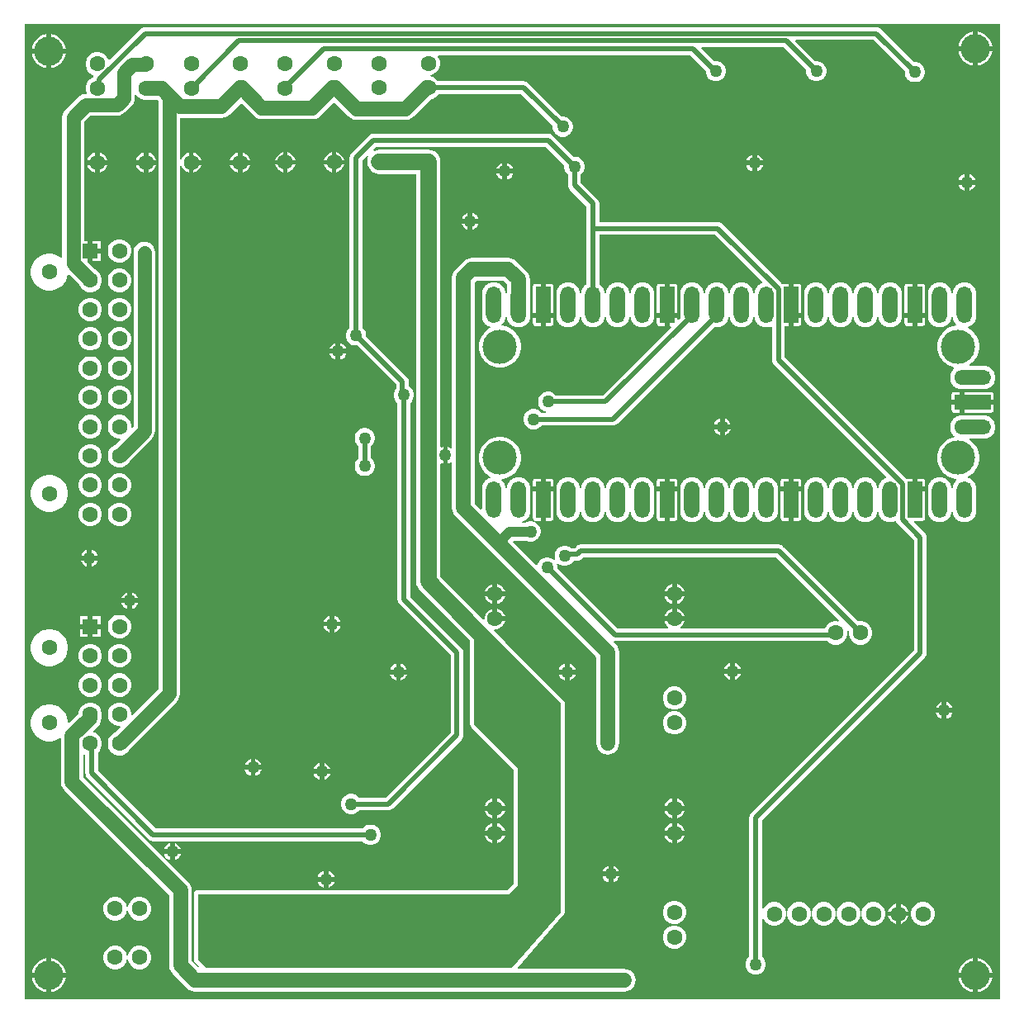
<source format=gbr>
G04*
G04 #@! TF.GenerationSoftware,Altium Limited,Altium Designer,23.4.1 (23)*
G04*
G04 Layer_Physical_Order=2*
G04 Layer_Color=16711680*
%FSLAX44Y44*%
%MOMM*%
G71*
G04*
G04 #@! TF.SameCoordinates,D0D66092-9503-49CE-A8E5-9A8E55B049E1*
G04*
G04*
G04 #@! TF.FilePolarity,Positive*
G04*
G01*
G75*
%ADD51C,0.5000*%
%ADD52C,1.5000*%
%ADD53C,1.7000*%
%ADD54C,1.0000*%
%ADD55C,1.4000*%
%ADD56C,1.6000*%
%ADD57R,1.6000X1.6000*%
%AMCUSTOMSHAPE58*
4,1,4,-0.8000,-0.8000,-0.8000,0.8000,3.0000,0.8000,3.0000,-0.8000,-0.8000,-0.8000,0.0*%
%ADD58CUSTOMSHAPE58*%

%AMCUSTOMSHAPE59*
4,1,4,-0.8000,-0.8000,0.8000,-0.8000,0.8000,3.0000,-0.8000,3.0000,-0.8000,-0.8000,0.0*%
%ADD59CUSTOMSHAPE59*%

%AMCUSTOMSHAPE60*
4,1,4,-0.8000,0.8000,0.8000,0.8000,0.8000,-3.0000,-0.8000,-3.0000,-0.8000,0.8000,0.0*%
%ADD60CUSTOMSHAPE60*%

%ADD61C,3.5000*%
%ADD62C,1.2700*%
%ADD63C,3.0000*%
G36*
X1000000Y0D02*
X0D01*
Y1000000D01*
X1000000D01*
Y0D01*
D02*
G37*
%LPC*%
G36*
X977500Y992386D02*
Y977500D01*
X992386D01*
X991866Y980116D01*
X990544Y983308D01*
X988624Y986181D01*
X986181Y988624D01*
X983308Y990544D01*
X980116Y991866D01*
X977500Y992386D01*
D02*
G37*
G36*
X972500D02*
X969884Y991866D01*
X966692Y990544D01*
X963819Y988624D01*
X961376Y986181D01*
X959456Y983308D01*
X958134Y980116D01*
X957614Y977500D01*
X972500D01*
Y992386D01*
D02*
G37*
G36*
X27500Y989886D02*
Y975000D01*
X42386D01*
X41866Y977616D01*
X40544Y980808D01*
X38624Y983681D01*
X36181Y986124D01*
X33308Y988044D01*
X30116Y989366D01*
X27500Y989886D01*
D02*
G37*
G36*
X22500D02*
X19884Y989366D01*
X16692Y988044D01*
X13819Y986124D01*
X11376Y983681D01*
X9456Y980808D01*
X8134Y977616D01*
X7614Y975000D01*
X22500D01*
Y989886D01*
D02*
G37*
G36*
X992386Y972500D02*
X977500D01*
Y957614D01*
X980116Y958134D01*
X983308Y959456D01*
X986181Y961376D01*
X988624Y963819D01*
X990544Y966692D01*
X991866Y969884D01*
X992386Y972500D01*
D02*
G37*
G36*
X972500D02*
X957614D01*
X958134Y969884D01*
X959456Y966692D01*
X961376Y963819D01*
X963819Y961376D01*
X966692Y959456D01*
X969884Y958134D01*
X972500Y957614D01*
Y972500D01*
D02*
G37*
G36*
X42386Y970000D02*
X27500D01*
Y955114D01*
X30116Y955634D01*
X33308Y956956D01*
X36181Y958876D01*
X38624Y961319D01*
X40544Y964192D01*
X41866Y967384D01*
X42386Y970000D01*
D02*
G37*
G36*
X22500D02*
X7614D01*
X8134Y967384D01*
X9456Y964192D01*
X11376Y961319D01*
X13819Y958876D01*
X16692Y956956D01*
X19884Y955634D01*
X22500Y955114D01*
Y970000D01*
D02*
G37*
G36*
X873500Y997056D02*
X123678D01*
X121981Y996833D01*
X120400Y996178D01*
X119042Y995136D01*
X87222Y963316D01*
X85996Y963645D01*
X85932Y963882D01*
X84352Y966618D01*
X82118Y968852D01*
X79382Y970432D01*
X76330Y971250D01*
X73170D01*
X70118Y970432D01*
X67382Y968852D01*
X65148Y966618D01*
X63568Y963882D01*
X62750Y960830D01*
Y957670D01*
X63568Y954618D01*
X65148Y951882D01*
X67382Y949648D01*
X70118Y948068D01*
X70522Y947960D01*
X70936Y946700D01*
X70332Y945490D01*
X70118Y945432D01*
X67382Y943852D01*
X65148Y941618D01*
X63568Y938882D01*
X62750Y935830D01*
Y932670D01*
X63568Y929618D01*
X63668Y929445D01*
X63033Y928345D01*
X62701D01*
X59830Y927967D01*
X57154Y926859D01*
X54856Y925095D01*
X42155Y912394D01*
X40392Y910096D01*
X39283Y907421D01*
X38905Y904549D01*
Y761132D01*
X38465Y760950D01*
X37635Y760743D01*
X34650Y762738D01*
X31192Y764170D01*
X27521Y764900D01*
X23779D01*
X20108Y764170D01*
X16650Y762738D01*
X13538Y760658D01*
X10892Y758012D01*
X8813Y754900D01*
X7380Y751442D01*
X6650Y747771D01*
Y744029D01*
X7380Y740358D01*
X8813Y736900D01*
X10892Y733788D01*
X13538Y731142D01*
X16650Y729062D01*
X20108Y727630D01*
X23779Y726900D01*
X27521D01*
X31192Y727630D01*
X34650Y729062D01*
X37762Y731142D01*
X40408Y733788D01*
X42488Y736900D01*
X43920Y740358D01*
X44457Y743057D01*
X45835Y743475D01*
X56273Y733037D01*
X56318Y732868D01*
X57898Y730132D01*
X60132Y727898D01*
X62868Y726318D01*
X65920Y725500D01*
X69080D01*
X72132Y726318D01*
X74868Y727898D01*
X77102Y730132D01*
X78682Y732868D01*
X79500Y735920D01*
Y739080D01*
X78682Y742132D01*
X77102Y744868D01*
X74868Y747102D01*
X72132Y748682D01*
X71963Y748727D01*
X64904Y755787D01*
X65000Y756019D01*
Y767500D01*
Y778040D01*
X61095D01*
Y899953D01*
X67297Y906155D01*
X95000D01*
X97872Y906533D01*
X100547Y907642D01*
X102845Y909405D01*
X110095Y916655D01*
X111859Y918953D01*
X112967Y921628D01*
X113345Y924500D01*
Y927464D01*
X114615Y927804D01*
X115148Y926882D01*
X117382Y924648D01*
X120118Y923068D01*
X123170Y922250D01*
X126330D01*
X127112Y922459D01*
X136137D01*
X137155Y921441D01*
Y317846D01*
X110770Y291460D01*
X109500Y291987D01*
Y294080D01*
X108682Y297132D01*
X107102Y299868D01*
X104868Y302102D01*
X102132Y303682D01*
X99080Y304500D01*
X95920D01*
X92868Y303682D01*
X90132Y302102D01*
X87898Y299868D01*
X86318Y297132D01*
X85500Y294080D01*
Y290920D01*
X86318Y287868D01*
X87898Y285132D01*
X90132Y282898D01*
X92868Y281318D01*
X95920Y280500D01*
X98013D01*
X98539Y279230D01*
X93037Y273727D01*
X92868Y273682D01*
X90132Y272102D01*
X87898Y269868D01*
X86318Y267132D01*
X85500Y264080D01*
Y260920D01*
X86318Y257868D01*
X87898Y255132D01*
X90132Y252898D01*
X92868Y251318D01*
X95920Y250500D01*
X99080D01*
X102132Y251318D01*
X104868Y252898D01*
X107102Y255132D01*
X108682Y257868D01*
X108727Y258037D01*
X156095Y305405D01*
X157858Y307703D01*
X158967Y310378D01*
X159345Y313250D01*
Y856117D01*
X160615Y856284D01*
X161178Y854182D01*
X162566Y851778D01*
X164528Y849816D01*
X166932Y848428D01*
X168500Y848008D01*
Y858250D01*
Y868492D01*
X166932Y868072D01*
X164528Y866684D01*
X162566Y864722D01*
X161178Y862318D01*
X160615Y860216D01*
X159345Y860383D01*
Y903901D01*
X202000D01*
X205002Y904296D01*
X207800Y905455D01*
X210202Y907298D01*
X222223Y919320D01*
X235495Y906048D01*
X237897Y904205D01*
X240695Y903046D01*
X243697Y902651D01*
X295303D01*
X298305Y903046D01*
X301103Y904205D01*
X303505Y906048D01*
X317500Y920043D01*
X332245Y905298D01*
X334647Y903455D01*
X337445Y902296D01*
X340447Y901901D01*
X391053D01*
X394055Y902296D01*
X396853Y903455D01*
X399255Y905298D01*
X417119Y923163D01*
X418632Y923568D01*
X421368Y925148D01*
X423602Y927382D01*
X424216Y928444D01*
X509284D01*
X541650Y896078D01*
Y893637D01*
X542355Y891005D01*
X543718Y888645D01*
X545645Y886718D01*
X548005Y885355D01*
X550637Y884650D01*
X553363D01*
X555995Y885355D01*
X558355Y886718D01*
X560282Y888645D01*
X561645Y891005D01*
X562350Y893637D01*
Y896363D01*
X561645Y898995D01*
X560282Y901355D01*
X558355Y903282D01*
X555995Y904645D01*
X553363Y905350D01*
X550922D01*
X516636Y939636D01*
X515278Y940678D01*
X513697Y941333D01*
X512000Y941556D01*
X423927D01*
X423602Y942118D01*
X421368Y944352D01*
X418632Y945932D01*
X416167Y946593D01*
Y947907D01*
X418632Y948568D01*
X421368Y950148D01*
X423602Y952382D01*
X425182Y955118D01*
X426000Y958170D01*
Y961330D01*
X425182Y964382D01*
X423859Y966674D01*
X424454Y967944D01*
X682784D01*
X698650Y952078D01*
Y950637D01*
X699355Y948005D01*
X700718Y945645D01*
X702645Y943718D01*
X705005Y942355D01*
X707637Y941650D01*
X710363D01*
X712995Y942355D01*
X715355Y943718D01*
X717282Y945645D01*
X718645Y948005D01*
X719350Y950637D01*
Y953363D01*
X718645Y955995D01*
X717282Y958355D01*
X715355Y960282D01*
X712995Y961645D01*
X710363Y962350D01*
X707637D01*
X707073Y962199D01*
X694001Y975271D01*
X694487Y976444D01*
X778284D01*
X801650Y953078D01*
Y950637D01*
X802355Y948005D01*
X803718Y945645D01*
X805645Y943718D01*
X808005Y942355D01*
X810637Y941650D01*
X813363D01*
X815995Y942355D01*
X818355Y943718D01*
X820282Y945645D01*
X821645Y948005D01*
X822350Y950637D01*
Y953363D01*
X821645Y955995D01*
X820282Y958355D01*
X818355Y960282D01*
X815995Y961645D01*
X813363Y962350D01*
X810922D01*
X790501Y982771D01*
X790987Y983944D01*
X870784D01*
X902650Y952078D01*
Y949637D01*
X903355Y947005D01*
X904718Y944645D01*
X906645Y942718D01*
X909005Y941355D01*
X911637Y940650D01*
X914363D01*
X916995Y941355D01*
X919355Y942718D01*
X921282Y944645D01*
X922645Y947005D01*
X923350Y949637D01*
Y952363D01*
X922645Y954995D01*
X921282Y957355D01*
X919355Y959282D01*
X916995Y960645D01*
X914363Y961350D01*
X911922D01*
X878136Y995136D01*
X876778Y996178D01*
X875197Y996833D01*
X873500Y997056D01*
D02*
G37*
G36*
X270000Y868742D02*
Y861000D01*
X277742D01*
X277322Y862568D01*
X275934Y864972D01*
X273972Y866934D01*
X271568Y868322D01*
X270000Y868742D01*
D02*
G37*
G36*
X320000D02*
Y861000D01*
X327742D01*
X327322Y862568D01*
X325934Y864972D01*
X323972Y866934D01*
X321568Y868322D01*
X320000Y868742D01*
D02*
G37*
G36*
X265000D02*
X263432Y868322D01*
X261028Y866934D01*
X259066Y864972D01*
X257678Y862568D01*
X257258Y861000D01*
X265000D01*
Y868742D01*
D02*
G37*
G36*
X315000D02*
X313432Y868322D01*
X311028Y866934D01*
X309066Y864972D01*
X307678Y862568D01*
X307258Y861000D01*
X315000D01*
Y868742D01*
D02*
G37*
G36*
X223500Y868492D02*
Y860750D01*
X231242D01*
X230822Y862318D01*
X229434Y864722D01*
X227472Y866684D01*
X225068Y868072D01*
X223500Y868492D01*
D02*
G37*
G36*
X77250D02*
Y860750D01*
X84992D01*
X84572Y862318D01*
X83184Y864722D01*
X81222Y866684D01*
X78818Y868072D01*
X77250Y868492D01*
D02*
G37*
G36*
X173500D02*
Y860750D01*
X181242D01*
X180822Y862318D01*
X179434Y864722D01*
X177472Y866684D01*
X175068Y868072D01*
X173500Y868492D01*
D02*
G37*
G36*
X127250D02*
Y860750D01*
X134992D01*
X134572Y862318D01*
X133184Y864722D01*
X131222Y866684D01*
X128818Y868072D01*
X127250Y868492D01*
D02*
G37*
G36*
X72250D02*
X70682Y868072D01*
X68278Y866684D01*
X66316Y864722D01*
X64928Y862318D01*
X64508Y860750D01*
X72250D01*
Y868492D01*
D02*
G37*
G36*
X122250D02*
X120682Y868072D01*
X118278Y866684D01*
X116316Y864722D01*
X114928Y862318D01*
X114508Y860750D01*
X122250D01*
Y868492D01*
D02*
G37*
G36*
X218500Y868492D02*
X216932Y868072D01*
X214528Y866684D01*
X212566Y864722D01*
X211178Y862318D01*
X210758Y860750D01*
X218500D01*
Y868492D01*
D02*
G37*
G36*
X751250Y866284D02*
Y860250D01*
X757284D01*
X757034Y861181D01*
X755864Y863209D01*
X754209Y864864D01*
X752181Y866034D01*
X751250Y866284D01*
D02*
G37*
G36*
X746250D02*
X745319Y866034D01*
X743291Y864864D01*
X741636Y863209D01*
X740466Y861181D01*
X740216Y860250D01*
X746250D01*
Y866284D01*
D02*
G37*
G36*
X495000Y857784D02*
Y851750D01*
X501034D01*
X500784Y852681D01*
X499614Y854709D01*
X497959Y856364D01*
X495931Y857534D01*
X495000Y857784D01*
D02*
G37*
G36*
X490000D02*
X489069Y857534D01*
X487041Y856364D01*
X485386Y854709D01*
X484216Y852681D01*
X483966Y851750D01*
X490000D01*
Y857784D01*
D02*
G37*
G36*
X757284Y855250D02*
X751250D01*
Y849216D01*
X752181Y849466D01*
X754209Y850636D01*
X755864Y852291D01*
X757034Y854319D01*
X757284Y855250D01*
D02*
G37*
G36*
X746250D02*
X740216D01*
X740466Y854319D01*
X741636Y852291D01*
X743291Y850636D01*
X745319Y849466D01*
X746250Y849216D01*
Y855250D01*
D02*
G37*
G36*
X327742Y856000D02*
X320000D01*
Y848258D01*
X321568Y848678D01*
X323972Y850066D01*
X325934Y852028D01*
X327322Y854432D01*
X327742Y856000D01*
D02*
G37*
G36*
X277742D02*
X270000D01*
Y848258D01*
X271568Y848678D01*
X273972Y850066D01*
X275934Y852028D01*
X277322Y854432D01*
X277742Y856000D01*
D02*
G37*
G36*
X315000D02*
X307258D01*
X307678Y854432D01*
X309066Y852028D01*
X311028Y850066D01*
X313432Y848678D01*
X315000Y848258D01*
Y856000D01*
D02*
G37*
G36*
X265000D02*
X257258D01*
X257678Y854432D01*
X259066Y852028D01*
X261028Y850066D01*
X263432Y848678D01*
X265000Y848258D01*
Y856000D01*
D02*
G37*
G36*
X231242Y855750D02*
X223500D01*
Y848008D01*
X225068Y848428D01*
X227472Y849816D01*
X229434Y851778D01*
X230822Y854182D01*
X231242Y855750D01*
D02*
G37*
G36*
X181242D02*
X173500D01*
Y848008D01*
X175068Y848428D01*
X177472Y849816D01*
X179434Y851778D01*
X180822Y854182D01*
X181242Y855750D01*
D02*
G37*
G36*
X134992D02*
X127250D01*
Y848008D01*
X128818Y848428D01*
X131222Y849816D01*
X133184Y851778D01*
X134572Y854182D01*
X134992Y855750D01*
D02*
G37*
G36*
X84992D02*
X77250D01*
Y848008D01*
X78818Y848428D01*
X81222Y849816D01*
X83184Y851778D01*
X84572Y854182D01*
X84992Y855750D01*
D02*
G37*
G36*
X122250D02*
X114508D01*
X114928Y854182D01*
X116316Y851778D01*
X118278Y849816D01*
X120682Y848428D01*
X122250Y848008D01*
Y855750D01*
D02*
G37*
G36*
X72250D02*
X64508D01*
X64928Y854182D01*
X66316Y851778D01*
X68278Y849816D01*
X70682Y848428D01*
X72250Y848008D01*
Y855750D01*
D02*
G37*
G36*
X218500D02*
X210758D01*
X211178Y854182D01*
X212566Y851778D01*
X214528Y849816D01*
X216932Y848428D01*
X218500Y848008D01*
Y855750D01*
D02*
G37*
G36*
X501034Y846750D02*
X495000D01*
Y840716D01*
X495931Y840966D01*
X497959Y842136D01*
X499614Y843791D01*
X500784Y845819D01*
X501034Y846750D01*
D02*
G37*
G36*
X490000D02*
X483966D01*
X484216Y845819D01*
X485386Y843791D01*
X487041Y842136D01*
X489069Y840966D01*
X490000Y840716D01*
Y846750D01*
D02*
G37*
G36*
X968750Y846534D02*
Y840500D01*
X974784D01*
X974534Y841431D01*
X973364Y843459D01*
X971709Y845114D01*
X969681Y846284D01*
X968750Y846534D01*
D02*
G37*
G36*
X963750D02*
X962819Y846284D01*
X960791Y845114D01*
X959136Y843459D01*
X957966Y841431D01*
X957716Y840500D01*
X963750D01*
Y846534D01*
D02*
G37*
G36*
X974784Y835500D02*
X968750D01*
Y829466D01*
X969681Y829716D01*
X971709Y830886D01*
X973364Y832541D01*
X974534Y834569D01*
X974784Y835500D01*
D02*
G37*
G36*
X963750D02*
X957716D01*
X957966Y834569D01*
X959136Y832541D01*
X960791Y830886D01*
X962819Y829716D01*
X963750Y829466D01*
Y835500D01*
D02*
G37*
G36*
X459500Y806534D02*
Y800500D01*
X465534D01*
X465284Y801431D01*
X464114Y803459D01*
X462459Y805114D01*
X460431Y806284D01*
X459500Y806534D01*
D02*
G37*
G36*
X454500D02*
X453569Y806284D01*
X451541Y805114D01*
X449886Y803459D01*
X448716Y801431D01*
X448466Y800500D01*
X454500D01*
Y806534D01*
D02*
G37*
G36*
X465534Y795500D02*
X459500D01*
Y789466D01*
X460431Y789716D01*
X462459Y790886D01*
X464114Y792541D01*
X465284Y794569D01*
X465534Y795500D01*
D02*
G37*
G36*
X454500D02*
X448466D01*
X448716Y794569D01*
X449886Y792541D01*
X451541Y790886D01*
X453569Y789716D01*
X454500Y789466D01*
Y795500D01*
D02*
G37*
G36*
X78040Y778040D02*
X70000D01*
Y770000D01*
X78040D01*
Y778040D01*
D02*
G37*
G36*
Y765000D02*
X70000D01*
Y756960D01*
X78040D01*
Y765000D01*
D02*
G37*
G36*
X99080Y779500D02*
X95920D01*
X92868Y778682D01*
X90132Y777102D01*
X87898Y774868D01*
X86318Y772132D01*
X85500Y769080D01*
Y765920D01*
X86318Y762868D01*
X87898Y760132D01*
X90132Y757898D01*
X92868Y756318D01*
X95920Y755500D01*
X99080D01*
X102132Y756318D01*
X104868Y757898D01*
X107102Y760132D01*
X108682Y762868D01*
X109500Y765920D01*
Y769080D01*
X108682Y772132D01*
X107102Y774868D01*
X104868Y777102D01*
X102132Y778682D01*
X99080Y779500D01*
D02*
G37*
G36*
X964324Y735478D02*
X963276D01*
X963012Y735426D01*
X962743Y735443D01*
X961703Y735307D01*
X961449Y735220D01*
X961180Y735202D01*
X960167Y734931D01*
X959926Y734812D01*
X959662Y734760D01*
X958693Y734358D01*
X958470Y734209D01*
X958215Y734122D01*
X957307Y733598D01*
X957104Y733421D01*
X956863Y733302D01*
X956031Y732663D01*
X955854Y732461D01*
X955630Y732311D01*
X954889Y731570D01*
X954739Y731346D01*
X954537Y731169D01*
X953898Y730337D01*
X953779Y730096D01*
X953602Y729893D01*
X953078Y728985D01*
X952991Y728730D01*
X952842Y728507D01*
X952440Y727538D01*
X952388Y727274D01*
X952269Y727033D01*
X951998Y726020D01*
X951980Y725751D01*
X951893Y725497D01*
X951839Y725084D01*
X951100Y724693D01*
X950361Y725084D01*
X950306Y725497D01*
X950220Y725751D01*
X950202Y726020D01*
X949931Y727033D01*
X949812Y727274D01*
X949760Y727538D01*
X949358Y728507D01*
X949209Y728730D01*
X949122Y728985D01*
X948598Y729893D01*
X948420Y730096D01*
X948301Y730337D01*
X947663Y731169D01*
X947461Y731346D01*
X947311Y731570D01*
X946570Y732311D01*
X946346Y732461D01*
X946169Y732663D01*
X945337Y733302D01*
X945096Y733421D01*
X944893Y733598D01*
X943985Y734122D01*
X943730Y734209D01*
X943506Y734358D01*
X942538Y734760D01*
X942274Y734812D01*
X942032Y734931D01*
X941020Y735202D01*
X940751Y735220D01*
X940496Y735307D01*
X939457Y735443D01*
X939188Y735426D01*
X938924Y735478D01*
X937876D01*
X937612Y735426D01*
X937343Y735443D01*
X936303Y735307D01*
X936049Y735220D01*
X935780Y735202D01*
X934767Y734931D01*
X934526Y734812D01*
X934262Y734760D01*
X933293Y734358D01*
X933070Y734209D01*
X932815Y734122D01*
X931907Y733598D01*
X931704Y733421D01*
X931463Y733302D01*
X930631Y732663D01*
X930454Y732461D01*
X930230Y732311D01*
X929489Y731570D01*
X929339Y731346D01*
X929137Y731169D01*
X928498Y730337D01*
X928379Y730096D01*
X928202Y729893D01*
X927678Y728985D01*
X927591Y728730D01*
X927442Y728507D01*
X927040Y727538D01*
X926988Y727274D01*
X926869Y727033D01*
X926598Y726020D01*
X926580Y725751D01*
X926493Y725497D01*
X926357Y724457D01*
X926374Y724188D01*
X926322Y723924D01*
Y700876D01*
X926374Y700612D01*
X926357Y700343D01*
X926493Y699304D01*
X926580Y699049D01*
X926598Y698780D01*
X926869Y697767D01*
X926988Y697526D01*
X927040Y697262D01*
X927442Y696293D01*
X927591Y696070D01*
X927678Y695815D01*
X928202Y694907D01*
X928379Y694705D01*
X928498Y694463D01*
X929137Y693631D01*
X929339Y693454D01*
X929489Y693230D01*
X930230Y692489D01*
X930454Y692339D01*
X930631Y692137D01*
X931463Y691498D01*
X931704Y691379D01*
X931907Y691202D01*
X932815Y690678D01*
X933070Y690591D01*
X933293Y690442D01*
X934262Y690040D01*
X934526Y689988D01*
X934767Y689869D01*
X935780Y689598D01*
X936049Y689580D01*
X936303Y689493D01*
X937343Y689357D01*
X937612Y689374D01*
X937876Y689322D01*
X938924Y689322D01*
X939188Y689374D01*
X939457Y689357D01*
X940496Y689493D01*
X940751Y689580D01*
X941020Y689598D01*
X942032Y689869D01*
X942274Y689988D01*
X942538Y690041D01*
X943506Y690442D01*
X943730Y690591D01*
X943985Y690678D01*
X944893Y691202D01*
X945096Y691379D01*
X945337Y691498D01*
X946169Y692137D01*
X946346Y692339D01*
X946570Y692489D01*
X947311Y693230D01*
X947461Y693454D01*
X947663Y693631D01*
X948301Y694463D01*
X948420Y694705D01*
X948598Y694907D01*
X949122Y695815D01*
X949209Y696070D01*
X949358Y696293D01*
X949760Y697262D01*
X949812Y697526D01*
X949931Y697767D01*
X950202Y698780D01*
X950220Y699049D01*
X950306Y699304D01*
X950361Y699716D01*
X951100Y700107D01*
X951839Y699716D01*
X951893Y699304D01*
X951980Y699049D01*
X951998Y698780D01*
X952269Y697767D01*
X952388Y697526D01*
X952440Y697262D01*
X952842Y696293D01*
X952991Y696070D01*
X953078Y695815D01*
X953602Y694907D01*
X953779Y694705D01*
X953898Y694463D01*
X954537Y693631D01*
X954739Y693454D01*
X954889Y693230D01*
X955630Y692489D01*
X955854Y692339D01*
X955914Y692270D01*
X955817Y691734D01*
X955426Y691000D01*
X955382D01*
X951229Y690174D01*
X947316Y688553D01*
X943794Y686200D01*
X940800Y683205D01*
X938447Y679684D01*
X936826Y675771D01*
X936000Y671618D01*
Y667383D01*
X936826Y663229D01*
X938447Y659316D01*
X940800Y655795D01*
X943794Y652800D01*
X947316Y650447D01*
X951229Y648826D01*
X953090Y648456D01*
X953411Y647422D01*
X953430Y647094D01*
X953314Y646961D01*
X953090Y646812D01*
X952348Y646070D01*
X952199Y645846D01*
X951997Y645669D01*
X951358Y644837D01*
X951239Y644596D01*
X951062Y644393D01*
X950538Y643485D01*
X950451Y643230D01*
X950302Y643007D01*
X949900Y642038D01*
X949848Y641774D01*
X949729Y641533D01*
X949457Y640520D01*
X949440Y640251D01*
X949353Y639996D01*
X949217Y638957D01*
X949234Y638688D01*
X949182Y638424D01*
X949182Y637375D01*
X949234Y637112D01*
X949217Y636843D01*
X949353Y635804D01*
X949440Y635549D01*
X949457Y635280D01*
X949729Y634268D01*
X949848Y634026D01*
X949900Y633762D01*
X950302Y632794D01*
X950451Y632570D01*
X950538Y632315D01*
X951062Y631407D01*
X951239Y631204D01*
X951358Y630963D01*
X951997Y630131D01*
X952199Y629954D01*
X952348Y629730D01*
X953090Y628989D01*
X953314Y628839D01*
X953491Y628637D01*
X954323Y627999D01*
X954564Y627879D01*
X954767Y627702D01*
X955675Y627178D01*
X955930Y627091D01*
X956153Y626942D01*
X957122Y626540D01*
X957386Y626488D01*
X957627Y626369D01*
X958640Y626098D01*
X958909Y626080D01*
X959164Y625993D01*
X960203Y625857D01*
X960472Y625874D01*
X960736Y625822D01*
X983784Y625822D01*
X984048Y625874D01*
X984317Y625857D01*
X985356Y625993D01*
X985611Y626080D01*
X985880Y626098D01*
X986892Y626369D01*
X987134Y626488D01*
X987398Y626540D01*
X988366Y626942D01*
X988590Y627091D01*
X988845Y627178D01*
X989753Y627702D01*
X989956Y627879D01*
X990197Y627999D01*
X991029Y628637D01*
X991206Y628839D01*
X991430Y628989D01*
X992171Y629730D01*
X992321Y629954D01*
X992523Y630131D01*
X993161Y630963D01*
X993280Y631204D01*
X993458Y631407D01*
X993982Y632315D01*
X994069Y632570D01*
X994218Y632794D01*
X994620Y633762D01*
X994672Y634026D01*
X994791Y634268D01*
X995062Y635280D01*
X995080Y635549D01*
X995166Y635804D01*
X995303Y636843D01*
X995286Y637112D01*
X995338Y637376D01*
Y638424D01*
X995286Y638688D01*
X995303Y638957D01*
X995166Y639996D01*
X995080Y640251D01*
X995062Y640520D01*
X994791Y641533D01*
X994672Y641774D01*
X994620Y642038D01*
X994218Y643007D01*
X994069Y643230D01*
X993982Y643485D01*
X993458Y644393D01*
X993280Y644596D01*
X993161Y644837D01*
X992523Y645669D01*
X992321Y645846D01*
X992171Y646070D01*
X991430Y646812D01*
X991206Y646961D01*
X991029Y647163D01*
X990197Y647802D01*
X989956Y647921D01*
X989753Y648098D01*
X988845Y648622D01*
X988590Y648709D01*
X988366Y648858D01*
X987398Y649260D01*
X987134Y649312D01*
X986892Y649431D01*
X985880Y649703D01*
X985611Y649720D01*
X985356Y649807D01*
X984317Y649943D01*
X984048Y649926D01*
X983784Y649978D01*
X969269D01*
X968884Y651248D01*
X971205Y652800D01*
X974200Y655795D01*
X976553Y659316D01*
X978174Y663229D01*
X979000Y667383D01*
Y671618D01*
X978174Y675771D01*
X976553Y679684D01*
X974200Y683205D01*
X971205Y686200D01*
X967684Y688553D01*
X967584Y688595D01*
X967493Y689361D01*
X967612Y689958D01*
X967674Y689988D01*
X967938Y690041D01*
X968906Y690442D01*
X969130Y690591D01*
X969385Y690678D01*
X970293Y691202D01*
X970496Y691379D01*
X970737Y691498D01*
X971569Y692137D01*
X971746Y692339D01*
X971970Y692489D01*
X972711Y693230D01*
X972861Y693454D01*
X973063Y693631D01*
X973701Y694463D01*
X973820Y694705D01*
X973998Y694907D01*
X974522Y695815D01*
X974609Y696070D01*
X974758Y696293D01*
X975160Y697262D01*
X975212Y697526D01*
X975331Y697767D01*
X975602Y698780D01*
X975620Y699049D01*
X975706Y699304D01*
X975843Y700343D01*
X975826Y700612D01*
X975878Y700876D01*
X975878Y723924D01*
X975826Y724188D01*
X975843Y724457D01*
X975706Y725497D01*
X975620Y725751D01*
X975602Y726020D01*
X975331Y727033D01*
X975212Y727274D01*
X975160Y727538D01*
X974758Y728507D01*
X974609Y728730D01*
X974522Y728985D01*
X973998Y729893D01*
X973820Y730096D01*
X973701Y730337D01*
X973063Y731169D01*
X972861Y731346D01*
X972711Y731570D01*
X971970Y732311D01*
X971746Y732461D01*
X971569Y732663D01*
X970737Y733302D01*
X970496Y733421D01*
X970293Y733598D01*
X969385Y734122D01*
X969130Y734209D01*
X968906Y734358D01*
X967938Y734760D01*
X967674Y734812D01*
X967432Y734931D01*
X966420Y735202D01*
X966151Y735220D01*
X965896Y735307D01*
X964857Y735443D01*
X964588Y735426D01*
X964324Y735478D01*
D02*
G37*
G36*
X888124D02*
X887076D01*
X886812Y735426D01*
X886543Y735443D01*
X885503Y735307D01*
X885249Y735220D01*
X884980Y735202D01*
X883967Y734931D01*
X883726Y734812D01*
X883462Y734760D01*
X882493Y734358D01*
X882270Y734209D01*
X882015Y734122D01*
X881107Y733598D01*
X880904Y733421D01*
X880663Y733302D01*
X879831Y732663D01*
X879654Y732461D01*
X879430Y732311D01*
X878689Y731570D01*
X878539Y731346D01*
X878337Y731169D01*
X877698Y730337D01*
X877579Y730096D01*
X877402Y729893D01*
X876878Y728985D01*
X876791Y728730D01*
X876642Y728507D01*
X876240Y727538D01*
X876188Y727274D01*
X876069Y727033D01*
X875798Y726020D01*
X875780Y725751D01*
X875693Y725497D01*
X875639Y725084D01*
X874900Y724693D01*
X874161Y725084D01*
X874107Y725497D01*
X874020Y725751D01*
X874002Y726020D01*
X873731Y727033D01*
X873612Y727274D01*
X873560Y727538D01*
X873158Y728507D01*
X873009Y728730D01*
X872922Y728985D01*
X872398Y729893D01*
X872221Y730096D01*
X872102Y730337D01*
X871463Y731169D01*
X871261Y731346D01*
X871111Y731570D01*
X870370Y732311D01*
X870146Y732461D01*
X869969Y732663D01*
X869137Y733302D01*
X868896Y733421D01*
X868693Y733598D01*
X867785Y734122D01*
X867530Y734209D01*
X867307Y734358D01*
X866338Y734760D01*
X866074Y734812D01*
X865833Y734931D01*
X864820Y735202D01*
X864551Y735220D01*
X864296Y735307D01*
X863257Y735443D01*
X862988Y735426D01*
X862724Y735478D01*
X861676D01*
X861412Y735426D01*
X861143Y735443D01*
X860104Y735307D01*
X859849Y735220D01*
X859580Y735202D01*
X858567Y734931D01*
X858326Y734812D01*
X858062Y734760D01*
X857093Y734358D01*
X856870Y734209D01*
X856615Y734122D01*
X855707Y733598D01*
X855504Y733421D01*
X855263Y733302D01*
X854431Y732663D01*
X854254Y732461D01*
X854030Y732311D01*
X853288Y731570D01*
X853139Y731346D01*
X852937Y731169D01*
X852298Y730337D01*
X852179Y730096D01*
X852002Y729893D01*
X851478Y728985D01*
X851391Y728730D01*
X851242Y728507D01*
X850840Y727538D01*
X850788Y727274D01*
X850669Y727033D01*
X850397Y726020D01*
X850380Y725751D01*
X850293Y725497D01*
X850239Y725084D01*
X849500Y724693D01*
X848761Y725084D01*
X848707Y725497D01*
X848620Y725751D01*
X848602Y726020D01*
X848331Y727033D01*
X848212Y727274D01*
X848160Y727538D01*
X847758Y728507D01*
X847609Y728730D01*
X847522Y728985D01*
X846998Y729893D01*
X846821Y730096D01*
X846702Y730337D01*
X846063Y731169D01*
X845861Y731346D01*
X845711Y731570D01*
X844970Y732311D01*
X844746Y732461D01*
X844569Y732663D01*
X843737Y733302D01*
X843496Y733421D01*
X843293Y733598D01*
X842385Y734122D01*
X842130Y734209D01*
X841907Y734358D01*
X840938Y734760D01*
X840674Y734812D01*
X840433Y734931D01*
X839420Y735202D01*
X839151Y735220D01*
X838896Y735307D01*
X837857Y735443D01*
X837588Y735426D01*
X837324Y735478D01*
X836276D01*
X836012Y735426D01*
X835743Y735443D01*
X834704Y735307D01*
X834449Y735220D01*
X834180Y735202D01*
X833167Y734931D01*
X832926Y734812D01*
X832662Y734760D01*
X831693Y734358D01*
X831470Y734209D01*
X831215Y734122D01*
X830307Y733598D01*
X830104Y733421D01*
X829863Y733302D01*
X829031Y732663D01*
X828854Y732461D01*
X828630Y732311D01*
X827888Y731570D01*
X827739Y731346D01*
X827537Y731169D01*
X826898Y730337D01*
X826779Y730096D01*
X826602Y729893D01*
X826078Y728985D01*
X825991Y728730D01*
X825842Y728507D01*
X825440Y727538D01*
X825388Y727274D01*
X825269Y727033D01*
X824997Y726020D01*
X824980Y725751D01*
X824893Y725497D01*
X824839Y725084D01*
X824100Y724693D01*
X823361Y725084D01*
X823307Y725497D01*
X823220Y725751D01*
X823202Y726020D01*
X822931Y727033D01*
X822812Y727274D01*
X822760Y727538D01*
X822358Y728507D01*
X822209Y728730D01*
X822122Y728985D01*
X821598Y729893D01*
X821421Y730096D01*
X821301Y730337D01*
X820663Y731169D01*
X820461Y731346D01*
X820311Y731570D01*
X819570Y732311D01*
X819346Y732461D01*
X819169Y732663D01*
X818337Y733302D01*
X818096Y733421D01*
X817893Y733598D01*
X816985Y734122D01*
X816730Y734209D01*
X816507Y734358D01*
X815538Y734760D01*
X815274Y734812D01*
X815033Y734931D01*
X814020Y735202D01*
X813751Y735220D01*
X813496Y735307D01*
X812457Y735443D01*
X812188Y735426D01*
X811924Y735478D01*
X810876D01*
X810612Y735426D01*
X810343Y735443D01*
X809304Y735307D01*
X809049Y735220D01*
X808780Y735202D01*
X807767Y734931D01*
X807526Y734812D01*
X807262Y734760D01*
X806293Y734358D01*
X806070Y734209D01*
X805815Y734122D01*
X804907Y733598D01*
X804704Y733421D01*
X804463Y733302D01*
X803631Y732663D01*
X803454Y732461D01*
X803230Y732311D01*
X802488Y731570D01*
X802339Y731346D01*
X802137Y731169D01*
X801498Y730337D01*
X801379Y730096D01*
X801202Y729893D01*
X800678Y728985D01*
X800591Y728730D01*
X800442Y728507D01*
X800040Y727538D01*
X799988Y727274D01*
X799869Y727033D01*
X799597Y726020D01*
X799580Y725751D01*
X799493Y725497D01*
X799357Y724457D01*
X799374Y724188D01*
X799322Y723924D01*
Y700876D01*
X799374Y700612D01*
X799357Y700343D01*
X799493Y699304D01*
X799580Y699049D01*
X799597Y698780D01*
X799869Y697767D01*
X799988Y697526D01*
X800040Y697262D01*
X800442Y696293D01*
X800591Y696070D01*
X800678Y695815D01*
X801202Y694907D01*
X801379Y694705D01*
X801498Y694463D01*
X802137Y693631D01*
X802339Y693454D01*
X802488Y693230D01*
X803230Y692489D01*
X803454Y692339D01*
X803631Y692137D01*
X804463Y691498D01*
X804704Y691379D01*
X804907Y691202D01*
X805815Y690678D01*
X806070Y690591D01*
X806293Y690442D01*
X807262Y690040D01*
X807526Y689988D01*
X807767Y689869D01*
X808780Y689598D01*
X809049Y689580D01*
X809304Y689493D01*
X810343Y689357D01*
X810612Y689374D01*
X810876Y689322D01*
X811925Y689322D01*
X812188Y689374D01*
X812457Y689357D01*
X813496Y689493D01*
X813751Y689580D01*
X814019Y689598D01*
X815032Y689869D01*
X815274Y689988D01*
X815538Y690041D01*
X816507Y690442D01*
X816730Y690591D01*
X816985Y690678D01*
X817893Y691202D01*
X818095Y691379D01*
X818337Y691498D01*
X819169Y692137D01*
X819346Y692339D01*
X819570Y692489D01*
X820311Y693230D01*
X820461Y693454D01*
X820663Y693631D01*
X821301Y694463D01*
X821421Y694705D01*
X821598Y694907D01*
X822122Y695815D01*
X822209Y696070D01*
X822358Y696293D01*
X822759Y697262D01*
X822812Y697526D01*
X822931Y697767D01*
X823202Y698780D01*
X823220Y699049D01*
X823307Y699304D01*
X823361Y699716D01*
X824100Y700107D01*
X824839Y699716D01*
X824893Y699304D01*
X824980Y699049D01*
X824997Y698780D01*
X825269Y697767D01*
X825388Y697526D01*
X825440Y697262D01*
X825842Y696293D01*
X825991Y696070D01*
X826078Y695815D01*
X826602Y694907D01*
X826779Y694705D01*
X826898Y694463D01*
X827537Y693631D01*
X827739Y693454D01*
X827888Y693230D01*
X828630Y692489D01*
X828854Y692339D01*
X829031Y692137D01*
X829863Y691498D01*
X830104Y691379D01*
X830307Y691202D01*
X831215Y690678D01*
X831470Y690591D01*
X831693Y690442D01*
X832662Y690040D01*
X832926Y689988D01*
X833167Y689869D01*
X834180Y689598D01*
X834449Y689580D01*
X834704Y689493D01*
X835743Y689357D01*
X836012Y689374D01*
X836276Y689322D01*
X837325Y689322D01*
X837588Y689374D01*
X837857Y689357D01*
X838896Y689493D01*
X839151Y689580D01*
X839419Y689598D01*
X840432Y689869D01*
X840674Y689988D01*
X840938Y690041D01*
X841907Y690442D01*
X842130Y690591D01*
X842385Y690678D01*
X843293Y691202D01*
X843495Y691379D01*
X843737Y691498D01*
X844569Y692137D01*
X844746Y692339D01*
X844970Y692489D01*
X845711Y693230D01*
X845861Y693454D01*
X846063Y693631D01*
X846702Y694463D01*
X846821Y694705D01*
X846998Y694907D01*
X847522Y695815D01*
X847609Y696070D01*
X847758Y696293D01*
X848159Y697262D01*
X848212Y697526D01*
X848331Y697767D01*
X848602Y698780D01*
X848620Y699049D01*
X848707Y699304D01*
X848761Y699716D01*
X849500Y700107D01*
X850239Y699716D01*
X850293Y699304D01*
X850380Y699049D01*
X850397Y698780D01*
X850669Y697767D01*
X850788Y697526D01*
X850840Y697262D01*
X851242Y696293D01*
X851391Y696070D01*
X851478Y695815D01*
X852002Y694907D01*
X852179Y694705D01*
X852298Y694463D01*
X852937Y693631D01*
X853139Y693454D01*
X853288Y693230D01*
X854030Y692489D01*
X854254Y692339D01*
X854431Y692137D01*
X855263Y691498D01*
X855504Y691379D01*
X855707Y691202D01*
X856615Y690678D01*
X856870Y690591D01*
X857093Y690442D01*
X858062Y690040D01*
X858326Y689988D01*
X858567Y689869D01*
X859580Y689598D01*
X859849Y689580D01*
X860104Y689493D01*
X861143Y689357D01*
X861412Y689374D01*
X861676Y689322D01*
X862725Y689322D01*
X862988Y689374D01*
X863257Y689357D01*
X864296Y689493D01*
X864551Y689580D01*
X864819Y689598D01*
X865832Y689869D01*
X866074Y689988D01*
X866338Y690041D01*
X867307Y690442D01*
X867530Y690591D01*
X867785Y690678D01*
X868693Y691202D01*
X868895Y691379D01*
X869137Y691498D01*
X869969Y692137D01*
X870146Y692339D01*
X870370Y692489D01*
X871111Y693230D01*
X871261Y693454D01*
X871463Y693631D01*
X872102Y694463D01*
X872221Y694705D01*
X872398Y694907D01*
X872922Y695815D01*
X873009Y696070D01*
X873158Y696293D01*
X873559Y697262D01*
X873612Y697526D01*
X873731Y697767D01*
X874002Y698780D01*
X874020Y699049D01*
X874107Y699304D01*
X874161Y699716D01*
X874900Y700107D01*
X875639Y699716D01*
X875693Y699304D01*
X875780Y699049D01*
X875798Y698780D01*
X876069Y697767D01*
X876188Y697526D01*
X876240Y697262D01*
X876642Y696293D01*
X876791Y696070D01*
X876878Y695815D01*
X877402Y694907D01*
X877579Y694705D01*
X877698Y694463D01*
X878337Y693631D01*
X878539Y693454D01*
X878689Y693230D01*
X879430Y692489D01*
X879654Y692339D01*
X879831Y692137D01*
X880663Y691498D01*
X880904Y691379D01*
X881107Y691202D01*
X882015Y690678D01*
X882270Y690591D01*
X882493Y690442D01*
X883462Y690040D01*
X883726Y689988D01*
X883967Y689869D01*
X884980Y689598D01*
X885249Y689580D01*
X885503Y689493D01*
X886543Y689357D01*
X886812Y689374D01*
X887076Y689322D01*
X888124Y689322D01*
X888388Y689374D01*
X888657Y689357D01*
X889696Y689493D01*
X889951Y689580D01*
X890219Y689598D01*
X891232Y689869D01*
X891474Y689988D01*
X891738Y690041D01*
X892707Y690442D01*
X892930Y690591D01*
X893185Y690678D01*
X894093Y691202D01*
X894296Y691379D01*
X894537Y691498D01*
X895369Y692137D01*
X895546Y692339D01*
X895770Y692489D01*
X896511Y693230D01*
X896661Y693454D01*
X896863Y693631D01*
X897502Y694463D01*
X897620Y694705D01*
X897798Y694907D01*
X898322Y695815D01*
X898409Y696070D01*
X898558Y696293D01*
X898960Y697262D01*
X899012Y697526D01*
X899131Y697767D01*
X899402Y698780D01*
X899420Y699049D01*
X899507Y699304D01*
X899643Y700343D01*
X899626Y700612D01*
X899678Y700876D01*
X899678Y723924D01*
X899626Y724188D01*
X899643Y724457D01*
X899507Y725497D01*
X899420Y725751D01*
X899402Y726020D01*
X899131Y727033D01*
X899012Y727274D01*
X898960Y727538D01*
X898558Y728507D01*
X898409Y728730D01*
X898322Y728985D01*
X897798Y729893D01*
X897620Y730096D01*
X897502Y730337D01*
X896863Y731169D01*
X896661Y731346D01*
X896511Y731570D01*
X895770Y732311D01*
X895546Y732461D01*
X895369Y732663D01*
X894537Y733302D01*
X894296Y733421D01*
X894093Y733598D01*
X893185Y734122D01*
X892930Y734209D01*
X892707Y734358D01*
X891738Y734760D01*
X891474Y734812D01*
X891233Y734931D01*
X890220Y735202D01*
X889951Y735220D01*
X889696Y735307D01*
X888657Y735443D01*
X888388Y735426D01*
X888124Y735478D01*
D02*
G37*
G36*
X99080Y749500D02*
X95920D01*
X92868Y748682D01*
X90132Y747102D01*
X87898Y744868D01*
X86318Y742132D01*
X85500Y739080D01*
Y735920D01*
X86318Y732868D01*
X87898Y730132D01*
X90132Y727898D01*
X92868Y726318D01*
X95920Y725500D01*
X99080D01*
X102132Y726318D01*
X104868Y727898D01*
X107102Y730132D01*
X108682Y732868D01*
X109500Y735920D01*
Y739080D01*
X108682Y742132D01*
X107102Y744868D01*
X104868Y747102D01*
X102132Y748682D01*
X99080Y749500D01*
D02*
G37*
G36*
X537000Y887556D02*
X358000D01*
X356303Y887333D01*
X354722Y886678D01*
X353364Y885636D01*
X335364Y867636D01*
X334322Y866278D01*
X333667Y864697D01*
X333444Y863000D01*
Y689081D01*
X331718Y687355D01*
X330355Y684995D01*
X329650Y682363D01*
Y679637D01*
X330355Y677005D01*
X331718Y674645D01*
X333645Y672718D01*
X336005Y671355D01*
X338637Y670650D01*
X341078D01*
X380971Y630758D01*
Y626608D01*
X380718Y626355D01*
X379355Y623995D01*
X378650Y621363D01*
Y618637D01*
X379355Y616005D01*
X380718Y613645D01*
X382444Y611919D01*
Y410250D01*
X382667Y408553D01*
X383322Y406972D01*
X384364Y405614D01*
X437015Y352963D01*
Y273787D01*
X370284Y207056D01*
X343081D01*
X341355Y208782D01*
X338995Y210145D01*
X336363Y210850D01*
X333637D01*
X331005Y210145D01*
X328645Y208782D01*
X326718Y206855D01*
X325355Y204495D01*
X324650Y201863D01*
Y199137D01*
X325355Y196505D01*
X326718Y194145D01*
X328645Y192218D01*
X331005Y190855D01*
X333637Y190150D01*
X336363D01*
X338995Y190855D01*
X341355Y192218D01*
X343081Y193944D01*
X373000D01*
X374697Y194167D01*
X376278Y194822D01*
X377636Y195864D01*
X448207Y266435D01*
X449249Y267793D01*
X449904Y269374D01*
X450127Y271071D01*
Y355679D01*
X449904Y357376D01*
X449249Y358957D01*
X448207Y360315D01*
X395556Y412966D01*
Y611919D01*
X397282Y613645D01*
X398645Y616005D01*
X399350Y618637D01*
Y621363D01*
X398645Y623995D01*
X397282Y626355D01*
X395355Y628282D01*
X394083Y629017D01*
Y633473D01*
X393859Y635170D01*
X393204Y636751D01*
X392163Y638109D01*
X350350Y679922D01*
Y682363D01*
X349645Y684995D01*
X348282Y687355D01*
X346556Y689081D01*
Y860284D01*
X351799Y865528D01*
X352876Y864808D01*
X351822Y862263D01*
X351392Y859000D01*
X351822Y855737D01*
X353081Y852696D01*
X355085Y850085D01*
X357696Y848081D01*
X360737Y846822D01*
X364000Y846392D01*
X401392D01*
Y549000D01*
Y429000D01*
X401602Y427408D01*
X401800Y425817D01*
X401816Y425779D01*
X401822Y425737D01*
X402435Y424255D01*
X403040Y422769D01*
X403065Y422735D01*
X403081Y422696D01*
X404057Y421424D01*
X405026Y420144D01*
X456922Y367557D01*
Y282250D01*
X457232Y280689D01*
X458116Y279366D01*
X458116Y279366D01*
X501422Y236061D01*
Y118689D01*
X494811Y112078D01*
X178000D01*
X176439Y111768D01*
X175116Y110884D01*
X174232Y109561D01*
X173922Y108000D01*
Y41000D01*
X173922Y41000D01*
X174232Y39439D01*
X175116Y38116D01*
X175116Y38116D01*
X179397Y33835D01*
X178979Y32457D01*
X178952Y32452D01*
X171599Y39804D01*
Y112000D01*
X171204Y115002D01*
X170045Y117800D01*
X168202Y120202D01*
X60599Y227805D01*
Y250641D01*
X61864Y251371D01*
X62444Y251036D01*
Y232000D01*
X62667Y230303D01*
X63322Y228722D01*
X64364Y227364D01*
X127364Y164364D01*
X128722Y163322D01*
X130303Y162667D01*
X132000Y162444D01*
X346919D01*
X348645Y160718D01*
X351005Y159355D01*
X353637Y158650D01*
X356363D01*
X358995Y159355D01*
X361355Y160718D01*
X363282Y162645D01*
X364645Y165005D01*
X365350Y167637D01*
Y170363D01*
X364645Y172995D01*
X363282Y175355D01*
X361355Y177282D01*
X358995Y178645D01*
X356363Y179350D01*
X353637D01*
X351005Y178645D01*
X348645Y177282D01*
X346919Y175556D01*
X134716D01*
X75556Y234716D01*
Y253585D01*
X77102Y255132D01*
X78682Y257868D01*
X79500Y260920D01*
Y264080D01*
X78682Y267132D01*
X77102Y269868D01*
X74868Y272102D01*
X72132Y273682D01*
X70828Y274032D01*
X70499Y275258D01*
X75511Y280270D01*
X77354Y282672D01*
X78513Y285469D01*
X78908Y288472D01*
Y288710D01*
X79500Y290920D01*
Y294080D01*
X78682Y297132D01*
X77102Y299868D01*
X74868Y302102D01*
X72132Y303682D01*
X69080Y304500D01*
X65920D01*
X62868Y303682D01*
X60132Y302102D01*
X57898Y299868D01*
X56318Y297132D01*
X55500Y294080D01*
Y293067D01*
X45823Y283390D01*
X44650Y283876D01*
Y285771D01*
X43920Y289442D01*
X42488Y292900D01*
X40408Y296012D01*
X37762Y298658D01*
X34650Y300737D01*
X31192Y302170D01*
X27521Y302900D01*
X23779D01*
X20108Y302170D01*
X16650Y300737D01*
X13538Y298658D01*
X10892Y296012D01*
X8812Y292900D01*
X7380Y289442D01*
X6650Y285771D01*
Y282029D01*
X7380Y278358D01*
X8812Y274900D01*
X10892Y271788D01*
X13538Y269142D01*
X16650Y267062D01*
X20108Y265630D01*
X23779Y264900D01*
X27521D01*
X31192Y265630D01*
X34650Y267062D01*
X36281Y268152D01*
X37401Y267553D01*
Y223000D01*
X37796Y219998D01*
X38955Y217200D01*
X40798Y214798D01*
X148401Y107195D01*
Y35000D01*
X148796Y31998D01*
X149955Y29200D01*
X151798Y26798D01*
X166798Y11798D01*
X169200Y9955D01*
X171998Y8796D01*
X175000Y8401D01*
X615000D01*
X618002Y8796D01*
X620800Y9955D01*
X623202Y11798D01*
X625045Y14200D01*
X626204Y16998D01*
X626599Y20000D01*
X626204Y23002D01*
X625045Y25800D01*
X623202Y28202D01*
X620800Y30045D01*
X618002Y31204D01*
X615000Y31599D01*
X506163D01*
X505638Y32755D01*
X552822Y86786D01*
X553151Y87359D01*
X553518Y87908D01*
X553545Y88045D01*
X553615Y88166D01*
X553699Y88821D01*
X553828Y89469D01*
Y215157D01*
X553828Y304250D01*
X553828Y304250D01*
X553518Y305811D01*
X552634Y307134D01*
X552634Y307134D01*
X493528Y366240D01*
X493131Y366763D01*
X481411Y378640D01*
X481942Y379910D01*
X483888D01*
X486568Y380628D01*
X488972Y382016D01*
X490934Y383978D01*
X492322Y386382D01*
X492742Y387950D01*
X482500D01*
Y390450D01*
X480000D01*
Y400692D01*
X478432Y400272D01*
X476028Y398884D01*
X474066Y396922D01*
X472678Y394518D01*
X471960Y391838D01*
Y390025D01*
X470690Y389504D01*
X426608Y434174D01*
Y549000D01*
Y549434D01*
X427708Y550069D01*
X428319Y549716D01*
X429250Y549466D01*
Y558000D01*
Y566534D01*
X428319Y566284D01*
X427708Y565932D01*
X426608Y566567D01*
Y858750D01*
Y859000D01*
X426178Y862263D01*
X424919Y865304D01*
X422915Y867915D01*
X420304Y869919D01*
X417263Y871178D01*
X414000Y871608D01*
X364000D01*
X360737Y871178D01*
X358192Y870124D01*
X357472Y871201D01*
X360716Y874444D01*
X534284D01*
X553650Y855078D01*
Y852637D01*
X554355Y850005D01*
X555718Y847645D01*
X557444Y845919D01*
Y835000D01*
X557667Y833303D01*
X558322Y831722D01*
X559364Y830364D01*
X576244Y813484D01*
Y790750D01*
Y733543D01*
X576104Y733421D01*
X575863Y733302D01*
X575031Y732663D01*
X574854Y732461D01*
X574630Y732311D01*
X573889Y731570D01*
X573739Y731346D01*
X573537Y731169D01*
X572898Y730337D01*
X572779Y730096D01*
X572602Y729893D01*
X572078Y728985D01*
X571991Y728730D01*
X571842Y728507D01*
X571440Y727538D01*
X571388Y727274D01*
X571269Y727033D01*
X570998Y726020D01*
X570980Y725751D01*
X570893Y725497D01*
X570839Y725084D01*
X570100Y724693D01*
X569361Y725084D01*
X569306Y725497D01*
X569220Y725751D01*
X569202Y726020D01*
X568931Y727033D01*
X568812Y727274D01*
X568760Y727538D01*
X568358Y728507D01*
X568209Y728730D01*
X568122Y728985D01*
X567598Y729893D01*
X567421Y730096D01*
X567301Y730337D01*
X566663Y731169D01*
X566461Y731346D01*
X566311Y731570D01*
X565570Y732311D01*
X565346Y732461D01*
X565169Y732663D01*
X564337Y733302D01*
X564096Y733421D01*
X563893Y733598D01*
X562985Y734122D01*
X562730Y734209D01*
X562506Y734358D01*
X561538Y734760D01*
X561274Y734812D01*
X561032Y734931D01*
X560020Y735202D01*
X559751Y735220D01*
X559496Y735307D01*
X558457Y735443D01*
X558188Y735426D01*
X557924Y735478D01*
X556876D01*
X556612Y735426D01*
X556343Y735443D01*
X555303Y735307D01*
X555049Y735220D01*
X554780Y735202D01*
X553767Y734931D01*
X553526Y734812D01*
X553262Y734760D01*
X552293Y734358D01*
X552070Y734209D01*
X551815Y734122D01*
X550907Y733598D01*
X550704Y733421D01*
X550463Y733302D01*
X549631Y732663D01*
X549454Y732461D01*
X549230Y732311D01*
X548489Y731570D01*
X548339Y731346D01*
X548137Y731169D01*
X547498Y730337D01*
X547379Y730096D01*
X547202Y729893D01*
X546678Y728985D01*
X546591Y728730D01*
X546442Y728507D01*
X546040Y727538D01*
X545988Y727274D01*
X545869Y727033D01*
X545597Y726020D01*
X545580Y725751D01*
X545493Y725497D01*
X545356Y724457D01*
X545374Y724188D01*
X545322Y723924D01*
Y700876D01*
X545374Y700612D01*
X545356Y700343D01*
X545493Y699304D01*
X545580Y699049D01*
X545597Y698780D01*
X545869Y697767D01*
X545988Y697526D01*
X546040Y697262D01*
X546442Y696293D01*
X546591Y696070D01*
X546678Y695815D01*
X547202Y694907D01*
X547379Y694705D01*
X547498Y694463D01*
X548137Y693631D01*
X548339Y693454D01*
X548489Y693230D01*
X549230Y692489D01*
X549454Y692339D01*
X549631Y692137D01*
X550463Y691498D01*
X550704Y691379D01*
X550907Y691202D01*
X551815Y690678D01*
X552070Y690591D01*
X552293Y690442D01*
X553262Y690040D01*
X553526Y689988D01*
X553767Y689869D01*
X554780Y689598D01*
X555049Y689580D01*
X555303Y689493D01*
X556343Y689357D01*
X556612Y689374D01*
X556876Y689322D01*
X557924Y689322D01*
X558188Y689374D01*
X558457Y689357D01*
X559496Y689493D01*
X559751Y689580D01*
X560019Y689598D01*
X561032Y689869D01*
X561274Y689988D01*
X561538Y690041D01*
X562506Y690442D01*
X562730Y690591D01*
X562985Y690678D01*
X563893Y691202D01*
X564095Y691379D01*
X564337Y691498D01*
X565169Y692137D01*
X565346Y692339D01*
X565570Y692489D01*
X566311Y693230D01*
X566461Y693454D01*
X566663Y693631D01*
X567301Y694463D01*
X567421Y694705D01*
X567598Y694907D01*
X568122Y695815D01*
X568209Y696070D01*
X568358Y696293D01*
X568759Y697262D01*
X568812Y697526D01*
X568931Y697767D01*
X569202Y698780D01*
X569220Y699049D01*
X569306Y699304D01*
X569361Y699716D01*
X570100Y700107D01*
X570839Y699716D01*
X570893Y699304D01*
X570980Y699049D01*
X570998Y698780D01*
X571269Y697767D01*
X571388Y697526D01*
X571440Y697262D01*
X571842Y696293D01*
X571991Y696070D01*
X572078Y695815D01*
X572602Y694907D01*
X572779Y694705D01*
X572898Y694463D01*
X573537Y693631D01*
X573739Y693454D01*
X573889Y693230D01*
X574630Y692489D01*
X574854Y692339D01*
X575031Y692137D01*
X575863Y691498D01*
X576104Y691379D01*
X576307Y691202D01*
X577215Y690678D01*
X577470Y690591D01*
X577693Y690442D01*
X578662Y690040D01*
X578926Y689988D01*
X579167Y689869D01*
X580180Y689598D01*
X580449Y689580D01*
X580704Y689493D01*
X581743Y689357D01*
X582012Y689374D01*
X582276Y689322D01*
X583325Y689322D01*
X583588Y689374D01*
X583857Y689357D01*
X584896Y689493D01*
X585151Y689580D01*
X585420Y689598D01*
X586432Y689869D01*
X586674Y689988D01*
X586938Y690041D01*
X587906Y690442D01*
X588130Y690591D01*
X588385Y690678D01*
X589293Y691202D01*
X589496Y691379D01*
X589737Y691498D01*
X590569Y692137D01*
X590746Y692339D01*
X590970Y692489D01*
X591711Y693230D01*
X591861Y693454D01*
X592063Y693631D01*
X592701Y694463D01*
X592821Y694705D01*
X592998Y694907D01*
X593522Y695815D01*
X593609Y696070D01*
X593758Y696293D01*
X594160Y697262D01*
X594212Y697526D01*
X594331Y697767D01*
X594602Y698780D01*
X594620Y699049D01*
X594706Y699304D01*
X594761Y699716D01*
X595500Y700107D01*
X596239Y699716D01*
X596293Y699304D01*
X596380Y699049D01*
X596398Y698780D01*
X596669Y697767D01*
X596788Y697526D01*
X596840Y697262D01*
X597242Y696293D01*
X597391Y696070D01*
X597478Y695815D01*
X598002Y694907D01*
X598179Y694705D01*
X598298Y694463D01*
X598937Y693631D01*
X599139Y693454D01*
X599288Y693230D01*
X600030Y692489D01*
X600254Y692339D01*
X600431Y692137D01*
X601263Y691498D01*
X601504Y691379D01*
X601707Y691202D01*
X602615Y690678D01*
X602870Y690591D01*
X603093Y690442D01*
X604062Y690040D01*
X604326Y689988D01*
X604567Y689869D01*
X605580Y689598D01*
X605849Y689580D01*
X606104Y689493D01*
X607143Y689357D01*
X607412Y689374D01*
X607676Y689322D01*
X608725Y689322D01*
X608988Y689374D01*
X609257Y689357D01*
X610296Y689493D01*
X610551Y689580D01*
X610820Y689598D01*
X611832Y689869D01*
X612074Y689988D01*
X612338Y690041D01*
X613307Y690442D01*
X613530Y690591D01*
X613785Y690678D01*
X614693Y691202D01*
X614896Y691379D01*
X615137Y691498D01*
X615969Y692137D01*
X616146Y692339D01*
X616370Y692489D01*
X617111Y693230D01*
X617261Y693454D01*
X617463Y693631D01*
X618102Y694463D01*
X618220Y694705D01*
X618398Y694907D01*
X618922Y695815D01*
X619009Y696070D01*
X619158Y696293D01*
X619560Y697262D01*
X619612Y697526D01*
X619731Y697767D01*
X620002Y698780D01*
X620020Y699049D01*
X620107Y699304D01*
X620161Y699716D01*
X620900Y700107D01*
X621639Y699716D01*
X621693Y699304D01*
X621780Y699049D01*
X621797Y698780D01*
X622069Y697767D01*
X622188Y697526D01*
X622240Y697262D01*
X622642Y696293D01*
X622791Y696070D01*
X622878Y695815D01*
X623402Y694907D01*
X623579Y694705D01*
X623698Y694463D01*
X624337Y693631D01*
X624539Y693454D01*
X624688Y693230D01*
X625430Y692489D01*
X625654Y692339D01*
X625831Y692137D01*
X626663Y691498D01*
X626904Y691379D01*
X627107Y691202D01*
X628015Y690678D01*
X628270Y690591D01*
X628493Y690442D01*
X629462Y690040D01*
X629726Y689988D01*
X629967Y689869D01*
X630980Y689598D01*
X631249Y689580D01*
X631503Y689493D01*
X632543Y689357D01*
X632812Y689374D01*
X633076Y689322D01*
X634124Y689322D01*
X634388Y689374D01*
X634657Y689357D01*
X635696Y689493D01*
X635951Y689580D01*
X636219Y689598D01*
X637232Y689869D01*
X637474Y689988D01*
X637738Y690041D01*
X638707Y690442D01*
X638930Y690591D01*
X639185Y690678D01*
X640093Y691202D01*
X640295Y691379D01*
X640537Y691498D01*
X641369Y692137D01*
X641546Y692339D01*
X641770Y692489D01*
X642511Y693230D01*
X642661Y693454D01*
X642863Y693631D01*
X643502Y694463D01*
X643621Y694705D01*
X643798Y694907D01*
X644322Y695815D01*
X644409Y696070D01*
X644558Y696293D01*
X644959Y697262D01*
X645012Y697526D01*
X645131Y697767D01*
X645402Y698780D01*
X645420Y699049D01*
X645507Y699304D01*
X645643Y700343D01*
X645626Y700612D01*
X645678Y700876D01*
X645678Y723924D01*
X645626Y724188D01*
X645643Y724457D01*
X645507Y725497D01*
X645420Y725751D01*
X645402Y726020D01*
X645131Y727033D01*
X645012Y727274D01*
X644960Y727538D01*
X644558Y728507D01*
X644409Y728730D01*
X644322Y728985D01*
X643798Y729893D01*
X643621Y730096D01*
X643502Y730337D01*
X642863Y731169D01*
X642661Y731346D01*
X642511Y731570D01*
X641770Y732311D01*
X641546Y732461D01*
X641369Y732663D01*
X640537Y733302D01*
X640296Y733421D01*
X640093Y733598D01*
X639185Y734122D01*
X638930Y734209D01*
X638707Y734358D01*
X637738Y734760D01*
X637474Y734812D01*
X637233Y734931D01*
X636220Y735202D01*
X635951Y735220D01*
X635696Y735307D01*
X634657Y735443D01*
X634388Y735426D01*
X634124Y735478D01*
X633076D01*
X632812Y735426D01*
X632543Y735443D01*
X631503Y735307D01*
X631249Y735220D01*
X630980Y735202D01*
X629967Y734931D01*
X629726Y734812D01*
X629462Y734760D01*
X628493Y734358D01*
X628270Y734209D01*
X628015Y734122D01*
X627107Y733598D01*
X626904Y733421D01*
X626663Y733302D01*
X625831Y732663D01*
X625654Y732461D01*
X625430Y732311D01*
X624688Y731570D01*
X624539Y731346D01*
X624337Y731169D01*
X623698Y730337D01*
X623579Y730096D01*
X623402Y729893D01*
X622878Y728985D01*
X622791Y728730D01*
X622642Y728507D01*
X622240Y727538D01*
X622188Y727274D01*
X622069Y727033D01*
X621797Y726020D01*
X621780Y725751D01*
X621693Y725497D01*
X621639Y725084D01*
X620900Y724693D01*
X620161Y725084D01*
X620107Y725497D01*
X620020Y725751D01*
X620002Y726020D01*
X619731Y727033D01*
X619612Y727274D01*
X619560Y727538D01*
X619158Y728507D01*
X619009Y728730D01*
X618922Y728985D01*
X618398Y729893D01*
X618220Y730096D01*
X618102Y730337D01*
X617463Y731169D01*
X617261Y731346D01*
X617111Y731570D01*
X616370Y732311D01*
X616146Y732461D01*
X615969Y732663D01*
X615137Y733302D01*
X614896Y733421D01*
X614693Y733598D01*
X613785Y734122D01*
X613530Y734209D01*
X613307Y734358D01*
X612338Y734760D01*
X612074Y734812D01*
X611833Y734931D01*
X610820Y735202D01*
X610551Y735220D01*
X610296Y735307D01*
X609257Y735443D01*
X608988Y735426D01*
X608724Y735478D01*
X607676D01*
X607412Y735426D01*
X607143Y735443D01*
X606104Y735307D01*
X605849Y735220D01*
X605580Y735202D01*
X604567Y734931D01*
X604326Y734812D01*
X604062Y734760D01*
X603093Y734358D01*
X602870Y734209D01*
X602615Y734122D01*
X601707Y733598D01*
X601504Y733421D01*
X601263Y733302D01*
X600431Y732663D01*
X600254Y732461D01*
X600030Y732311D01*
X599288Y731570D01*
X599139Y731346D01*
X598937Y731169D01*
X598298Y730337D01*
X598179Y730096D01*
X598002Y729893D01*
X597478Y728985D01*
X597391Y728730D01*
X597242Y728507D01*
X596840Y727538D01*
X596788Y727274D01*
X596669Y727033D01*
X596398Y726020D01*
X596380Y725751D01*
X596293Y725497D01*
X596239Y725084D01*
X595500Y724693D01*
X594761Y725084D01*
X594706Y725497D01*
X594620Y725751D01*
X594602Y726020D01*
X594331Y727033D01*
X594212Y727274D01*
X594160Y727538D01*
X593758Y728507D01*
X593609Y728730D01*
X593522Y728985D01*
X592998Y729893D01*
X592821Y730096D01*
X592701Y730337D01*
X592063Y731169D01*
X591861Y731346D01*
X591711Y731570D01*
X590970Y732311D01*
X590746Y732461D01*
X590569Y732663D01*
X589737Y733302D01*
X589496Y733421D01*
X589356Y733543D01*
Y784194D01*
X708212D01*
X756359Y736047D01*
X756372Y736002D01*
X756395Y735694D01*
X756030Y734580D01*
X755493Y734358D01*
X755270Y734209D01*
X755015Y734122D01*
X754107Y733598D01*
X753904Y733421D01*
X753663Y733302D01*
X752831Y732663D01*
X752654Y732461D01*
X752430Y732311D01*
X751689Y731570D01*
X751539Y731346D01*
X751337Y731169D01*
X750698Y730337D01*
X750579Y730096D01*
X750402Y729893D01*
X749878Y728985D01*
X749791Y728730D01*
X749642Y728507D01*
X749240Y727538D01*
X749188Y727274D01*
X749069Y727033D01*
X748798Y726020D01*
X748780Y725751D01*
X748693Y725497D01*
X748639Y725084D01*
X747900Y724693D01*
X747161Y725084D01*
X747106Y725497D01*
X747020Y725751D01*
X747002Y726020D01*
X746731Y727033D01*
X746612Y727274D01*
X746560Y727538D01*
X746158Y728507D01*
X746009Y728730D01*
X745922Y728985D01*
X745398Y729893D01*
X745220Y730096D01*
X745101Y730337D01*
X744463Y731169D01*
X744261Y731346D01*
X744111Y731570D01*
X743370Y732311D01*
X743146Y732461D01*
X742969Y732663D01*
X742137Y733302D01*
X741896Y733421D01*
X741693Y733598D01*
X740785Y734122D01*
X740530Y734209D01*
X740306Y734358D01*
X739338Y734760D01*
X739074Y734812D01*
X738832Y734931D01*
X737820Y735202D01*
X737551Y735220D01*
X737296Y735307D01*
X736257Y735443D01*
X735988Y735426D01*
X735724Y735478D01*
X734676D01*
X734412Y735426D01*
X734143Y735443D01*
X733103Y735307D01*
X732849Y735220D01*
X732580Y735202D01*
X731567Y734931D01*
X731326Y734812D01*
X731062Y734760D01*
X730093Y734358D01*
X729870Y734209D01*
X729615Y734122D01*
X728707Y733598D01*
X728504Y733421D01*
X728263Y733302D01*
X727431Y732663D01*
X727254Y732461D01*
X727030Y732311D01*
X726289Y731570D01*
X726139Y731346D01*
X725937Y731169D01*
X725298Y730337D01*
X725179Y730096D01*
X725002Y729893D01*
X724478Y728985D01*
X724391Y728730D01*
X724242Y728507D01*
X723840Y727538D01*
X723788Y727274D01*
X723669Y727033D01*
X723398Y726020D01*
X723380Y725751D01*
X723293Y725497D01*
X723239Y725084D01*
X722500Y724693D01*
X721761Y725084D01*
X721706Y725497D01*
X721620Y725751D01*
X721602Y726020D01*
X721331Y727033D01*
X721212Y727274D01*
X721160Y727538D01*
X720758Y728507D01*
X720609Y728730D01*
X720522Y728985D01*
X719998Y729893D01*
X719820Y730096D01*
X719702Y730337D01*
X719063Y731169D01*
X718861Y731346D01*
X718711Y731570D01*
X717970Y732311D01*
X717746Y732461D01*
X717569Y732663D01*
X716737Y733302D01*
X716496Y733421D01*
X716293Y733598D01*
X715385Y734122D01*
X715130Y734209D01*
X714906Y734358D01*
X713938Y734760D01*
X713674Y734812D01*
X713432Y734931D01*
X712420Y735202D01*
X712151Y735220D01*
X711896Y735307D01*
X710857Y735443D01*
X710588Y735426D01*
X710324Y735478D01*
X709276D01*
X709012Y735426D01*
X708743Y735443D01*
X707703Y735307D01*
X707449Y735220D01*
X707180Y735202D01*
X706167Y734931D01*
X705926Y734812D01*
X705662Y734760D01*
X704693Y734358D01*
X704470Y734209D01*
X704215Y734122D01*
X703307Y733598D01*
X703104Y733421D01*
X702863Y733302D01*
X702031Y732663D01*
X701854Y732461D01*
X701630Y732311D01*
X700889Y731570D01*
X700739Y731346D01*
X700537Y731169D01*
X699898Y730337D01*
X699779Y730096D01*
X699602Y729893D01*
X699078Y728985D01*
X698991Y728730D01*
X698842Y728507D01*
X698440Y727538D01*
X698388Y727274D01*
X698269Y727033D01*
X697998Y726020D01*
X697980Y725751D01*
X697893Y725497D01*
X697839Y725084D01*
X697100Y724693D01*
X696361Y725084D01*
X696307Y725497D01*
X696220Y725751D01*
X696202Y726020D01*
X695931Y727033D01*
X695812Y727274D01*
X695760Y727538D01*
X695358Y728507D01*
X695209Y728730D01*
X695122Y728985D01*
X694598Y729893D01*
X694420Y730096D01*
X694302Y730337D01*
X693663Y731169D01*
X693461Y731346D01*
X693311Y731570D01*
X692570Y732311D01*
X692346Y732461D01*
X692169Y732663D01*
X691337Y733302D01*
X691096Y733421D01*
X690893Y733598D01*
X689985Y734122D01*
X689730Y734209D01*
X689507Y734358D01*
X688538Y734760D01*
X688274Y734812D01*
X688033Y734931D01*
X687020Y735202D01*
X686751Y735220D01*
X686496Y735307D01*
X685457Y735443D01*
X685188Y735426D01*
X684924Y735478D01*
X683876D01*
X683612Y735426D01*
X683343Y735443D01*
X682303Y735307D01*
X682049Y735220D01*
X681780Y735202D01*
X680767Y734931D01*
X680526Y734812D01*
X680262Y734760D01*
X679293Y734358D01*
X679070Y734209D01*
X678815Y734122D01*
X677907Y733598D01*
X677704Y733421D01*
X677463Y733302D01*
X676631Y732663D01*
X676454Y732461D01*
X676230Y732311D01*
X675489Y731570D01*
X675339Y731346D01*
X675137Y731169D01*
X674498Y730337D01*
X674379Y730096D01*
X674202Y729893D01*
X673678Y728985D01*
X673591Y728730D01*
X673442Y728507D01*
X673040Y727538D01*
X672988Y727274D01*
X672869Y727033D01*
X672598Y726020D01*
X672580Y725751D01*
X672493Y725497D01*
X672356Y724457D01*
X672374Y724188D01*
X672322Y723924D01*
Y700876D01*
X672374Y700612D01*
X672356Y700343D01*
X672493Y699304D01*
X672580Y699049D01*
X672592Y698864D01*
X670763Y697035D01*
X669590Y697521D01*
Y698900D01*
X661500D01*
Y690810D01*
X662879D01*
X663365Y689637D01*
X593284Y619556D01*
X545081D01*
X543355Y621282D01*
X540995Y622645D01*
X538363Y623350D01*
X535637D01*
X533005Y622645D01*
X530645Y621282D01*
X528718Y619355D01*
X527355Y616995D01*
X526650Y614363D01*
Y611637D01*
X527355Y609005D01*
X528718Y606645D01*
X530645Y604718D01*
X533005Y603355D01*
X534980Y602826D01*
X534813Y601556D01*
X530081D01*
X528355Y603282D01*
X525995Y604645D01*
X523363Y605350D01*
X520637D01*
X518005Y604645D01*
X515645Y603282D01*
X513718Y601355D01*
X512355Y598995D01*
X511650Y596363D01*
Y593637D01*
X512355Y591005D01*
X513718Y588645D01*
X515645Y586718D01*
X518005Y585355D01*
X520637Y584650D01*
X523363D01*
X525995Y585355D01*
X528355Y586718D01*
X530081Y588444D01*
X603400D01*
X605097Y588667D01*
X606678Y589322D01*
X608036Y590364D01*
X707264Y689592D01*
X707449Y689580D01*
X707703Y689493D01*
X708743Y689357D01*
X709012Y689374D01*
X709276Y689322D01*
X710324Y689322D01*
X710588Y689374D01*
X710857Y689357D01*
X711896Y689493D01*
X712151Y689580D01*
X712420Y689598D01*
X713432Y689869D01*
X713674Y689988D01*
X713938Y690041D01*
X714906Y690442D01*
X715130Y690591D01*
X715385Y690678D01*
X716293Y691202D01*
X716496Y691379D01*
X716737Y691498D01*
X717569Y692137D01*
X717746Y692339D01*
X717970Y692489D01*
X718711Y693230D01*
X718861Y693454D01*
X719063Y693631D01*
X719702Y694463D01*
X719820Y694705D01*
X719998Y694907D01*
X720522Y695815D01*
X720609Y696070D01*
X720758Y696293D01*
X721160Y697262D01*
X721212Y697526D01*
X721331Y697767D01*
X721602Y698780D01*
X721620Y699049D01*
X721706Y699304D01*
X721761Y699716D01*
X722500Y700107D01*
X723239Y699716D01*
X723293Y699304D01*
X723380Y699049D01*
X723398Y698780D01*
X723669Y697767D01*
X723788Y697526D01*
X723840Y697262D01*
X724242Y696293D01*
X724391Y696070D01*
X724478Y695815D01*
X725002Y694907D01*
X725179Y694705D01*
X725298Y694463D01*
X725937Y693631D01*
X726139Y693454D01*
X726289Y693230D01*
X727030Y692489D01*
X727254Y692339D01*
X727431Y692137D01*
X728263Y691498D01*
X728504Y691379D01*
X728707Y691202D01*
X729615Y690678D01*
X729870Y690591D01*
X730093Y690442D01*
X731062Y690040D01*
X731326Y689988D01*
X731567Y689869D01*
X732580Y689598D01*
X732849Y689580D01*
X733103Y689493D01*
X734143Y689357D01*
X734412Y689374D01*
X734676Y689322D01*
X735724Y689322D01*
X735988Y689374D01*
X736257Y689357D01*
X737296Y689493D01*
X737551Y689580D01*
X737820Y689598D01*
X738832Y689869D01*
X739074Y689988D01*
X739338Y690041D01*
X740306Y690442D01*
X740530Y690591D01*
X740785Y690678D01*
X741693Y691202D01*
X741896Y691379D01*
X742137Y691498D01*
X742969Y692137D01*
X743146Y692339D01*
X743370Y692489D01*
X744111Y693230D01*
X744261Y693454D01*
X744463Y693631D01*
X745101Y694463D01*
X745220Y694705D01*
X745398Y694907D01*
X745922Y695815D01*
X746009Y696070D01*
X746158Y696293D01*
X746560Y697262D01*
X746612Y697526D01*
X746731Y697767D01*
X747002Y698780D01*
X747020Y699049D01*
X747106Y699304D01*
X747161Y699716D01*
X747900Y700107D01*
X748639Y699716D01*
X748693Y699304D01*
X748780Y699049D01*
X748798Y698780D01*
X749069Y697767D01*
X749188Y697526D01*
X749240Y697262D01*
X749642Y696293D01*
X749791Y696070D01*
X749878Y695815D01*
X750402Y694907D01*
X750579Y694705D01*
X750698Y694463D01*
X751337Y693631D01*
X751539Y693454D01*
X751689Y693230D01*
X752430Y692489D01*
X752654Y692339D01*
X752831Y692137D01*
X753663Y691498D01*
X753904Y691379D01*
X754107Y691202D01*
X755015Y690678D01*
X755270Y690591D01*
X755493Y690442D01*
X756462Y690040D01*
X756726Y689988D01*
X756967Y689869D01*
X757980Y689598D01*
X758249Y689580D01*
X758503Y689493D01*
X759543Y689357D01*
X759812Y689374D01*
X760076Y689322D01*
X761124Y689322D01*
X761388Y689374D01*
X761657Y689357D01*
X762696Y689493D01*
X762951Y689580D01*
X763220Y689598D01*
X764232Y689869D01*
X764474Y689988D01*
X764738Y690041D01*
X765174Y690221D01*
X766311Y689593D01*
X766444Y689407D01*
Y656000D01*
X766667Y654303D01*
X767322Y652722D01*
X768364Y651364D01*
X883455Y536273D01*
X883471Y536197D01*
X883468Y535784D01*
X883116Y534816D01*
X882493Y534558D01*
X882270Y534409D01*
X882015Y534322D01*
X881107Y533798D01*
X880904Y533621D01*
X880663Y533502D01*
X879831Y532863D01*
X879654Y532661D01*
X879430Y532511D01*
X878689Y531770D01*
X878539Y531546D01*
X878337Y531369D01*
X877698Y530537D01*
X877579Y530296D01*
X877402Y530093D01*
X876878Y529185D01*
X876791Y528930D01*
X876642Y528707D01*
X876240Y527738D01*
X876188Y527474D01*
X876069Y527233D01*
X875798Y526220D01*
X875780Y525951D01*
X875693Y525696D01*
X875639Y525284D01*
X874900Y524893D01*
X874161Y525284D01*
X874107Y525696D01*
X874020Y525951D01*
X874002Y526220D01*
X873731Y527233D01*
X873612Y527474D01*
X873560Y527738D01*
X873158Y528707D01*
X873009Y528930D01*
X872922Y529185D01*
X872398Y530093D01*
X872221Y530296D01*
X872102Y530537D01*
X871463Y531369D01*
X871261Y531546D01*
X871111Y531770D01*
X870370Y532511D01*
X870146Y532661D01*
X869969Y532863D01*
X869137Y533502D01*
X868896Y533621D01*
X868693Y533798D01*
X867785Y534322D01*
X867530Y534409D01*
X867307Y534558D01*
X866338Y534960D01*
X866074Y535012D01*
X865833Y535131D01*
X864820Y535402D01*
X864551Y535420D01*
X864296Y535507D01*
X863257Y535644D01*
X862988Y535626D01*
X862724Y535678D01*
X862200Y535678D01*
X861676D01*
X861412Y535626D01*
X861143Y535644D01*
X860104Y535507D01*
X859849Y535420D01*
X859580Y535402D01*
X858568Y535131D01*
X858326Y535012D01*
X858062Y534960D01*
X857093Y534558D01*
X856870Y534409D01*
X856615Y534322D01*
X855707Y533798D01*
X855504Y533621D01*
X855263Y533502D01*
X854431Y532863D01*
X854254Y532661D01*
X854030Y532511D01*
X853288Y531770D01*
X853139Y531546D01*
X852937Y531369D01*
X852298Y530537D01*
X852179Y530296D01*
X852002Y530093D01*
X851478Y529185D01*
X851391Y528930D01*
X851242Y528707D01*
X850840Y527738D01*
X850788Y527474D01*
X850669Y527233D01*
X850397Y526220D01*
X850380Y525951D01*
X850293Y525696D01*
X850239Y525284D01*
X849500Y524893D01*
X848761Y525284D01*
X848707Y525696D01*
X848620Y525951D01*
X848602Y526220D01*
X848331Y527233D01*
X848212Y527474D01*
X848160Y527738D01*
X847758Y528707D01*
X847609Y528930D01*
X847522Y529185D01*
X846998Y530093D01*
X846821Y530296D01*
X846702Y530537D01*
X846063Y531369D01*
X845861Y531546D01*
X845711Y531770D01*
X844970Y532511D01*
X844746Y532661D01*
X844569Y532863D01*
X843737Y533502D01*
X843496Y533621D01*
X843293Y533798D01*
X842385Y534322D01*
X842130Y534409D01*
X841907Y534558D01*
X840938Y534960D01*
X840674Y535012D01*
X840433Y535131D01*
X839420Y535402D01*
X839151Y535420D01*
X838896Y535507D01*
X837857Y535644D01*
X837588Y535626D01*
X837324Y535678D01*
X836800Y535678D01*
X836276D01*
X836012Y535626D01*
X835743Y535644D01*
X834704Y535507D01*
X834449Y535420D01*
X834180Y535402D01*
X833167Y535131D01*
X832926Y535012D01*
X832662Y534960D01*
X831693Y534558D01*
X831470Y534409D01*
X831215Y534322D01*
X830307Y533798D01*
X830104Y533621D01*
X829863Y533502D01*
X829031Y532863D01*
X828854Y532661D01*
X828630Y532511D01*
X827888Y531770D01*
X827739Y531546D01*
X827537Y531369D01*
X826898Y530537D01*
X826779Y530296D01*
X826602Y530093D01*
X826078Y529185D01*
X825991Y528930D01*
X825842Y528707D01*
X825440Y527738D01*
X825388Y527474D01*
X825269Y527233D01*
X824997Y526220D01*
X824980Y525951D01*
X824893Y525696D01*
X824839Y525284D01*
X824100Y524893D01*
X823361Y525284D01*
X823307Y525696D01*
X823220Y525951D01*
X823202Y526220D01*
X822931Y527233D01*
X822812Y527474D01*
X822760Y527738D01*
X822358Y528707D01*
X822209Y528930D01*
X822122Y529185D01*
X821598Y530093D01*
X821421Y530296D01*
X821301Y530537D01*
X820663Y531369D01*
X820461Y531546D01*
X820311Y531770D01*
X819570Y532511D01*
X819346Y532661D01*
X819169Y532863D01*
X818337Y533502D01*
X818096Y533621D01*
X817893Y533798D01*
X816985Y534322D01*
X816730Y534409D01*
X816507Y534558D01*
X815538Y534960D01*
X815274Y535012D01*
X815033Y535131D01*
X814020Y535402D01*
X813751Y535420D01*
X813496Y535507D01*
X812457Y535644D01*
X812188Y535626D01*
X811924Y535678D01*
X811400Y535678D01*
X810876D01*
X810612Y535626D01*
X810343Y535644D01*
X809304Y535507D01*
X809049Y535420D01*
X808780Y535402D01*
X807767Y535131D01*
X807526Y535012D01*
X807262Y534960D01*
X806293Y534558D01*
X806070Y534409D01*
X805815Y534322D01*
X804907Y533798D01*
X804704Y533621D01*
X804463Y533502D01*
X803631Y532863D01*
X803454Y532661D01*
X803230Y532511D01*
X802488Y531770D01*
X802339Y531546D01*
X802137Y531369D01*
X801498Y530537D01*
X801379Y530296D01*
X801202Y530093D01*
X800678Y529185D01*
X800591Y528930D01*
X800442Y528707D01*
X800040Y527738D01*
X799988Y527474D01*
X799869Y527233D01*
X799597Y526220D01*
X799580Y525951D01*
X799493Y525696D01*
X799357Y524657D01*
X799374Y524388D01*
X799322Y524124D01*
X799322Y501076D01*
X799374Y500812D01*
X799357Y500543D01*
X799493Y499504D01*
X799580Y499249D01*
X799597Y498980D01*
X799869Y497967D01*
X799988Y497726D01*
X800040Y497462D01*
X800442Y496493D01*
X800591Y496270D01*
X800678Y496015D01*
X801202Y495107D01*
X801379Y494904D01*
X801498Y494663D01*
X802137Y493831D01*
X802339Y493654D01*
X802488Y493430D01*
X803230Y492689D01*
X803454Y492539D01*
X803631Y492337D01*
X804463Y491698D01*
X804704Y491580D01*
X804907Y491402D01*
X805815Y490878D01*
X806070Y490791D01*
X806293Y490642D01*
X807262Y490240D01*
X807526Y490188D01*
X807767Y490069D01*
X808780Y489798D01*
X809049Y489780D01*
X809304Y489693D01*
X810343Y489557D01*
X810612Y489574D01*
X810876Y489522D01*
X811924D01*
X812188Y489574D01*
X812457Y489557D01*
X813496Y489693D01*
X813751Y489780D01*
X814020Y489798D01*
X815033Y490069D01*
X815274Y490188D01*
X815538Y490240D01*
X816507Y490642D01*
X816730Y490791D01*
X816985Y490878D01*
X817893Y491402D01*
X818095Y491580D01*
X818337Y491698D01*
X819169Y492337D01*
X819346Y492539D01*
X819570Y492689D01*
X820311Y493430D01*
X820461Y493654D01*
X820663Y493831D01*
X821301Y494663D01*
X821421Y494904D01*
X821598Y495107D01*
X822122Y496015D01*
X822209Y496270D01*
X822358Y496493D01*
X822760Y497462D01*
X822812Y497726D01*
X822931Y497967D01*
X823202Y498980D01*
X823220Y499249D01*
X823307Y499504D01*
X823361Y499916D01*
X824100Y500307D01*
X824839Y499916D01*
X824893Y499504D01*
X824980Y499249D01*
X824997Y498980D01*
X825269Y497967D01*
X825388Y497726D01*
X825440Y497462D01*
X825842Y496493D01*
X825991Y496270D01*
X826078Y496015D01*
X826602Y495107D01*
X826779Y494904D01*
X826898Y494663D01*
X827537Y493831D01*
X827739Y493654D01*
X827888Y493430D01*
X828630Y492689D01*
X828854Y492539D01*
X829031Y492337D01*
X829863Y491698D01*
X830104Y491580D01*
X830307Y491402D01*
X831215Y490878D01*
X831470Y490791D01*
X831693Y490642D01*
X832662Y490240D01*
X832926Y490188D01*
X833167Y490069D01*
X834180Y489798D01*
X834449Y489780D01*
X834704Y489693D01*
X835743Y489557D01*
X836012Y489574D01*
X836276Y489522D01*
X837324D01*
X837588Y489574D01*
X837857Y489557D01*
X838896Y489693D01*
X839151Y489780D01*
X839420Y489798D01*
X840433Y490069D01*
X840674Y490188D01*
X840938Y490240D01*
X841907Y490642D01*
X842130Y490791D01*
X842385Y490878D01*
X843293Y491402D01*
X843495Y491580D01*
X843737Y491698D01*
X844569Y492337D01*
X844746Y492539D01*
X844970Y492689D01*
X845711Y493430D01*
X845861Y493654D01*
X846063Y493831D01*
X846702Y494663D01*
X846821Y494904D01*
X846998Y495107D01*
X847522Y496015D01*
X847609Y496270D01*
X847758Y496493D01*
X848160Y497462D01*
X848212Y497726D01*
X848331Y497967D01*
X848602Y498980D01*
X848620Y499249D01*
X848707Y499504D01*
X848761Y499916D01*
X849500Y500307D01*
X850239Y499916D01*
X850293Y499504D01*
X850380Y499249D01*
X850397Y498980D01*
X850669Y497967D01*
X850788Y497726D01*
X850840Y497462D01*
X851242Y496493D01*
X851391Y496270D01*
X851478Y496015D01*
X852002Y495107D01*
X852179Y494904D01*
X852298Y494663D01*
X852937Y493831D01*
X853139Y493654D01*
X853288Y493430D01*
X854030Y492689D01*
X854254Y492539D01*
X854431Y492337D01*
X855263Y491698D01*
X855504Y491580D01*
X855707Y491402D01*
X856615Y490878D01*
X856870Y490791D01*
X857093Y490642D01*
X858062Y490240D01*
X858326Y490188D01*
X858567Y490069D01*
X859580Y489798D01*
X859849Y489780D01*
X860104Y489693D01*
X861143Y489557D01*
X861412Y489574D01*
X861676Y489522D01*
X862724D01*
X862988Y489574D01*
X863257Y489557D01*
X864296Y489693D01*
X864551Y489780D01*
X864820Y489798D01*
X865833Y490069D01*
X866074Y490188D01*
X866338Y490240D01*
X867307Y490642D01*
X867530Y490791D01*
X867785Y490878D01*
X868693Y491402D01*
X868895Y491580D01*
X869137Y491698D01*
X869969Y492337D01*
X870146Y492539D01*
X870370Y492689D01*
X871111Y493430D01*
X871261Y493654D01*
X871463Y493831D01*
X872102Y494663D01*
X872221Y494904D01*
X872398Y495107D01*
X872922Y496015D01*
X873009Y496270D01*
X873158Y496493D01*
X873560Y497462D01*
X873612Y497726D01*
X873731Y497967D01*
X874002Y498980D01*
X874020Y499249D01*
X874107Y499504D01*
X874161Y499916D01*
X874900Y500307D01*
X875639Y499916D01*
X875693Y499504D01*
X875780Y499249D01*
X875798Y498980D01*
X876069Y497967D01*
X876188Y497726D01*
X876240Y497462D01*
X876642Y496493D01*
X876791Y496270D01*
X876878Y496015D01*
X877402Y495107D01*
X877579Y494904D01*
X877698Y494663D01*
X878337Y493831D01*
X878539Y493654D01*
X878689Y493430D01*
X879430Y492689D01*
X879654Y492539D01*
X879831Y492337D01*
X880663Y491698D01*
X880904Y491580D01*
X881107Y491402D01*
X882015Y490878D01*
X882270Y490791D01*
X882493Y490642D01*
X883462Y490240D01*
X883726Y490188D01*
X883967Y490069D01*
X884980Y489798D01*
X885249Y489780D01*
X885503Y489693D01*
X886543Y489557D01*
X886812Y489574D01*
X887076Y489522D01*
X888124D01*
X888388Y489574D01*
X888657Y489557D01*
X889696Y489693D01*
X889951Y489780D01*
X890220Y489798D01*
X891233Y490069D01*
X891474Y490188D01*
X891738Y490240D01*
X892472Y490545D01*
X893036Y490499D01*
X893745Y490192D01*
X893998Y489881D01*
X894422Y488858D01*
X895464Y487500D01*
X911944Y471020D01*
Y358216D01*
X745114Y191386D01*
X744072Y190028D01*
X743417Y188447D01*
X743194Y186750D01*
Y44081D01*
X741468Y42355D01*
X740105Y39995D01*
X739400Y37363D01*
Y34637D01*
X740105Y32005D01*
X741468Y29645D01*
X743395Y27718D01*
X745755Y26355D01*
X748387Y25650D01*
X751113D01*
X753745Y26355D01*
X756105Y27718D01*
X758032Y29645D01*
X759395Y32005D01*
X760100Y34637D01*
Y37363D01*
X759395Y39995D01*
X758032Y42355D01*
X756306Y44081D01*
Y83357D01*
X757576Y83524D01*
X757618Y83368D01*
X759198Y80632D01*
X761432Y78398D01*
X764168Y76818D01*
X767220Y76000D01*
X770380D01*
X773432Y76818D01*
X776168Y78398D01*
X778402Y80632D01*
X779982Y83368D01*
X780800Y86420D01*
Y89580D01*
X779982Y92632D01*
X778402Y95368D01*
X776168Y97602D01*
X773432Y99182D01*
X770380Y100000D01*
X767220D01*
X764168Y99182D01*
X761432Y97602D01*
X759198Y95368D01*
X757618Y92632D01*
X757576Y92476D01*
X756306Y92643D01*
Y184034D01*
X923136Y350864D01*
X924178Y352222D01*
X924833Y353803D01*
X925056Y355500D01*
Y473736D01*
X924833Y475433D01*
X924178Y477014D01*
X923136Y478372D01*
X911671Y489837D01*
X912157Y491010D01*
X921000D01*
X921991Y491207D01*
X922831Y491769D01*
X923393Y492609D01*
X923590Y493600D01*
Y521100D01*
X913000D01*
Y523600D01*
X910500D01*
Y534190D01*
X905000D01*
X904234Y534038D01*
X779556Y658716D01*
Y690810D01*
X783500D01*
Y701400D01*
Y733990D01*
X778000D01*
X777132Y733817D01*
X715564Y795386D01*
X714206Y796428D01*
X712625Y797083D01*
X710928Y797306D01*
X589356D01*
Y816200D01*
X589133Y817897D01*
X588478Y819478D01*
X587436Y820836D01*
X570556Y837716D01*
Y845919D01*
X572282Y847645D01*
X573645Y850005D01*
X574350Y852637D01*
Y855363D01*
X573645Y857995D01*
X572282Y860355D01*
X570355Y862282D01*
X567995Y863645D01*
X565363Y864350D01*
X562922D01*
X541636Y885636D01*
X540278Y886678D01*
X538697Y887333D01*
X537000Y887556D01*
D02*
G37*
G36*
X496000Y760599D02*
X458787D01*
X455785Y760204D01*
X452987Y759045D01*
X450585Y757202D01*
X441798Y748415D01*
X439955Y746013D01*
X438796Y743215D01*
X438401Y740213D01*
Y565581D01*
X437799Y565332D01*
X437131Y565159D01*
X435181Y566284D01*
X434250Y566534D01*
Y558000D01*
Y549466D01*
X435181Y549716D01*
X437131Y550841D01*
X437799Y550668D01*
X438401Y550419D01*
Y504500D01*
X438796Y501498D01*
X439955Y498700D01*
X440090Y498524D01*
X440415Y497740D01*
X442258Y495338D01*
X477798Y459798D01*
X586401Y351195D01*
Y263000D01*
X586796Y259998D01*
X587955Y257200D01*
X589798Y254798D01*
X592200Y252955D01*
X594998Y251796D01*
X598000Y251401D01*
X601002Y251796D01*
X603800Y252955D01*
X606202Y254798D01*
X608045Y257200D01*
X609204Y259998D01*
X609599Y263000D01*
Y356000D01*
X609599Y356000D01*
X609204Y359002D01*
X608045Y361800D01*
X606202Y364202D01*
X606202Y364202D01*
X604033Y366371D01*
X604626Y367573D01*
X605610Y367444D01*
X823386D01*
X824432Y366398D01*
X827168Y364818D01*
X830220Y364000D01*
X833380D01*
X836432Y364818D01*
X839168Y366398D01*
X841402Y368632D01*
X842982Y371368D01*
X843800Y374420D01*
Y377580D01*
X843629Y378218D01*
X844765Y378886D01*
X845388Y378283D01*
X845200Y377580D01*
Y374420D01*
X846018Y371368D01*
X847598Y368632D01*
X849832Y366398D01*
X852568Y364818D01*
X855620Y364000D01*
X858780D01*
X861832Y364818D01*
X864568Y366398D01*
X866802Y368632D01*
X868382Y371368D01*
X869200Y374420D01*
Y377580D01*
X868382Y380632D01*
X866802Y383368D01*
X864568Y385602D01*
X861832Y387182D01*
X858780Y388000D01*
X855620D01*
X854714Y387757D01*
X777836Y464636D01*
X776478Y465678D01*
X774897Y466333D01*
X773200Y466556D01*
X570350D01*
X568653Y466333D01*
X567072Y465678D01*
X565714Y464636D01*
X564108Y463029D01*
X560608D01*
X560355Y463282D01*
X557995Y464645D01*
X555363Y465350D01*
X552637D01*
X550005Y464645D01*
X547645Y463282D01*
X545718Y461355D01*
X544355Y458995D01*
X543650Y456363D01*
Y453637D01*
X544274Y451309D01*
X543188Y450600D01*
X542355Y451432D01*
X539995Y452795D01*
X537363Y453500D01*
X534637D01*
X532005Y452795D01*
X529645Y451432D01*
X527718Y449505D01*
X526355Y447145D01*
X526030Y445929D01*
X524803Y445601D01*
X500883Y469521D01*
X501627Y470572D01*
X514629D01*
X515005Y470355D01*
X517637Y469650D01*
X520363D01*
X522995Y470355D01*
X525355Y471718D01*
X527282Y473645D01*
X528645Y476005D01*
X529350Y478637D01*
Y481363D01*
X528645Y483995D01*
X527282Y486355D01*
X525355Y488282D01*
X522995Y489645D01*
X520363Y490350D01*
X517637D01*
X515005Y489645D01*
X513417Y488728D01*
X510134D01*
X509966Y489998D01*
X510233Y490069D01*
X510474Y490188D01*
X510738Y490240D01*
X511707Y490642D01*
X511930Y490791D01*
X512185Y490878D01*
X513093Y491402D01*
X513296Y491580D01*
X513537Y491698D01*
X514369Y492337D01*
X514546Y492539D01*
X514770Y492689D01*
X515511Y493430D01*
X515661Y493654D01*
X515863Y493831D01*
X516502Y494663D01*
X516620Y494904D01*
X516798Y495107D01*
X517322Y496015D01*
X517409Y496270D01*
X517558Y496493D01*
X517960Y497462D01*
X518012Y497726D01*
X518131Y497967D01*
X518402Y498980D01*
X518420Y499249D01*
X518507Y499504D01*
X518643Y500543D01*
X518626Y500812D01*
X518678Y501076D01*
Y524124D01*
X518626Y524388D01*
X518643Y524657D01*
X518507Y525696D01*
X518420Y525951D01*
X518402Y526220D01*
X518131Y527233D01*
X518012Y527474D01*
X517960Y527738D01*
X517558Y528707D01*
X517409Y528930D01*
X517322Y529185D01*
X516798Y530093D01*
X516620Y530296D01*
X516502Y530537D01*
X515863Y531369D01*
X515661Y531546D01*
X515511Y531770D01*
X514770Y532511D01*
X514546Y532661D01*
X514369Y532863D01*
X513537Y533502D01*
X513296Y533621D01*
X513093Y533798D01*
X512185Y534322D01*
X511930Y534409D01*
X511707Y534558D01*
X510738Y534960D01*
X510474Y535012D01*
X510233Y535131D01*
X509220Y535402D01*
X508951Y535420D01*
X508696Y535507D01*
X507657Y535644D01*
X507388Y535626D01*
X507124Y535678D01*
X506600Y535678D01*
X506076D01*
X505812Y535626D01*
X505543Y535644D01*
X504504Y535507D01*
X504249Y535420D01*
X503980Y535402D01*
X502967Y535131D01*
X502726Y535012D01*
X502462Y534960D01*
X501493Y534558D01*
X501270Y534409D01*
X501015Y534322D01*
X500107Y533798D01*
X499904Y533621D01*
X499663Y533502D01*
X498831Y532863D01*
X498654Y532661D01*
X498430Y532511D01*
X497688Y531770D01*
X497539Y531546D01*
X497337Y531369D01*
X496698Y530537D01*
X496579Y530296D01*
X496402Y530093D01*
X495878Y529185D01*
X495791Y528930D01*
X495642Y528707D01*
X495240Y527738D01*
X495188Y527474D01*
X495069Y527233D01*
X494798Y526220D01*
X494780Y525951D01*
X494693Y525696D01*
X494639Y525284D01*
X493900Y524893D01*
X493161Y525284D01*
X493106Y525696D01*
X493020Y525951D01*
X493002Y526220D01*
X492731Y527233D01*
X492612Y527474D01*
X492560Y527738D01*
X492158Y528707D01*
X492009Y528930D01*
X491922Y529185D01*
X491398Y530093D01*
X491221Y530296D01*
X491101Y530537D01*
X490463Y531369D01*
X490261Y531546D01*
X490111Y531770D01*
X489370Y532511D01*
X489146Y532661D01*
X489086Y532730D01*
X489183Y533266D01*
X489573Y534000D01*
X489618D01*
X493771Y534826D01*
X497684Y536447D01*
X501205Y538800D01*
X504200Y541795D01*
X506553Y545316D01*
X508174Y549229D01*
X509000Y553382D01*
Y557618D01*
X508174Y561771D01*
X506553Y565684D01*
X504200Y569206D01*
X501205Y572200D01*
X497684Y574553D01*
X493771Y576174D01*
X489618Y577000D01*
X485382D01*
X481229Y576174D01*
X477316Y574553D01*
X473795Y572200D01*
X470800Y569206D01*
X468447Y565684D01*
X466826Y561771D01*
X466000Y557618D01*
Y553382D01*
X466826Y549229D01*
X468447Y545316D01*
X470800Y541795D01*
X473795Y538800D01*
X477316Y536447D01*
X477416Y536405D01*
X477507Y535639D01*
X477388Y535043D01*
X477326Y535012D01*
X477062Y534960D01*
X476093Y534558D01*
X475870Y534409D01*
X475615Y534322D01*
X474707Y533798D01*
X474504Y533621D01*
X474263Y533502D01*
X473431Y532863D01*
X473254Y532661D01*
X473030Y532511D01*
X472289Y531770D01*
X472139Y531546D01*
X471937Y531369D01*
X471298Y530537D01*
X471179Y530296D01*
X471002Y530093D01*
X470478Y529185D01*
X470391Y528930D01*
X470242Y528707D01*
X469840Y527738D01*
X469788Y527474D01*
X469669Y527233D01*
X469398Y526220D01*
X469380Y525951D01*
X469293Y525696D01*
X469156Y524657D01*
X469174Y524388D01*
X469122Y524124D01*
X469122Y503078D01*
X467852Y502552D01*
X461599Y508805D01*
Y735409D01*
X463591Y737401D01*
X491195D01*
X495001Y733596D01*
Y726778D01*
X494798Y726020D01*
X494780Y725751D01*
X494693Y725497D01*
X494639Y725084D01*
X493900Y724693D01*
X493161Y725084D01*
X493106Y725497D01*
X493020Y725751D01*
X493002Y726020D01*
X492731Y727033D01*
X492612Y727274D01*
X492560Y727538D01*
X492158Y728507D01*
X492009Y728730D01*
X491922Y728985D01*
X491398Y729893D01*
X491221Y730096D01*
X491101Y730337D01*
X490463Y731169D01*
X490261Y731346D01*
X490111Y731570D01*
X489370Y732311D01*
X489146Y732461D01*
X488969Y732663D01*
X488137Y733302D01*
X487896Y733421D01*
X487693Y733598D01*
X486785Y734122D01*
X486530Y734209D01*
X486306Y734358D01*
X485338Y734760D01*
X485074Y734812D01*
X484832Y734931D01*
X483820Y735202D01*
X483551Y735220D01*
X483296Y735307D01*
X482257Y735443D01*
X481988Y735426D01*
X481724Y735478D01*
X480676D01*
X480412Y735426D01*
X480143Y735443D01*
X479104Y735307D01*
X478849Y735220D01*
X478580Y735202D01*
X477567Y734931D01*
X477326Y734812D01*
X477062Y734760D01*
X476093Y734358D01*
X475870Y734209D01*
X475615Y734122D01*
X474707Y733598D01*
X474504Y733421D01*
X474263Y733302D01*
X473431Y732663D01*
X473254Y732461D01*
X473030Y732311D01*
X472289Y731570D01*
X472139Y731346D01*
X471937Y731169D01*
X471298Y730337D01*
X471179Y730096D01*
X471002Y729893D01*
X470478Y728985D01*
X470391Y728730D01*
X470242Y728507D01*
X469840Y727538D01*
X469788Y727274D01*
X469669Y727033D01*
X469398Y726020D01*
X469380Y725751D01*
X469293Y725497D01*
X469156Y724457D01*
X469174Y724188D01*
X469122Y723924D01*
Y700876D01*
X469174Y700612D01*
X469156Y700343D01*
X469293Y699304D01*
X469380Y699049D01*
X469398Y698780D01*
X469669Y697767D01*
X469788Y697526D01*
X469840Y697262D01*
X470242Y696293D01*
X470391Y696070D01*
X470478Y695815D01*
X471002Y694907D01*
X471179Y694705D01*
X471298Y694463D01*
X471937Y693631D01*
X472139Y693454D01*
X472289Y693230D01*
X473030Y692489D01*
X473254Y692339D01*
X473431Y692137D01*
X474263Y691498D01*
X474504Y691379D01*
X474707Y691202D01*
X475615Y690678D01*
X475870Y690591D01*
X476093Y690442D01*
X477062Y690040D01*
X477326Y689988D01*
X477388Y689958D01*
X477507Y689362D01*
X477416Y688595D01*
X477316Y688553D01*
X473795Y686200D01*
X470800Y683205D01*
X468447Y679684D01*
X466826Y675771D01*
X466000Y671618D01*
Y667383D01*
X466826Y663229D01*
X468447Y659316D01*
X470800Y655795D01*
X473795Y652800D01*
X477316Y650447D01*
X481229Y648826D01*
X485382Y648000D01*
X489618D01*
X493771Y648826D01*
X497684Y650447D01*
X501205Y652800D01*
X504200Y655795D01*
X506553Y659316D01*
X508174Y663229D01*
X509000Y667383D01*
Y671618D01*
X508174Y675771D01*
X506553Y679684D01*
X504200Y683205D01*
X501205Y686200D01*
X497684Y688553D01*
X493771Y690174D01*
X489618Y691000D01*
X489573D01*
X489183Y691734D01*
X489086Y692270D01*
X489146Y692339D01*
X489370Y692489D01*
X490111Y693230D01*
X490261Y693454D01*
X490463Y693631D01*
X491101Y694463D01*
X491221Y694705D01*
X491398Y694907D01*
X491922Y695815D01*
X492009Y696070D01*
X492158Y696293D01*
X492560Y697262D01*
X492612Y697526D01*
X492731Y697767D01*
X493002Y698780D01*
X493020Y699049D01*
X493106Y699304D01*
X493161Y699716D01*
X493900Y700107D01*
X494639Y699716D01*
X494693Y699304D01*
X494780Y699049D01*
X494798Y698780D01*
X495069Y697767D01*
X495188Y697526D01*
X495240Y697262D01*
X495642Y696293D01*
X495791Y696070D01*
X495878Y695815D01*
X496402Y694907D01*
X496579Y694705D01*
X496698Y694463D01*
X497337Y693631D01*
X497539Y693454D01*
X497688Y693230D01*
X498430Y692489D01*
X498654Y692339D01*
X498831Y692137D01*
X499663Y691498D01*
X499904Y691379D01*
X500107Y691202D01*
X501015Y690678D01*
X501270Y690591D01*
X501493Y690442D01*
X502462Y690040D01*
X502726Y689988D01*
X502967Y689869D01*
X503980Y689598D01*
X504249Y689580D01*
X504504Y689493D01*
X505543Y689357D01*
X505812Y689374D01*
X506076Y689322D01*
X507124Y689322D01*
X507388Y689374D01*
X507657Y689357D01*
X508696Y689493D01*
X508951Y689580D01*
X509220Y689598D01*
X510232Y689869D01*
X510474Y689988D01*
X510738Y690041D01*
X511707Y690442D01*
X511930Y690591D01*
X512185Y690678D01*
X513093Y691202D01*
X513296Y691379D01*
X513537Y691498D01*
X514369Y692137D01*
X514546Y692339D01*
X514770Y692489D01*
X515511Y693230D01*
X515661Y693454D01*
X515863Y693631D01*
X516502Y694463D01*
X516620Y694705D01*
X516798Y694907D01*
X517322Y695815D01*
X517409Y696070D01*
X517558Y696293D01*
X517960Y697262D01*
X518012Y697526D01*
X518131Y697767D01*
X518402Y698780D01*
X518420Y699049D01*
X518507Y699304D01*
X518643Y700343D01*
X518626Y700612D01*
X518678Y700876D01*
X518678Y723924D01*
X518626Y724188D01*
X518643Y724457D01*
X518507Y725497D01*
X518420Y725751D01*
X518402Y726020D01*
X518199Y726778D01*
Y738400D01*
X517804Y741402D01*
X516645Y744200D01*
X514802Y746602D01*
X504202Y757202D01*
X501800Y759045D01*
X499002Y760204D01*
X496000Y760599D01*
D02*
G37*
G36*
X921000Y733990D02*
X915500D01*
Y703900D01*
X923590D01*
Y731400D01*
X923393Y732391D01*
X922831Y733231D01*
X921991Y733793D01*
X921000Y733990D01*
D02*
G37*
G36*
X794000D02*
X788500D01*
Y703900D01*
X796590D01*
Y731400D01*
X796393Y732391D01*
X795831Y733231D01*
X794991Y733793D01*
X794000Y733990D01*
D02*
G37*
G36*
X667000D02*
X661500D01*
Y703900D01*
X669590D01*
Y731400D01*
X669393Y732391D01*
X668831Y733231D01*
X667991Y733793D01*
X667000Y733990D01*
D02*
G37*
G36*
X540000D02*
X534500D01*
Y703900D01*
X542590D01*
Y731400D01*
X542393Y732391D01*
X541831Y733231D01*
X540991Y733793D01*
X540000Y733990D01*
D02*
G37*
G36*
X910500D02*
X905000D01*
X904009Y733793D01*
X903169Y733231D01*
X902607Y732391D01*
X902410Y731400D01*
Y703900D01*
X910500D01*
Y733990D01*
D02*
G37*
G36*
X656500D02*
X651000D01*
X650009Y733793D01*
X649169Y733231D01*
X648607Y732391D01*
X648410Y731400D01*
Y703900D01*
X656500D01*
Y733990D01*
D02*
G37*
G36*
X529500D02*
X524000D01*
X523009Y733793D01*
X522169Y733231D01*
X521607Y732391D01*
X521410Y731400D01*
Y703900D01*
X529500D01*
Y733990D01*
D02*
G37*
G36*
X99080Y719500D02*
X95920D01*
X92868Y718682D01*
X90132Y717102D01*
X87898Y714868D01*
X86318Y712132D01*
X85500Y709080D01*
Y705920D01*
X86318Y702868D01*
X87898Y700132D01*
X90132Y697898D01*
X92868Y696318D01*
X95920Y695500D01*
X99080D01*
X102132Y696318D01*
X104868Y697898D01*
X107102Y700132D01*
X108682Y702868D01*
X109500Y705920D01*
Y709080D01*
X108682Y712132D01*
X107102Y714868D01*
X104868Y717102D01*
X102132Y718682D01*
X99080Y719500D01*
D02*
G37*
G36*
X69080D02*
X65920D01*
X62868Y718682D01*
X60132Y717102D01*
X57898Y714868D01*
X56318Y712132D01*
X55500Y709080D01*
Y705920D01*
X56318Y702868D01*
X57898Y700132D01*
X60132Y697898D01*
X62868Y696318D01*
X65920Y695500D01*
X69080D01*
X72132Y696318D01*
X74868Y697898D01*
X77102Y700132D01*
X78682Y702868D01*
X79500Y705920D01*
Y709080D01*
X78682Y712132D01*
X77102Y714868D01*
X74868Y717102D01*
X72132Y718682D01*
X69080Y719500D01*
D02*
G37*
G36*
X923590Y698900D02*
X915500D01*
Y690810D01*
X921000D01*
X921991Y691007D01*
X922831Y691569D01*
X923393Y692409D01*
X923590Y693400D01*
Y698900D01*
D02*
G37*
G36*
X910500D02*
X902410D01*
Y693400D01*
X902607Y692409D01*
X903169Y691569D01*
X904009Y691007D01*
X905000Y690810D01*
X910500D01*
Y698900D01*
D02*
G37*
G36*
X796590D02*
X788500D01*
Y690810D01*
X794000D01*
X794991Y691007D01*
X795831Y691569D01*
X796393Y692409D01*
X796590Y693400D01*
Y698900D01*
D02*
G37*
G36*
X656500D02*
X648410D01*
Y693400D01*
X648607Y692409D01*
X649169Y691569D01*
X650009Y691007D01*
X651000Y690810D01*
X656500D01*
Y698900D01*
D02*
G37*
G36*
X542590D02*
X534500D01*
Y690810D01*
X540000D01*
X540991Y691007D01*
X541831Y691569D01*
X542393Y692409D01*
X542590Y693400D01*
Y698900D01*
D02*
G37*
G36*
X529500D02*
X521410D01*
Y693400D01*
X521607Y692409D01*
X522169Y691569D01*
X523009Y691007D01*
X524000Y690810D01*
X529500D01*
Y698900D01*
D02*
G37*
G36*
X324000Y673284D02*
Y667250D01*
X330034D01*
X329784Y668181D01*
X328614Y670209D01*
X326959Y671864D01*
X324931Y673034D01*
X324000Y673284D01*
D02*
G37*
G36*
X319000D02*
X318069Y673034D01*
X316041Y671864D01*
X314386Y670209D01*
X313216Y668181D01*
X312966Y667250D01*
X319000D01*
Y673284D01*
D02*
G37*
G36*
X99080Y689500D02*
X95920D01*
X92868Y688682D01*
X90132Y687102D01*
X87898Y684868D01*
X86318Y682132D01*
X85500Y679080D01*
Y675920D01*
X86318Y672868D01*
X87898Y670132D01*
X90132Y667898D01*
X92868Y666318D01*
X95920Y665500D01*
X99080D01*
X102132Y666318D01*
X104868Y667898D01*
X107102Y670132D01*
X108682Y672868D01*
X109500Y675920D01*
Y679080D01*
X108682Y682132D01*
X107102Y684868D01*
X104868Y687102D01*
X102132Y688682D01*
X99080Y689500D01*
D02*
G37*
G36*
X69080D02*
X65920D01*
X62868Y688682D01*
X60132Y687102D01*
X57898Y684868D01*
X56318Y682132D01*
X55500Y679080D01*
Y675920D01*
X56318Y672868D01*
X57898Y670132D01*
X60132Y667898D01*
X62868Y666318D01*
X65920Y665500D01*
X69080D01*
X72132Y666318D01*
X74868Y667898D01*
X77102Y670132D01*
X78682Y672868D01*
X79500Y675920D01*
Y679080D01*
X78682Y682132D01*
X77102Y684868D01*
X74868Y687102D01*
X72132Y688682D01*
X69080Y689500D01*
D02*
G37*
G36*
X330034Y662250D02*
X324000D01*
Y656216D01*
X324931Y656466D01*
X326959Y657636D01*
X328614Y659291D01*
X329784Y661319D01*
X330034Y662250D01*
D02*
G37*
G36*
X319000D02*
X312966D01*
X313216Y661319D01*
X314386Y659291D01*
X316041Y657636D01*
X318069Y656466D01*
X319000Y656216D01*
Y662250D01*
D02*
G37*
G36*
X99080Y659500D02*
X95920D01*
X92868Y658682D01*
X90132Y657102D01*
X87898Y654868D01*
X86318Y652132D01*
X85500Y649080D01*
Y645920D01*
X86318Y642868D01*
X87898Y640132D01*
X90132Y637898D01*
X92868Y636318D01*
X95920Y635500D01*
X99080D01*
X102132Y636318D01*
X104868Y637898D01*
X107102Y640132D01*
X108682Y642868D01*
X109500Y645920D01*
Y649080D01*
X108682Y652132D01*
X107102Y654868D01*
X104868Y657102D01*
X102132Y658682D01*
X99080Y659500D01*
D02*
G37*
G36*
X69080D02*
X65920D01*
X62868Y658682D01*
X60132Y657102D01*
X57898Y654868D01*
X56318Y652132D01*
X55500Y649080D01*
Y645920D01*
X56318Y642868D01*
X57898Y640132D01*
X60132Y637898D01*
X62868Y636318D01*
X65920Y635500D01*
X69080D01*
X72132Y636318D01*
X74868Y637898D01*
X77102Y640132D01*
X78682Y642868D01*
X79500Y645920D01*
Y649080D01*
X78682Y652132D01*
X77102Y654868D01*
X74868Y657102D01*
X72132Y658682D01*
X69080Y659500D01*
D02*
G37*
G36*
X991260Y623090D02*
X963760D01*
Y615000D01*
X993850D01*
Y620500D01*
X993653Y621491D01*
X993091Y622331D01*
X992251Y622893D01*
X991260Y623090D01*
D02*
G37*
G36*
X958760D02*
X953260D01*
X952269Y622893D01*
X951429Y622331D01*
X950867Y621491D01*
X950670Y620500D01*
Y615000D01*
X958760D01*
Y623090D01*
D02*
G37*
G36*
X99080Y629500D02*
X95920D01*
X92868Y628682D01*
X90132Y627102D01*
X87898Y624868D01*
X86318Y622132D01*
X85500Y619080D01*
Y615920D01*
X86318Y612868D01*
X87898Y610132D01*
X90132Y607898D01*
X92868Y606318D01*
X95920Y605500D01*
X99080D01*
X102132Y606318D01*
X104868Y607898D01*
X107102Y610132D01*
X108682Y612868D01*
X109500Y615920D01*
Y619080D01*
X108682Y622132D01*
X107102Y624868D01*
X104868Y627102D01*
X102132Y628682D01*
X99080Y629500D01*
D02*
G37*
G36*
X69080D02*
X65920D01*
X62868Y628682D01*
X60132Y627102D01*
X57898Y624868D01*
X56318Y622132D01*
X55500Y619080D01*
Y615920D01*
X56318Y612868D01*
X57898Y610132D01*
X60132Y607898D01*
X62868Y606318D01*
X65920Y605500D01*
X69080D01*
X72132Y606318D01*
X74868Y607898D01*
X77102Y610132D01*
X78682Y612868D01*
X79500Y615920D01*
Y619080D01*
X78682Y622132D01*
X77102Y624868D01*
X74868Y627102D01*
X72132Y628682D01*
X69080Y629500D01*
D02*
G37*
G36*
X993850Y610000D02*
X963760D01*
Y601910D01*
X991260D01*
X992251Y602107D01*
X993091Y602669D01*
X993653Y603509D01*
X993850Y604500D01*
Y610000D01*
D02*
G37*
G36*
X958760D02*
X950670D01*
Y604500D01*
X950867Y603509D01*
X951429Y602669D01*
X952269Y602107D01*
X953260Y601910D01*
X958760D01*
Y610000D01*
D02*
G37*
G36*
X983784Y599178D02*
X960736D01*
X960472Y599126D01*
X960203Y599143D01*
X959164Y599007D01*
X958909Y598920D01*
X958640Y598903D01*
X957627Y598631D01*
X957386Y598512D01*
X957122Y598460D01*
X956153Y598058D01*
X955930Y597909D01*
X955675Y597822D01*
X954767Y597298D01*
X954564Y597121D01*
X954323Y597002D01*
X953491Y596363D01*
X953314Y596161D01*
X953090Y596012D01*
X952348Y595270D01*
X952199Y595046D01*
X951997Y594869D01*
X951358Y594037D01*
X951239Y593796D01*
X951062Y593593D01*
X950538Y592685D01*
X950451Y592430D01*
X950302Y592207D01*
X949900Y591238D01*
X949848Y590974D01*
X949729Y590733D01*
X949457Y589720D01*
X949440Y589451D01*
X949353Y589197D01*
X949217Y588157D01*
X949234Y587888D01*
X949182Y587624D01*
X949182Y586576D01*
X949234Y586312D01*
X949217Y586043D01*
X949353Y585004D01*
X949440Y584749D01*
X949457Y584481D01*
X949729Y583468D01*
X949848Y583226D01*
X949900Y582962D01*
X950302Y581993D01*
X950451Y581770D01*
X950538Y581515D01*
X951062Y580607D01*
X951239Y580405D01*
X951358Y580163D01*
X951997Y579331D01*
X952199Y579154D01*
X952348Y578930D01*
X953090Y578189D01*
X953314Y578039D01*
X953430Y577907D01*
X953411Y577578D01*
X953090Y576544D01*
X951229Y576174D01*
X947316Y574553D01*
X943794Y572200D01*
X940800Y569206D01*
X938447Y565684D01*
X936826Y561771D01*
X936000Y557618D01*
Y553382D01*
X936826Y549229D01*
X938447Y545316D01*
X940800Y541795D01*
X943794Y538800D01*
X947316Y536447D01*
X951229Y534826D01*
X955382Y534000D01*
X955426D01*
X955817Y533266D01*
X955914Y532730D01*
X955854Y532661D01*
X955630Y532511D01*
X954889Y531770D01*
X954739Y531546D01*
X954537Y531369D01*
X953898Y530537D01*
X953779Y530296D01*
X953602Y530093D01*
X953078Y529185D01*
X952991Y528930D01*
X952842Y528707D01*
X952440Y527738D01*
X952388Y527474D01*
X952269Y527233D01*
X951998Y526220D01*
X951980Y525951D01*
X951893Y525696D01*
X951839Y525284D01*
X951100Y524893D01*
X950361Y525284D01*
X950306Y525696D01*
X950220Y525951D01*
X950202Y526220D01*
X949931Y527233D01*
X949812Y527474D01*
X949760Y527738D01*
X949358Y528707D01*
X949209Y528930D01*
X949122Y529185D01*
X948598Y530093D01*
X948420Y530296D01*
X948301Y530537D01*
X947663Y531369D01*
X947461Y531546D01*
X947311Y531770D01*
X946570Y532511D01*
X946346Y532661D01*
X946169Y532863D01*
X945337Y533502D01*
X945096Y533621D01*
X944893Y533798D01*
X943985Y534322D01*
X943730Y534409D01*
X943506Y534558D01*
X942538Y534960D01*
X942274Y535012D01*
X942032Y535131D01*
X941020Y535402D01*
X940751Y535420D01*
X940496Y535507D01*
X939457Y535644D01*
X939188Y535626D01*
X938924Y535678D01*
X938400Y535678D01*
X937876D01*
X937612Y535626D01*
X937343Y535644D01*
X936303Y535507D01*
X936049Y535420D01*
X935780Y535402D01*
X934768Y535131D01*
X934526Y535012D01*
X934262Y534960D01*
X933293Y534558D01*
X933070Y534409D01*
X932815Y534322D01*
X931907Y533798D01*
X931704Y533621D01*
X931463Y533502D01*
X930631Y532863D01*
X930454Y532661D01*
X930230Y532511D01*
X929489Y531770D01*
X929339Y531546D01*
X929137Y531369D01*
X928498Y530537D01*
X928379Y530296D01*
X928202Y530093D01*
X927678Y529185D01*
X927591Y528930D01*
X927442Y528707D01*
X927040Y527738D01*
X926988Y527474D01*
X926869Y527233D01*
X926598Y526220D01*
X926580Y525951D01*
X926493Y525696D01*
X926357Y524657D01*
X926374Y524388D01*
X926322Y524124D01*
X926322Y501076D01*
X926374Y500812D01*
X926357Y500543D01*
X926493Y499504D01*
X926580Y499249D01*
X926598Y498980D01*
X926869Y497967D01*
X926988Y497726D01*
X927040Y497462D01*
X927442Y496493D01*
X927591Y496270D01*
X927678Y496015D01*
X928202Y495107D01*
X928379Y494904D01*
X928498Y494663D01*
X929137Y493831D01*
X929339Y493654D01*
X929489Y493430D01*
X930230Y492689D01*
X930454Y492539D01*
X930631Y492337D01*
X931463Y491698D01*
X931704Y491580D01*
X931907Y491402D01*
X932815Y490878D01*
X933070Y490791D01*
X933293Y490642D01*
X934262Y490240D01*
X934526Y490188D01*
X934767Y490069D01*
X935780Y489798D01*
X936049Y489780D01*
X936303Y489693D01*
X937343Y489557D01*
X937612Y489574D01*
X937876Y489522D01*
X938924D01*
X939188Y489574D01*
X939457Y489557D01*
X940496Y489693D01*
X940751Y489780D01*
X941020Y489798D01*
X942032Y490069D01*
X942274Y490188D01*
X942538Y490240D01*
X943506Y490642D01*
X943730Y490791D01*
X943985Y490878D01*
X944893Y491402D01*
X945096Y491580D01*
X945337Y491698D01*
X946169Y492337D01*
X946346Y492539D01*
X946570Y492689D01*
X947311Y493430D01*
X947461Y493654D01*
X947663Y493831D01*
X948301Y494663D01*
X948420Y494904D01*
X948598Y495107D01*
X949122Y496015D01*
X949209Y496270D01*
X949358Y496493D01*
X949760Y497462D01*
X949812Y497726D01*
X949931Y497967D01*
X950202Y498980D01*
X950220Y499249D01*
X950306Y499504D01*
X950361Y499916D01*
X951100Y500307D01*
X951839Y499916D01*
X951893Y499504D01*
X951980Y499249D01*
X951998Y498980D01*
X952269Y497967D01*
X952388Y497726D01*
X952440Y497462D01*
X952842Y496493D01*
X952991Y496270D01*
X953078Y496015D01*
X953602Y495107D01*
X953779Y494904D01*
X953898Y494663D01*
X954537Y493831D01*
X954739Y493654D01*
X954889Y493430D01*
X955630Y492689D01*
X955854Y492539D01*
X956031Y492337D01*
X956863Y491698D01*
X957104Y491580D01*
X957307Y491402D01*
X958215Y490878D01*
X958470Y490791D01*
X958693Y490642D01*
X959662Y490240D01*
X959926Y490188D01*
X960167Y490069D01*
X961180Y489798D01*
X961449Y489780D01*
X961703Y489693D01*
X962743Y489557D01*
X963012Y489574D01*
X963276Y489522D01*
X964324D01*
X964588Y489574D01*
X964857Y489557D01*
X965896Y489693D01*
X966151Y489780D01*
X966420Y489798D01*
X967432Y490069D01*
X967674Y490188D01*
X967938Y490240D01*
X968906Y490642D01*
X969130Y490791D01*
X969385Y490878D01*
X970293Y491402D01*
X970496Y491580D01*
X970737Y491698D01*
X971569Y492337D01*
X971746Y492539D01*
X971970Y492689D01*
X972711Y493430D01*
X972861Y493654D01*
X973063Y493831D01*
X973701Y494663D01*
X973820Y494904D01*
X973998Y495107D01*
X974522Y496015D01*
X974609Y496270D01*
X974758Y496493D01*
X975160Y497462D01*
X975212Y497726D01*
X975331Y497967D01*
X975602Y498980D01*
X975620Y499249D01*
X975706Y499504D01*
X975843Y500543D01*
X975826Y500812D01*
X975878Y501076D01*
Y524124D01*
X975826Y524388D01*
X975843Y524657D01*
X975706Y525696D01*
X975620Y525951D01*
X975602Y526220D01*
X975331Y527233D01*
X975212Y527474D01*
X975160Y527738D01*
X974758Y528707D01*
X974609Y528930D01*
X974522Y529185D01*
X973998Y530093D01*
X973820Y530296D01*
X973701Y530537D01*
X973063Y531369D01*
X972861Y531546D01*
X972711Y531770D01*
X971970Y532511D01*
X971746Y532661D01*
X971569Y532863D01*
X970737Y533502D01*
X970496Y533621D01*
X970293Y533798D01*
X969385Y534322D01*
X969130Y534409D01*
X968906Y534558D01*
X967938Y534960D01*
X967674Y535012D01*
X967612Y535043D01*
X967493Y535638D01*
X967584Y536405D01*
X967684Y536447D01*
X971205Y538800D01*
X974200Y541795D01*
X976553Y545316D01*
X978174Y549229D01*
X979000Y553382D01*
Y557618D01*
X978174Y561771D01*
X976553Y565684D01*
X974200Y569206D01*
X971205Y572200D01*
X968883Y573752D01*
X969269Y575022D01*
X983784Y575022D01*
X984048Y575074D01*
X984317Y575057D01*
X985356Y575193D01*
X985611Y575280D01*
X985880Y575298D01*
X986892Y575569D01*
X987134Y575688D01*
X987398Y575740D01*
X988366Y576142D01*
X988590Y576291D01*
X988845Y576378D01*
X989753Y576902D01*
X989956Y577080D01*
X990197Y577198D01*
X991029Y577837D01*
X991206Y578039D01*
X991430Y578189D01*
X992171Y578930D01*
X992321Y579154D01*
X992523Y579331D01*
X993161Y580163D01*
X993280Y580404D01*
X993458Y580607D01*
X993982Y581515D01*
X994069Y581770D01*
X994218Y581993D01*
X994620Y582962D01*
X994672Y583226D01*
X994791Y583467D01*
X995062Y584480D01*
X995080Y584749D01*
X995166Y585004D01*
X995303Y586043D01*
X995286Y586312D01*
X995338Y586576D01*
Y587624D01*
X995286Y587888D01*
X995303Y588157D01*
X995166Y589197D01*
X995080Y589451D01*
X995062Y589720D01*
X994791Y590733D01*
X994672Y590974D01*
X994620Y591238D01*
X994218Y592207D01*
X994069Y592430D01*
X993982Y592685D01*
X993458Y593593D01*
X993280Y593796D01*
X993161Y594037D01*
X992523Y594869D01*
X992321Y595046D01*
X992171Y595270D01*
X991430Y596012D01*
X991206Y596161D01*
X991029Y596363D01*
X990197Y597002D01*
X989956Y597121D01*
X989753Y597298D01*
X988845Y597822D01*
X988590Y597909D01*
X988366Y598058D01*
X987398Y598460D01*
X987134Y598512D01*
X986892Y598631D01*
X985880Y598903D01*
X985611Y598920D01*
X985356Y599007D01*
X984317Y599143D01*
X984048Y599126D01*
X983784Y599178D01*
D02*
G37*
G36*
X718000Y596034D02*
Y590000D01*
X724034D01*
X723784Y590931D01*
X722614Y592959D01*
X720959Y594614D01*
X718931Y595784D01*
X718000Y596034D01*
D02*
G37*
G36*
X713000D02*
X712069Y595784D01*
X710041Y594614D01*
X708386Y592959D01*
X707216Y590931D01*
X706966Y590000D01*
X713000D01*
Y596034D01*
D02*
G37*
G36*
X123000Y777095D02*
X120128Y776717D01*
X117453Y775609D01*
X115155Y773845D01*
X113392Y771547D01*
X112283Y768872D01*
X111905Y766000D01*
Y587596D01*
X110770Y586460D01*
X109500Y586987D01*
Y589080D01*
X108682Y592132D01*
X107102Y594868D01*
X104868Y597102D01*
X102132Y598682D01*
X99080Y599500D01*
X95920D01*
X92868Y598682D01*
X90132Y597102D01*
X87898Y594868D01*
X86318Y592132D01*
X85500Y589080D01*
Y585920D01*
X86318Y582868D01*
X87898Y580132D01*
X90132Y577898D01*
X92868Y576318D01*
X95920Y575500D01*
X98013D01*
X98539Y574230D01*
X93037Y568727D01*
X92868Y568682D01*
X90132Y567102D01*
X87898Y564868D01*
X86318Y562132D01*
X85500Y559080D01*
Y555920D01*
X86318Y552868D01*
X87898Y550132D01*
X90132Y547898D01*
X92868Y546318D01*
X95920Y545500D01*
X99080D01*
X102132Y546318D01*
X104868Y547898D01*
X107102Y550132D01*
X108682Y552868D01*
X108727Y553037D01*
X130845Y575155D01*
X132608Y577453D01*
X133717Y580129D01*
X134095Y583000D01*
Y766000D01*
X133717Y768872D01*
X132608Y771547D01*
X130845Y773845D01*
X128547Y775609D01*
X125872Y776717D01*
X123000Y777095D01*
D02*
G37*
G36*
X724034Y585000D02*
X718000D01*
Y578966D01*
X718931Y579216D01*
X720959Y580386D01*
X722614Y582041D01*
X723784Y584069D01*
X724034Y585000D01*
D02*
G37*
G36*
X713000D02*
X706966D01*
X707216Y584069D01*
X708386Y582041D01*
X710041Y580386D01*
X712069Y579216D01*
X713000Y578966D01*
Y585000D01*
D02*
G37*
G36*
X69080Y599500D02*
X65920D01*
X62868Y598682D01*
X60132Y597102D01*
X57898Y594868D01*
X56318Y592132D01*
X55500Y589080D01*
Y585920D01*
X56318Y582868D01*
X57898Y580132D01*
X60132Y577898D01*
X62868Y576318D01*
X65920Y575500D01*
X69080D01*
X72132Y576318D01*
X74868Y577898D01*
X77102Y580132D01*
X78682Y582868D01*
X79500Y585920D01*
Y589080D01*
X78682Y592132D01*
X77102Y594868D01*
X74868Y597102D01*
X72132Y598682D01*
X69080Y599500D01*
D02*
G37*
G36*
Y569500D02*
X65920D01*
X62868Y568682D01*
X60132Y567102D01*
X57898Y564868D01*
X56318Y562132D01*
X55500Y559080D01*
Y555920D01*
X56318Y552868D01*
X57898Y550132D01*
X60132Y547898D01*
X62868Y546318D01*
X65920Y545500D01*
X69080D01*
X72132Y546318D01*
X74868Y547898D01*
X77102Y550132D01*
X78682Y552868D01*
X79500Y555920D01*
Y559080D01*
X78682Y562132D01*
X77102Y564868D01*
X74868Y567102D01*
X72132Y568682D01*
X69080Y569500D01*
D02*
G37*
G36*
X350363Y585977D02*
X347637D01*
X345005Y585271D01*
X342645Y583909D01*
X340718Y581982D01*
X339355Y579622D01*
X338650Y576989D01*
Y574264D01*
X339355Y571632D01*
X340718Y569272D01*
X342444Y567546D01*
Y555231D01*
X340718Y553505D01*
X339355Y551145D01*
X338650Y548513D01*
Y545787D01*
X339355Y543155D01*
X340718Y540795D01*
X342645Y538868D01*
X345005Y537505D01*
X347637Y536800D01*
X350363D01*
X352995Y537505D01*
X355355Y538868D01*
X357282Y540795D01*
X358645Y543155D01*
X359350Y545787D01*
Y548513D01*
X358645Y551145D01*
X357282Y553505D01*
X355556Y555231D01*
Y567546D01*
X357282Y569272D01*
X358645Y571632D01*
X359350Y574264D01*
Y576989D01*
X358645Y579622D01*
X357282Y581982D01*
X355355Y583909D01*
X352995Y585271D01*
X350363Y585977D01*
D02*
G37*
G36*
X761124Y535678D02*
X760600Y535678D01*
X760076D01*
X759812Y535626D01*
X759543Y535644D01*
X758503Y535507D01*
X758249Y535420D01*
X757980Y535402D01*
X756967Y535131D01*
X756726Y535012D01*
X756462Y534960D01*
X755493Y534558D01*
X755270Y534409D01*
X755015Y534322D01*
X754107Y533798D01*
X753904Y533621D01*
X753663Y533502D01*
X752831Y532863D01*
X752654Y532661D01*
X752430Y532511D01*
X751689Y531770D01*
X751539Y531546D01*
X751337Y531369D01*
X750698Y530537D01*
X750579Y530296D01*
X750402Y530093D01*
X749878Y529185D01*
X749791Y528930D01*
X749642Y528707D01*
X749240Y527738D01*
X749188Y527474D01*
X749069Y527233D01*
X748798Y526220D01*
X748780Y525951D01*
X748693Y525696D01*
X748639Y525284D01*
X747900Y524893D01*
X747161Y525284D01*
X747106Y525696D01*
X747020Y525951D01*
X747002Y526220D01*
X746731Y527233D01*
X746612Y527474D01*
X746560Y527738D01*
X746158Y528707D01*
X746009Y528930D01*
X745922Y529185D01*
X745398Y530093D01*
X745220Y530296D01*
X745101Y530537D01*
X744463Y531369D01*
X744261Y531546D01*
X744111Y531770D01*
X743370Y532511D01*
X743146Y532661D01*
X742969Y532863D01*
X742137Y533502D01*
X741896Y533621D01*
X741693Y533798D01*
X740785Y534322D01*
X740530Y534409D01*
X740306Y534558D01*
X739338Y534960D01*
X739074Y535012D01*
X738832Y535131D01*
X737820Y535402D01*
X737551Y535420D01*
X737296Y535507D01*
X736257Y535644D01*
X735988Y535626D01*
X735724Y535678D01*
X735200Y535678D01*
X734676D01*
X734412Y535626D01*
X734143Y535644D01*
X733103Y535507D01*
X732849Y535420D01*
X732580Y535402D01*
X731568Y535131D01*
X731326Y535012D01*
X731062Y534960D01*
X730093Y534558D01*
X729870Y534409D01*
X729615Y534322D01*
X728707Y533798D01*
X728504Y533621D01*
X728263Y533502D01*
X727431Y532863D01*
X727254Y532661D01*
X727030Y532511D01*
X726289Y531770D01*
X726139Y531546D01*
X725937Y531369D01*
X725298Y530537D01*
X725179Y530296D01*
X725002Y530093D01*
X724478Y529185D01*
X724391Y528930D01*
X724242Y528707D01*
X723840Y527738D01*
X723788Y527474D01*
X723669Y527233D01*
X723398Y526220D01*
X723380Y525951D01*
X723293Y525696D01*
X723239Y525284D01*
X722500Y524893D01*
X721761Y525284D01*
X721706Y525696D01*
X721620Y525951D01*
X721602Y526220D01*
X721331Y527233D01*
X721212Y527474D01*
X721160Y527738D01*
X720758Y528707D01*
X720609Y528930D01*
X720522Y529185D01*
X719998Y530093D01*
X719820Y530296D01*
X719702Y530537D01*
X719063Y531369D01*
X718861Y531546D01*
X718711Y531770D01*
X717970Y532511D01*
X717746Y532661D01*
X717569Y532863D01*
X716737Y533502D01*
X716496Y533621D01*
X716293Y533798D01*
X715385Y534322D01*
X715130Y534409D01*
X714906Y534558D01*
X713938Y534960D01*
X713674Y535012D01*
X713432Y535131D01*
X712420Y535402D01*
X712151Y535420D01*
X711896Y535507D01*
X710857Y535644D01*
X710588Y535626D01*
X710324Y535678D01*
X709800Y535678D01*
X709276D01*
X709012Y535626D01*
X708743Y535644D01*
X707703Y535507D01*
X707449Y535420D01*
X707180Y535402D01*
X706168Y535131D01*
X705926Y535012D01*
X705662Y534960D01*
X704693Y534558D01*
X704470Y534409D01*
X704215Y534322D01*
X703307Y533798D01*
X703104Y533621D01*
X702863Y533502D01*
X702031Y532863D01*
X701854Y532661D01*
X701630Y532511D01*
X700889Y531770D01*
X700739Y531546D01*
X700537Y531369D01*
X699898Y530537D01*
X699779Y530296D01*
X699602Y530093D01*
X699078Y529185D01*
X698991Y528930D01*
X698842Y528707D01*
X698440Y527738D01*
X698388Y527474D01*
X698269Y527233D01*
X697998Y526220D01*
X697980Y525951D01*
X697893Y525696D01*
X697839Y525284D01*
X697100Y524893D01*
X696361Y525284D01*
X696307Y525696D01*
X696220Y525951D01*
X696202Y526220D01*
X695931Y527233D01*
X695812Y527474D01*
X695760Y527738D01*
X695358Y528707D01*
X695209Y528930D01*
X695122Y529185D01*
X694598Y530093D01*
X694420Y530296D01*
X694302Y530537D01*
X693663Y531369D01*
X693461Y531546D01*
X693311Y531770D01*
X692570Y532511D01*
X692346Y532661D01*
X692169Y532863D01*
X691337Y533502D01*
X691096Y533621D01*
X690893Y533798D01*
X689985Y534322D01*
X689730Y534409D01*
X689507Y534558D01*
X688538Y534960D01*
X688274Y535012D01*
X688033Y535131D01*
X687020Y535402D01*
X686751Y535420D01*
X686496Y535507D01*
X685457Y535644D01*
X685188Y535626D01*
X684924Y535678D01*
X684400Y535678D01*
X683876D01*
X683612Y535626D01*
X683343Y535644D01*
X682303Y535507D01*
X682049Y535420D01*
X681780Y535402D01*
X680768Y535131D01*
X680526Y535012D01*
X680262Y534960D01*
X679293Y534558D01*
X679070Y534409D01*
X678815Y534322D01*
X677907Y533798D01*
X677704Y533621D01*
X677463Y533502D01*
X676631Y532863D01*
X676454Y532661D01*
X676230Y532511D01*
X675489Y531770D01*
X675339Y531546D01*
X675137Y531369D01*
X674498Y530537D01*
X674379Y530296D01*
X674202Y530093D01*
X673678Y529185D01*
X673591Y528930D01*
X673442Y528707D01*
X673040Y527738D01*
X672988Y527474D01*
X672869Y527233D01*
X672598Y526220D01*
X672580Y525951D01*
X672493Y525696D01*
X672356Y524657D01*
X672374Y524388D01*
X672322Y524124D01*
X672322Y501076D01*
X672374Y500812D01*
X672356Y500543D01*
X672493Y499504D01*
X672580Y499249D01*
X672598Y498980D01*
X672869Y497967D01*
X672988Y497726D01*
X673040Y497462D01*
X673442Y496493D01*
X673591Y496270D01*
X673678Y496015D01*
X674202Y495107D01*
X674379Y494904D01*
X674498Y494663D01*
X675137Y493831D01*
X675339Y493654D01*
X675489Y493430D01*
X676230Y492689D01*
X676454Y492539D01*
X676631Y492337D01*
X677463Y491698D01*
X677704Y491580D01*
X677907Y491402D01*
X678815Y490878D01*
X679070Y490791D01*
X679293Y490642D01*
X680262Y490240D01*
X680526Y490188D01*
X680767Y490069D01*
X681780Y489798D01*
X682049Y489780D01*
X682303Y489693D01*
X683343Y489557D01*
X683612Y489574D01*
X683876Y489522D01*
X684924D01*
X685188Y489574D01*
X685457Y489557D01*
X686496Y489693D01*
X686751Y489780D01*
X687020Y489798D01*
X688033Y490069D01*
X688274Y490188D01*
X688538Y490240D01*
X689507Y490642D01*
X689730Y490791D01*
X689985Y490878D01*
X690893Y491402D01*
X691096Y491580D01*
X691337Y491698D01*
X692169Y492337D01*
X692346Y492539D01*
X692570Y492689D01*
X693311Y493430D01*
X693461Y493654D01*
X693663Y493831D01*
X694302Y494663D01*
X694420Y494904D01*
X694598Y495107D01*
X695122Y496015D01*
X695209Y496270D01*
X695358Y496493D01*
X695760Y497462D01*
X695812Y497726D01*
X695931Y497967D01*
X696202Y498980D01*
X696220Y499249D01*
X696307Y499504D01*
X696361Y499916D01*
X697100Y500307D01*
X697839Y499916D01*
X697893Y499504D01*
X697980Y499249D01*
X697998Y498980D01*
X698269Y497967D01*
X698388Y497726D01*
X698440Y497462D01*
X698842Y496493D01*
X698991Y496270D01*
X699078Y496015D01*
X699602Y495107D01*
X699779Y494904D01*
X699898Y494663D01*
X700537Y493831D01*
X700739Y493654D01*
X700889Y493430D01*
X701630Y492689D01*
X701854Y492539D01*
X702031Y492337D01*
X702863Y491698D01*
X703104Y491580D01*
X703307Y491402D01*
X704215Y490878D01*
X704470Y490791D01*
X704693Y490642D01*
X705662Y490240D01*
X705926Y490188D01*
X706167Y490069D01*
X707180Y489798D01*
X707449Y489780D01*
X707703Y489693D01*
X708743Y489557D01*
X709012Y489574D01*
X709276Y489522D01*
X710324D01*
X710588Y489574D01*
X710857Y489557D01*
X711896Y489693D01*
X712151Y489780D01*
X712420Y489798D01*
X713432Y490069D01*
X713674Y490188D01*
X713938Y490240D01*
X714906Y490642D01*
X715130Y490791D01*
X715385Y490878D01*
X716293Y491402D01*
X716496Y491580D01*
X716737Y491698D01*
X717569Y492337D01*
X717746Y492539D01*
X717970Y492689D01*
X718711Y493430D01*
X718861Y493654D01*
X719063Y493831D01*
X719702Y494663D01*
X719820Y494904D01*
X719998Y495107D01*
X720522Y496015D01*
X720609Y496270D01*
X720758Y496493D01*
X721160Y497462D01*
X721212Y497726D01*
X721331Y497967D01*
X721602Y498980D01*
X721620Y499249D01*
X721706Y499504D01*
X721761Y499916D01*
X722500Y500307D01*
X723239Y499916D01*
X723293Y499504D01*
X723380Y499249D01*
X723398Y498980D01*
X723669Y497967D01*
X723788Y497726D01*
X723840Y497462D01*
X724242Y496493D01*
X724391Y496270D01*
X724478Y496015D01*
X725002Y495107D01*
X725179Y494904D01*
X725298Y494663D01*
X725937Y493831D01*
X726139Y493654D01*
X726289Y493430D01*
X727030Y492689D01*
X727254Y492539D01*
X727431Y492337D01*
X728263Y491698D01*
X728504Y491580D01*
X728707Y491402D01*
X729615Y490878D01*
X729870Y490791D01*
X730093Y490642D01*
X731062Y490240D01*
X731326Y490188D01*
X731567Y490069D01*
X732580Y489798D01*
X732849Y489780D01*
X733103Y489693D01*
X734143Y489557D01*
X734412Y489574D01*
X734676Y489522D01*
X735724D01*
X735988Y489574D01*
X736257Y489557D01*
X737296Y489693D01*
X737551Y489780D01*
X737820Y489798D01*
X738832Y490069D01*
X739074Y490188D01*
X739338Y490240D01*
X740306Y490642D01*
X740530Y490791D01*
X740785Y490878D01*
X741693Y491402D01*
X741896Y491580D01*
X742137Y491698D01*
X742969Y492337D01*
X743146Y492539D01*
X743370Y492689D01*
X744111Y493430D01*
X744261Y493654D01*
X744463Y493831D01*
X745101Y494663D01*
X745220Y494904D01*
X745398Y495107D01*
X745922Y496015D01*
X746009Y496270D01*
X746158Y496493D01*
X746560Y497462D01*
X746612Y497726D01*
X746731Y497967D01*
X747002Y498980D01*
X747020Y499249D01*
X747106Y499504D01*
X747161Y499916D01*
X747900Y500307D01*
X748639Y499916D01*
X748693Y499504D01*
X748780Y499249D01*
X748798Y498980D01*
X749069Y497967D01*
X749188Y497726D01*
X749240Y497462D01*
X749642Y496493D01*
X749791Y496270D01*
X749878Y496015D01*
X750402Y495107D01*
X750579Y494904D01*
X750698Y494663D01*
X751337Y493831D01*
X751539Y493654D01*
X751689Y493430D01*
X752430Y492689D01*
X752654Y492539D01*
X752831Y492337D01*
X753663Y491698D01*
X753904Y491580D01*
X754107Y491402D01*
X755015Y490878D01*
X755270Y490791D01*
X755493Y490642D01*
X756462Y490240D01*
X756726Y490188D01*
X756967Y490069D01*
X757980Y489798D01*
X758249Y489780D01*
X758503Y489693D01*
X759543Y489557D01*
X759812Y489574D01*
X760076Y489522D01*
X761124D01*
X761388Y489574D01*
X761657Y489557D01*
X762696Y489693D01*
X762951Y489780D01*
X763220Y489798D01*
X764232Y490069D01*
X764474Y490188D01*
X764738Y490240D01*
X765706Y490642D01*
X765930Y490791D01*
X766185Y490878D01*
X767093Y491402D01*
X767296Y491580D01*
X767537Y491698D01*
X768369Y492337D01*
X768546Y492539D01*
X768770Y492689D01*
X769511Y493430D01*
X769661Y493654D01*
X769863Y493831D01*
X770501Y494663D01*
X770620Y494904D01*
X770798Y495107D01*
X771322Y496015D01*
X771409Y496270D01*
X771558Y496493D01*
X771960Y497462D01*
X772012Y497726D01*
X772131Y497967D01*
X772402Y498980D01*
X772420Y499249D01*
X772506Y499504D01*
X772643Y500543D01*
X772626Y500812D01*
X772678Y501076D01*
Y524124D01*
X772626Y524388D01*
X772643Y524657D01*
X772506Y525696D01*
X772420Y525951D01*
X772402Y526220D01*
X772131Y527233D01*
X772012Y527474D01*
X771960Y527738D01*
X771558Y528707D01*
X771409Y528930D01*
X771322Y529185D01*
X770798Y530093D01*
X770620Y530296D01*
X770501Y530537D01*
X769863Y531369D01*
X769661Y531546D01*
X769511Y531770D01*
X768770Y532511D01*
X768546Y532661D01*
X768369Y532863D01*
X767537Y533502D01*
X767296Y533621D01*
X767093Y533798D01*
X766185Y534322D01*
X765930Y534409D01*
X765706Y534558D01*
X764738Y534960D01*
X764474Y535012D01*
X764232Y535131D01*
X763220Y535402D01*
X762951Y535420D01*
X762696Y535507D01*
X761657Y535644D01*
X761388Y535626D01*
X761124Y535678D01*
D02*
G37*
G36*
X634124D02*
X633600Y535678D01*
X633076D01*
X632812Y535626D01*
X632543Y535644D01*
X631503Y535507D01*
X631249Y535420D01*
X630980Y535402D01*
X629967Y535131D01*
X629726Y535012D01*
X629462Y534960D01*
X628493Y534558D01*
X628270Y534409D01*
X628015Y534322D01*
X627107Y533798D01*
X626904Y533621D01*
X626663Y533502D01*
X625831Y532863D01*
X625654Y532661D01*
X625430Y532511D01*
X624688Y531770D01*
X624539Y531546D01*
X624337Y531369D01*
X623698Y530537D01*
X623579Y530296D01*
X623402Y530093D01*
X622878Y529185D01*
X622791Y528930D01*
X622642Y528707D01*
X622240Y527738D01*
X622188Y527474D01*
X622069Y527233D01*
X621797Y526220D01*
X621780Y525951D01*
X621693Y525696D01*
X621639Y525284D01*
X620900Y524893D01*
X620161Y525284D01*
X620107Y525696D01*
X620020Y525951D01*
X620002Y526220D01*
X619731Y527233D01*
X619612Y527474D01*
X619560Y527738D01*
X619158Y528707D01*
X619009Y528930D01*
X618922Y529185D01*
X618398Y530093D01*
X618220Y530296D01*
X618102Y530537D01*
X617463Y531369D01*
X617261Y531546D01*
X617111Y531770D01*
X616370Y532511D01*
X616146Y532661D01*
X615969Y532863D01*
X615137Y533502D01*
X614896Y533621D01*
X614693Y533798D01*
X613785Y534322D01*
X613530Y534409D01*
X613307Y534558D01*
X612338Y534960D01*
X612074Y535012D01*
X611833Y535131D01*
X610820Y535402D01*
X610551Y535420D01*
X610296Y535507D01*
X609257Y535644D01*
X608988Y535626D01*
X608724Y535678D01*
X608200Y535678D01*
X607676D01*
X607412Y535626D01*
X607143Y535644D01*
X606104Y535507D01*
X605849Y535420D01*
X605580Y535402D01*
X604567Y535131D01*
X604326Y535012D01*
X604062Y534960D01*
X603093Y534558D01*
X602870Y534409D01*
X602615Y534322D01*
X601707Y533798D01*
X601504Y533621D01*
X601263Y533502D01*
X600431Y532863D01*
X600254Y532661D01*
X600030Y532511D01*
X599288Y531770D01*
X599139Y531546D01*
X598937Y531369D01*
X598298Y530537D01*
X598179Y530296D01*
X598002Y530093D01*
X597478Y529185D01*
X597391Y528930D01*
X597242Y528707D01*
X596840Y527738D01*
X596788Y527474D01*
X596669Y527233D01*
X596398Y526220D01*
X596380Y525951D01*
X596293Y525696D01*
X596239Y525284D01*
X595500Y524893D01*
X594761Y525284D01*
X594706Y525696D01*
X594620Y525951D01*
X594602Y526220D01*
X594331Y527233D01*
X594212Y527474D01*
X594160Y527738D01*
X593758Y528707D01*
X593609Y528930D01*
X593522Y529185D01*
X592998Y530093D01*
X592821Y530296D01*
X592701Y530537D01*
X592063Y531369D01*
X591861Y531546D01*
X591711Y531770D01*
X590970Y532511D01*
X590746Y532661D01*
X590569Y532863D01*
X589737Y533502D01*
X589496Y533621D01*
X589293Y533798D01*
X588385Y534322D01*
X588130Y534409D01*
X587906Y534558D01*
X586938Y534960D01*
X586674Y535012D01*
X586432Y535131D01*
X585420Y535402D01*
X585151Y535420D01*
X584896Y535507D01*
X583857Y535644D01*
X583588Y535626D01*
X583324Y535678D01*
X582800Y535678D01*
X582276D01*
X582012Y535626D01*
X581743Y535644D01*
X580704Y535507D01*
X580449Y535420D01*
X580180Y535402D01*
X579168Y535131D01*
X578926Y535012D01*
X578662Y534960D01*
X577693Y534558D01*
X577470Y534409D01*
X577215Y534322D01*
X576307Y533798D01*
X576104Y533621D01*
X575863Y533502D01*
X575031Y532863D01*
X574854Y532661D01*
X574630Y532511D01*
X573889Y531770D01*
X573739Y531546D01*
X573537Y531369D01*
X572898Y530537D01*
X572779Y530296D01*
X572602Y530093D01*
X572078Y529185D01*
X571991Y528930D01*
X571842Y528707D01*
X571440Y527738D01*
X571388Y527474D01*
X571269Y527233D01*
X570998Y526220D01*
X570980Y525951D01*
X570893Y525696D01*
X570839Y525284D01*
X570100Y524893D01*
X569361Y525284D01*
X569306Y525696D01*
X569220Y525951D01*
X569202Y526220D01*
X568931Y527233D01*
X568812Y527474D01*
X568760Y527738D01*
X568358Y528707D01*
X568209Y528930D01*
X568122Y529185D01*
X567598Y530093D01*
X567421Y530296D01*
X567301Y530537D01*
X566663Y531369D01*
X566461Y531546D01*
X566311Y531770D01*
X565570Y532511D01*
X565346Y532661D01*
X565169Y532863D01*
X564337Y533502D01*
X564096Y533621D01*
X563893Y533798D01*
X562985Y534322D01*
X562730Y534409D01*
X562506Y534558D01*
X561538Y534960D01*
X561274Y535012D01*
X561032Y535131D01*
X560020Y535402D01*
X559751Y535420D01*
X559496Y535507D01*
X558457Y535644D01*
X558188Y535626D01*
X557924Y535678D01*
X557400Y535678D01*
X556876D01*
X556612Y535626D01*
X556343Y535644D01*
X555303Y535507D01*
X555049Y535420D01*
X554780Y535402D01*
X553768Y535131D01*
X553526Y535012D01*
X553262Y534960D01*
X552293Y534558D01*
X552070Y534409D01*
X551815Y534322D01*
X550907Y533798D01*
X550704Y533621D01*
X550463Y533502D01*
X549631Y532863D01*
X549454Y532661D01*
X549230Y532511D01*
X548489Y531770D01*
X548339Y531546D01*
X548137Y531369D01*
X547498Y530537D01*
X547379Y530296D01*
X547202Y530093D01*
X546678Y529185D01*
X546591Y528930D01*
X546442Y528707D01*
X546040Y527738D01*
X545988Y527474D01*
X545869Y527233D01*
X545597Y526220D01*
X545580Y525951D01*
X545493Y525696D01*
X545356Y524657D01*
X545374Y524388D01*
X545322Y524124D01*
X545322Y501076D01*
X545374Y500812D01*
X545356Y500543D01*
X545493Y499504D01*
X545580Y499249D01*
X545597Y498980D01*
X545869Y497967D01*
X545988Y497726D01*
X546040Y497462D01*
X546442Y496493D01*
X546591Y496270D01*
X546678Y496015D01*
X547202Y495107D01*
X547379Y494904D01*
X547498Y494663D01*
X548137Y493831D01*
X548339Y493654D01*
X548489Y493430D01*
X549230Y492689D01*
X549454Y492539D01*
X549631Y492337D01*
X550463Y491698D01*
X550704Y491580D01*
X550907Y491402D01*
X551815Y490878D01*
X552070Y490791D01*
X552293Y490642D01*
X553262Y490240D01*
X553526Y490188D01*
X553767Y490069D01*
X554780Y489798D01*
X555049Y489780D01*
X555303Y489693D01*
X556343Y489557D01*
X556612Y489574D01*
X556876Y489522D01*
X557924D01*
X558188Y489574D01*
X558457Y489557D01*
X559496Y489693D01*
X559751Y489780D01*
X560020Y489798D01*
X561032Y490069D01*
X561274Y490188D01*
X561538Y490240D01*
X562506Y490642D01*
X562730Y490791D01*
X562985Y490878D01*
X563893Y491402D01*
X564095Y491580D01*
X564337Y491698D01*
X565169Y492337D01*
X565346Y492539D01*
X565570Y492689D01*
X566311Y493430D01*
X566461Y493654D01*
X566663Y493831D01*
X567301Y494663D01*
X567421Y494904D01*
X567598Y495107D01*
X568122Y496015D01*
X568209Y496270D01*
X568358Y496493D01*
X568760Y497462D01*
X568812Y497726D01*
X568931Y497967D01*
X569202Y498980D01*
X569220Y499249D01*
X569306Y499504D01*
X569361Y499916D01*
X570100Y500307D01*
X570839Y499916D01*
X570893Y499504D01*
X570980Y499249D01*
X570998Y498980D01*
X571269Y497967D01*
X571388Y497726D01*
X571440Y497462D01*
X571842Y496493D01*
X571991Y496270D01*
X572078Y496015D01*
X572602Y495107D01*
X572779Y494904D01*
X572898Y494663D01*
X573537Y493831D01*
X573739Y493654D01*
X573889Y493430D01*
X574630Y492689D01*
X574854Y492539D01*
X575031Y492337D01*
X575863Y491698D01*
X576104Y491580D01*
X576307Y491402D01*
X577215Y490878D01*
X577470Y490791D01*
X577693Y490642D01*
X578662Y490240D01*
X578926Y490188D01*
X579167Y490069D01*
X580180Y489798D01*
X580449Y489780D01*
X580704Y489693D01*
X581743Y489557D01*
X582012Y489574D01*
X582276Y489522D01*
X583324D01*
X583588Y489574D01*
X583857Y489557D01*
X584896Y489693D01*
X585151Y489780D01*
X585420Y489798D01*
X586432Y490069D01*
X586674Y490188D01*
X586938Y490240D01*
X587906Y490642D01*
X588130Y490791D01*
X588385Y490878D01*
X589293Y491402D01*
X589496Y491580D01*
X589737Y491698D01*
X590569Y492337D01*
X590746Y492539D01*
X590970Y492689D01*
X591711Y493430D01*
X591861Y493654D01*
X592063Y493831D01*
X592701Y494663D01*
X592821Y494904D01*
X592998Y495107D01*
X593522Y496015D01*
X593609Y496270D01*
X593758Y496493D01*
X594160Y497462D01*
X594212Y497726D01*
X594331Y497967D01*
X594602Y498980D01*
X594620Y499249D01*
X594706Y499504D01*
X594761Y499916D01*
X595500Y500307D01*
X596239Y499916D01*
X596293Y499504D01*
X596380Y499249D01*
X596398Y498980D01*
X596669Y497967D01*
X596788Y497726D01*
X596840Y497462D01*
X597242Y496493D01*
X597391Y496270D01*
X597478Y496015D01*
X598002Y495107D01*
X598179Y494904D01*
X598298Y494663D01*
X598937Y493831D01*
X599139Y493654D01*
X599288Y493430D01*
X600030Y492689D01*
X600254Y492539D01*
X600431Y492337D01*
X601263Y491698D01*
X601504Y491580D01*
X601707Y491402D01*
X602615Y490878D01*
X602870Y490791D01*
X603093Y490642D01*
X604062Y490240D01*
X604326Y490188D01*
X604567Y490069D01*
X605580Y489798D01*
X605849Y489780D01*
X606104Y489693D01*
X607143Y489557D01*
X607412Y489574D01*
X607676Y489522D01*
X608724D01*
X608988Y489574D01*
X609257Y489557D01*
X610296Y489693D01*
X610551Y489780D01*
X610820Y489798D01*
X611833Y490069D01*
X612074Y490188D01*
X612338Y490240D01*
X613307Y490642D01*
X613530Y490791D01*
X613785Y490878D01*
X614693Y491402D01*
X614896Y491580D01*
X615137Y491698D01*
X615969Y492337D01*
X616146Y492539D01*
X616370Y492689D01*
X617111Y493430D01*
X617261Y493654D01*
X617463Y493831D01*
X618102Y494663D01*
X618220Y494904D01*
X618398Y495107D01*
X618922Y496015D01*
X619009Y496270D01*
X619158Y496493D01*
X619560Y497462D01*
X619612Y497726D01*
X619731Y497967D01*
X620002Y498980D01*
X620020Y499249D01*
X620107Y499504D01*
X620161Y499916D01*
X620900Y500307D01*
X621639Y499916D01*
X621693Y499504D01*
X621780Y499249D01*
X621797Y498980D01*
X622069Y497967D01*
X622188Y497726D01*
X622240Y497462D01*
X622642Y496493D01*
X622791Y496270D01*
X622878Y496015D01*
X623402Y495107D01*
X623579Y494904D01*
X623698Y494663D01*
X624337Y493831D01*
X624539Y493654D01*
X624688Y493430D01*
X625430Y492689D01*
X625654Y492539D01*
X625831Y492337D01*
X626663Y491698D01*
X626904Y491580D01*
X627107Y491402D01*
X628015Y490878D01*
X628270Y490791D01*
X628493Y490642D01*
X629462Y490240D01*
X629726Y490188D01*
X629967Y490069D01*
X630980Y489798D01*
X631249Y489780D01*
X631503Y489693D01*
X632543Y489557D01*
X632812Y489574D01*
X633076Y489522D01*
X634124D01*
X634388Y489574D01*
X634657Y489557D01*
X635696Y489693D01*
X635951Y489780D01*
X636220Y489798D01*
X637233Y490069D01*
X637474Y490188D01*
X637738Y490240D01*
X638707Y490642D01*
X638930Y490791D01*
X639185Y490878D01*
X640093Y491402D01*
X640295Y491580D01*
X640537Y491698D01*
X641369Y492337D01*
X641546Y492539D01*
X641770Y492689D01*
X642511Y493430D01*
X642661Y493654D01*
X642863Y493831D01*
X643502Y494663D01*
X643621Y494904D01*
X643798Y495107D01*
X644322Y496015D01*
X644409Y496270D01*
X644558Y496493D01*
X644960Y497462D01*
X645012Y497726D01*
X645131Y497967D01*
X645402Y498980D01*
X645420Y499249D01*
X645507Y499504D01*
X645643Y500543D01*
X645626Y500812D01*
X645678Y501076D01*
Y524124D01*
X645626Y524388D01*
X645643Y524657D01*
X645507Y525696D01*
X645420Y525951D01*
X645402Y526220D01*
X645131Y527233D01*
X645012Y527474D01*
X644960Y527738D01*
X644558Y528707D01*
X644409Y528930D01*
X644322Y529185D01*
X643798Y530093D01*
X643621Y530296D01*
X643502Y530537D01*
X642863Y531369D01*
X642661Y531546D01*
X642511Y531770D01*
X641770Y532511D01*
X641546Y532661D01*
X641369Y532863D01*
X640537Y533502D01*
X640296Y533621D01*
X640093Y533798D01*
X639185Y534322D01*
X638930Y534409D01*
X638707Y534558D01*
X637738Y534960D01*
X637474Y535012D01*
X637233Y535131D01*
X636220Y535402D01*
X635951Y535420D01*
X635696Y535507D01*
X634657Y535644D01*
X634388Y535626D01*
X634124Y535678D01*
D02*
G37*
G36*
X921000Y534190D02*
X915500D01*
Y526100D01*
X923590D01*
Y531600D01*
X923393Y532591D01*
X922831Y533431D01*
X921991Y533993D01*
X921000Y534190D01*
D02*
G37*
G36*
X794000D02*
X788500D01*
Y526100D01*
X796590D01*
Y531600D01*
X796393Y532591D01*
X795831Y533431D01*
X794991Y533993D01*
X794000Y534190D01*
D02*
G37*
G36*
X667000D02*
X661500D01*
Y526100D01*
X669590D01*
Y531600D01*
X669393Y532591D01*
X668831Y533431D01*
X667991Y533993D01*
X667000Y534190D01*
D02*
G37*
G36*
X540000D02*
X534500D01*
Y526100D01*
X542590D01*
Y531600D01*
X542393Y532591D01*
X541831Y533431D01*
X540991Y533993D01*
X540000Y534190D01*
D02*
G37*
G36*
X783500D02*
X778000D01*
X777009Y533993D01*
X776169Y533431D01*
X775607Y532591D01*
X775410Y531600D01*
Y526100D01*
X783500D01*
Y534190D01*
D02*
G37*
G36*
X656500D02*
X651000D01*
X650009Y533993D01*
X649169Y533431D01*
X648607Y532591D01*
X648410Y531600D01*
Y526100D01*
X656500D01*
Y534190D01*
D02*
G37*
G36*
X529500D02*
X524000D01*
X523009Y533993D01*
X522169Y533431D01*
X521607Y532591D01*
X521410Y531600D01*
Y526100D01*
X529500D01*
Y534190D01*
D02*
G37*
G36*
X99080Y539500D02*
X95920D01*
X92868Y538682D01*
X90132Y537102D01*
X87898Y534868D01*
X86318Y532132D01*
X85500Y529080D01*
Y525920D01*
X86318Y522868D01*
X87898Y520132D01*
X90132Y517898D01*
X92868Y516318D01*
X95920Y515500D01*
X99080D01*
X102132Y516318D01*
X104868Y517898D01*
X107102Y520132D01*
X108682Y522868D01*
X109500Y525920D01*
Y529080D01*
X108682Y532132D01*
X107102Y534868D01*
X104868Y537102D01*
X102132Y538682D01*
X99080Y539500D01*
D02*
G37*
G36*
X69080D02*
X65920D01*
X62868Y538682D01*
X60132Y537102D01*
X57898Y534868D01*
X56318Y532132D01*
X55500Y529080D01*
Y525920D01*
X56318Y522868D01*
X57898Y520132D01*
X60132Y517898D01*
X62868Y516318D01*
X65920Y515500D01*
X69080D01*
X72132Y516318D01*
X74868Y517898D01*
X77102Y520132D01*
X78682Y522868D01*
X79500Y525920D01*
Y529080D01*
X78682Y532132D01*
X77102Y534868D01*
X74868Y537102D01*
X72132Y538682D01*
X69080Y539500D01*
D02*
G37*
G36*
X27521Y537900D02*
X23779D01*
X20108Y537170D01*
X16650Y535738D01*
X13538Y533658D01*
X10892Y531012D01*
X8812Y527900D01*
X7380Y524442D01*
X6650Y520771D01*
Y517029D01*
X7380Y513358D01*
X8812Y509900D01*
X10892Y506788D01*
X13538Y504142D01*
X16650Y502062D01*
X20108Y500630D01*
X23779Y499900D01*
X27521D01*
X31192Y500630D01*
X34650Y502062D01*
X37762Y504142D01*
X40408Y506788D01*
X42488Y509900D01*
X43920Y513358D01*
X44650Y517029D01*
Y520771D01*
X43920Y524442D01*
X42488Y527900D01*
X40408Y531012D01*
X37762Y533658D01*
X34650Y535738D01*
X31192Y537170D01*
X27521Y537900D01*
D02*
G37*
G36*
X796590Y521100D02*
X788500D01*
Y491010D01*
X794000D01*
X794991Y491207D01*
X795831Y491769D01*
X796393Y492609D01*
X796590Y493600D01*
Y521100D01*
D02*
G37*
G36*
X783500D02*
X775410D01*
Y493600D01*
X775607Y492609D01*
X776169Y491769D01*
X777009Y491207D01*
X778000Y491010D01*
X783500D01*
Y521100D01*
D02*
G37*
G36*
X669590D02*
X661500D01*
Y491010D01*
X667000D01*
X667991Y491207D01*
X668831Y491769D01*
X669393Y492609D01*
X669590Y493600D01*
Y521100D01*
D02*
G37*
G36*
X656500D02*
X648410D01*
Y493600D01*
X648607Y492609D01*
X649169Y491769D01*
X650009Y491207D01*
X651000Y491010D01*
X656500D01*
Y521100D01*
D02*
G37*
G36*
X542590D02*
X534500D01*
Y491010D01*
X540000D01*
X540991Y491207D01*
X541831Y491769D01*
X542393Y492609D01*
X542590Y493600D01*
Y521100D01*
D02*
G37*
G36*
X529500D02*
X521410D01*
Y493600D01*
X521607Y492609D01*
X522169Y491769D01*
X523009Y491207D01*
X524000Y491010D01*
X529500D01*
Y521100D01*
D02*
G37*
G36*
X99080Y509500D02*
X95920D01*
X92868Y508682D01*
X90132Y507102D01*
X87898Y504868D01*
X86318Y502132D01*
X85500Y499080D01*
Y495920D01*
X86318Y492868D01*
X87898Y490132D01*
X90132Y487898D01*
X92868Y486318D01*
X95920Y485500D01*
X99080D01*
X102132Y486318D01*
X104868Y487898D01*
X107102Y490132D01*
X108682Y492868D01*
X109500Y495920D01*
Y499080D01*
X108682Y502132D01*
X107102Y504868D01*
X104868Y507102D01*
X102132Y508682D01*
X99080Y509500D01*
D02*
G37*
G36*
X69080D02*
X65920D01*
X62868Y508682D01*
X60132Y507102D01*
X57898Y504868D01*
X56318Y502132D01*
X55500Y499080D01*
Y495920D01*
X56318Y492868D01*
X57898Y490132D01*
X60132Y487898D01*
X62868Y486318D01*
X65920Y485500D01*
X69080D01*
X72132Y486318D01*
X74868Y487898D01*
X77102Y490132D01*
X78682Y492868D01*
X79500Y495920D01*
Y499080D01*
X78682Y502132D01*
X77102Y504868D01*
X74868Y507102D01*
X72132Y508682D01*
X69080Y509500D01*
D02*
G37*
G36*
X69250Y461284D02*
Y455250D01*
X75284D01*
X75034Y456181D01*
X73864Y458209D01*
X72209Y459864D01*
X70181Y461034D01*
X69250Y461284D01*
D02*
G37*
G36*
X64250D02*
X63319Y461034D01*
X61291Y459864D01*
X59636Y458209D01*
X58466Y456181D01*
X58216Y455250D01*
X64250D01*
Y461284D01*
D02*
G37*
G36*
X75284Y450250D02*
X69250D01*
Y444216D01*
X70181Y444466D01*
X72209Y445636D01*
X73864Y447291D01*
X75034Y449319D01*
X75284Y450250D01*
D02*
G37*
G36*
X64250D02*
X58216D01*
X58466Y449319D01*
X59636Y447291D01*
X61291Y445636D01*
X63319Y444466D01*
X64250Y444216D01*
Y450250D01*
D02*
G37*
G36*
X485000Y426092D02*
Y418350D01*
X492742D01*
X492322Y419918D01*
X490934Y422322D01*
X488972Y424284D01*
X486568Y425672D01*
X485000Y426092D01*
D02*
G37*
G36*
X480000Y426092D02*
X478432Y425672D01*
X476028Y424284D01*
X474066Y422322D01*
X472678Y419918D01*
X472258Y418350D01*
X480000D01*
Y426092D01*
D02*
G37*
G36*
X110500Y417534D02*
Y411500D01*
X116534D01*
X116284Y412431D01*
X115114Y414459D01*
X113459Y416114D01*
X111431Y417284D01*
X110500Y417534D01*
D02*
G37*
G36*
X105500D02*
X104569Y417284D01*
X102541Y416114D01*
X100886Y414459D01*
X99716Y412431D01*
X99466Y411500D01*
X105500D01*
Y417534D01*
D02*
G37*
G36*
X492742Y413350D02*
X485000D01*
Y405608D01*
X486568Y406028D01*
X488972Y407416D01*
X490934Y409378D01*
X492322Y411782D01*
X492742Y413350D01*
D02*
G37*
G36*
X480000D02*
X472258D01*
X472678Y411782D01*
X474066Y409378D01*
X476028Y407416D01*
X478432Y406028D01*
X480000Y405608D01*
Y413350D01*
D02*
G37*
G36*
X116534Y406500D02*
X110500D01*
Y400466D01*
X111431Y400716D01*
X113459Y401886D01*
X115114Y403541D01*
X116284Y405569D01*
X116534Y406500D01*
D02*
G37*
G36*
X105500D02*
X99466D01*
X99716Y405569D01*
X100886Y403541D01*
X102541Y401886D01*
X104569Y400716D01*
X105500Y400466D01*
Y406500D01*
D02*
G37*
G36*
X485000Y400692D02*
Y392950D01*
X492742D01*
X492322Y394518D01*
X490934Y396922D01*
X488972Y398884D01*
X486568Y400272D01*
X485000Y400692D01*
D02*
G37*
G36*
X317937Y393698D02*
Y387664D01*
X323970D01*
X323721Y388596D01*
X322550Y390623D01*
X320895Y392278D01*
X318868Y393448D01*
X317937Y393698D01*
D02*
G37*
G36*
X312937D02*
X312005Y393448D01*
X309978Y392278D01*
X308323Y390623D01*
X307152Y388596D01*
X306903Y387664D01*
X312937D01*
Y393698D01*
D02*
G37*
G36*
X78040Y393040D02*
X70000D01*
Y385000D01*
X78040D01*
Y393040D01*
D02*
G37*
G36*
X65000D02*
X56960D01*
Y385000D01*
X65000D01*
Y393040D01*
D02*
G37*
G36*
X323970Y382664D02*
X317937D01*
Y376630D01*
X318868Y376880D01*
X320895Y378050D01*
X322550Y379706D01*
X323721Y381733D01*
X323970Y382664D01*
D02*
G37*
G36*
X312937D02*
X306903D01*
X307152Y381733D01*
X308323Y379706D01*
X309978Y378050D01*
X312005Y376880D01*
X312937Y376630D01*
Y382664D01*
D02*
G37*
G36*
X78040Y380000D02*
X70000D01*
Y371960D01*
X78040D01*
Y380000D01*
D02*
G37*
G36*
X65000D02*
X56960D01*
Y371960D01*
X65000D01*
Y380000D01*
D02*
G37*
G36*
X99080Y394500D02*
X95920D01*
X92868Y393682D01*
X90132Y392102D01*
X87898Y389868D01*
X86318Y387132D01*
X85500Y384080D01*
Y380920D01*
X86318Y377868D01*
X87898Y375132D01*
X90132Y372898D01*
X92868Y371318D01*
X95920Y370500D01*
X99080D01*
X102132Y371318D01*
X104868Y372898D01*
X107102Y375132D01*
X108682Y377868D01*
X109500Y380920D01*
Y384080D01*
X108682Y387132D01*
X107102Y389868D01*
X104868Y392102D01*
X102132Y393682D01*
X99080Y394500D01*
D02*
G37*
G36*
X27521Y379900D02*
X23779D01*
X20108Y379170D01*
X16650Y377738D01*
X13538Y375658D01*
X10892Y373012D01*
X8813Y369900D01*
X7380Y366442D01*
X6650Y362771D01*
Y359029D01*
X7380Y355358D01*
X8813Y351900D01*
X10892Y348788D01*
X13538Y346142D01*
X16650Y344062D01*
X20108Y342630D01*
X23779Y341900D01*
X27521D01*
X31192Y342630D01*
X34650Y344062D01*
X37762Y346142D01*
X40408Y348788D01*
X42488Y351900D01*
X43920Y355358D01*
X44650Y359029D01*
Y362771D01*
X43920Y366442D01*
X42488Y369900D01*
X40408Y373012D01*
X37762Y375658D01*
X34650Y377738D01*
X31192Y379170D01*
X27521Y379900D01*
D02*
G37*
G36*
X99080Y364500D02*
X95920D01*
X92868Y363682D01*
X90132Y362102D01*
X87898Y359868D01*
X86318Y357132D01*
X85500Y354080D01*
Y350920D01*
X86318Y347868D01*
X87898Y345132D01*
X90132Y342898D01*
X92868Y341318D01*
X95920Y340500D01*
X99080D01*
X102132Y341318D01*
X104868Y342898D01*
X107102Y345132D01*
X108682Y347868D01*
X109500Y350920D01*
Y354080D01*
X108682Y357132D01*
X107102Y359868D01*
X104868Y362102D01*
X102132Y363682D01*
X99080Y364500D01*
D02*
G37*
G36*
X69080D02*
X65920D01*
X62868Y363682D01*
X60132Y362102D01*
X57898Y359868D01*
X56318Y357132D01*
X55500Y354080D01*
Y350920D01*
X56318Y347868D01*
X57898Y345132D01*
X60132Y342898D01*
X62868Y341318D01*
X65920Y340500D01*
X69080D01*
X72132Y341318D01*
X74868Y342898D01*
X77102Y345132D01*
X78682Y347868D01*
X79500Y350920D01*
Y354080D01*
X78682Y357132D01*
X77102Y359868D01*
X74868Y362102D01*
X72132Y363682D01*
X69080Y364500D01*
D02*
G37*
G36*
X728500Y345284D02*
Y339250D01*
X734534D01*
X734284Y340181D01*
X733114Y342209D01*
X731459Y343864D01*
X729431Y345034D01*
X728500Y345284D01*
D02*
G37*
G36*
X723500D02*
X722569Y345034D01*
X720541Y343864D01*
X718886Y342209D01*
X717716Y340181D01*
X717466Y339250D01*
X723500D01*
Y345284D01*
D02*
G37*
G36*
X386020Y344554D02*
Y338520D01*
X392054D01*
X391804Y339451D01*
X390634Y341479D01*
X388979Y343134D01*
X386951Y344304D01*
X386020Y344554D01*
D02*
G37*
G36*
X381020D02*
X380089Y344304D01*
X378061Y343134D01*
X376406Y341479D01*
X375236Y339451D01*
X374986Y338520D01*
X381020D01*
Y344554D01*
D02*
G37*
G36*
X559000Y344534D02*
Y338500D01*
X565034D01*
X564784Y339431D01*
X563614Y341459D01*
X561959Y343114D01*
X559931Y344284D01*
X559000Y344534D01*
D02*
G37*
G36*
X554000D02*
X553069Y344284D01*
X551041Y343114D01*
X549386Y341459D01*
X548216Y339431D01*
X547966Y338500D01*
X554000D01*
Y344534D01*
D02*
G37*
G36*
X734534Y334250D02*
X728500D01*
Y328216D01*
X729431Y328466D01*
X731459Y329636D01*
X733114Y331291D01*
X734284Y333319D01*
X734534Y334250D01*
D02*
G37*
G36*
X723500D02*
X717466D01*
X717716Y333319D01*
X718886Y331291D01*
X720541Y329636D01*
X722569Y328466D01*
X723500Y328216D01*
Y334250D01*
D02*
G37*
G36*
X392054Y333520D02*
X386020D01*
Y327486D01*
X386951Y327736D01*
X388979Y328906D01*
X390634Y330561D01*
X391804Y332589D01*
X392054Y333520D01*
D02*
G37*
G36*
X381020D02*
X374986D01*
X375236Y332589D01*
X376406Y330561D01*
X378061Y328906D01*
X380089Y327736D01*
X381020Y327486D01*
Y333520D01*
D02*
G37*
G36*
X565034Y333500D02*
X559000D01*
Y327466D01*
X559931Y327716D01*
X561959Y328886D01*
X563614Y330541D01*
X564784Y332569D01*
X565034Y333500D01*
D02*
G37*
G36*
X554000D02*
X547966D01*
X548216Y332569D01*
X549386Y330541D01*
X551041Y328886D01*
X553069Y327716D01*
X554000Y327466D01*
Y333500D01*
D02*
G37*
G36*
X99080Y334500D02*
X95920D01*
X92868Y333682D01*
X90132Y332102D01*
X87898Y329868D01*
X86318Y327132D01*
X85500Y324080D01*
Y320920D01*
X86318Y317868D01*
X87898Y315132D01*
X90132Y312898D01*
X92868Y311318D01*
X95920Y310500D01*
X99080D01*
X102132Y311318D01*
X104868Y312898D01*
X107102Y315132D01*
X108682Y317868D01*
X109500Y320920D01*
Y324080D01*
X108682Y327132D01*
X107102Y329868D01*
X104868Y332102D01*
X102132Y333682D01*
X99080Y334500D01*
D02*
G37*
G36*
X69080D02*
X65920D01*
X62868Y333682D01*
X60132Y332102D01*
X57898Y329868D01*
X56318Y327132D01*
X55500Y324080D01*
Y320920D01*
X56318Y317868D01*
X57898Y315132D01*
X60132Y312898D01*
X62868Y311318D01*
X65920Y310500D01*
X69080D01*
X72132Y311318D01*
X74868Y312898D01*
X77102Y315132D01*
X78682Y317868D01*
X79500Y320920D01*
Y324080D01*
X78682Y327132D01*
X77102Y329868D01*
X74868Y332102D01*
X72132Y333682D01*
X69080Y334500D01*
D02*
G37*
G36*
X945500Y305034D02*
Y299000D01*
X951534D01*
X951284Y299931D01*
X950114Y301959D01*
X948459Y303614D01*
X946431Y304784D01*
X945500Y305034D01*
D02*
G37*
G36*
X940500D02*
X939569Y304784D01*
X937541Y303614D01*
X935886Y301959D01*
X934716Y299931D01*
X934466Y299000D01*
X940500D01*
Y305034D01*
D02*
G37*
G36*
X668080Y321250D02*
X664920D01*
X661868Y320432D01*
X659132Y318852D01*
X656898Y316618D01*
X655318Y313882D01*
X654500Y310830D01*
Y307670D01*
X655318Y304618D01*
X656898Y301882D01*
X659132Y299648D01*
X661868Y298068D01*
X664920Y297250D01*
X668080D01*
X671132Y298068D01*
X673868Y299648D01*
X676102Y301882D01*
X677682Y304618D01*
X678500Y307670D01*
Y310830D01*
X677682Y313882D01*
X676102Y316618D01*
X673868Y318852D01*
X671132Y320432D01*
X668080Y321250D01*
D02*
G37*
G36*
X951534Y294000D02*
X945500D01*
Y287966D01*
X946431Y288216D01*
X948459Y289386D01*
X950114Y291041D01*
X951284Y293069D01*
X951534Y294000D01*
D02*
G37*
G36*
X940500D02*
X934466D01*
X934716Y293069D01*
X935886Y291041D01*
X937541Y289386D01*
X939569Y288216D01*
X940500Y287966D01*
Y294000D01*
D02*
G37*
G36*
X668080Y295850D02*
X664920D01*
X661868Y295032D01*
X659132Y293452D01*
X656898Y291218D01*
X655318Y288482D01*
X654500Y285430D01*
Y282270D01*
X655318Y279218D01*
X656898Y276482D01*
X659132Y274248D01*
X661868Y272668D01*
X664920Y271850D01*
X668080D01*
X671132Y272668D01*
X673868Y274248D01*
X676102Y276482D01*
X677682Y279218D01*
X678500Y282270D01*
Y285430D01*
X677682Y288482D01*
X676102Y291218D01*
X673868Y293452D01*
X671132Y295032D01*
X668080Y295850D01*
D02*
G37*
G36*
X237000Y246534D02*
Y240500D01*
X243034D01*
X242784Y241431D01*
X241614Y243459D01*
X239959Y245114D01*
X237931Y246284D01*
X237000Y246534D01*
D02*
G37*
G36*
X232000D02*
X231069Y246284D01*
X229041Y245114D01*
X227386Y243459D01*
X226216Y241431D01*
X225966Y240500D01*
X232000D01*
Y246534D01*
D02*
G37*
G36*
X307500Y242534D02*
Y236500D01*
X313534D01*
X313284Y237431D01*
X312114Y239459D01*
X310459Y241114D01*
X308431Y242284D01*
X307500Y242534D01*
D02*
G37*
G36*
X302500D02*
X301569Y242284D01*
X299541Y241114D01*
X297886Y239459D01*
X296716Y237431D01*
X296466Y236500D01*
X302500D01*
Y242534D01*
D02*
G37*
G36*
X243034Y235500D02*
X237000D01*
Y229466D01*
X237931Y229716D01*
X239959Y230886D01*
X241614Y232541D01*
X242784Y234569D01*
X243034Y235500D01*
D02*
G37*
G36*
X232000D02*
X225966D01*
X226216Y234569D01*
X227386Y232541D01*
X229041Y230886D01*
X231069Y229716D01*
X232000Y229466D01*
Y235500D01*
D02*
G37*
G36*
X313534Y231500D02*
X307500D01*
Y225466D01*
X308431Y225716D01*
X310459Y226886D01*
X312114Y228541D01*
X313284Y230569D01*
X313534Y231500D01*
D02*
G37*
G36*
X302500D02*
X296466D01*
X296716Y230569D01*
X297886Y228541D01*
X299541Y226886D01*
X301569Y225716D01*
X302500Y225466D01*
Y231500D01*
D02*
G37*
G36*
X485000Y206342D02*
Y198600D01*
X492742D01*
X492322Y200168D01*
X490934Y202572D01*
X488972Y204534D01*
X486568Y205922D01*
X485000Y206342D01*
D02*
G37*
G36*
X669000Y206342D02*
Y198600D01*
X676742D01*
X676322Y200168D01*
X674934Y202572D01*
X672972Y204534D01*
X670568Y205922D01*
X669000Y206342D01*
D02*
G37*
G36*
X664000Y206342D02*
X662432Y205922D01*
X660028Y204534D01*
X658066Y202572D01*
X656678Y200168D01*
X656258Y198600D01*
X664000D01*
Y206342D01*
D02*
G37*
G36*
X480000Y206342D02*
X478432Y205922D01*
X476028Y204534D01*
X474066Y202572D01*
X472678Y200168D01*
X472258Y198600D01*
X480000D01*
Y206342D01*
D02*
G37*
G36*
X492742Y193600D02*
X485000D01*
Y185858D01*
X486568Y186278D01*
X488972Y187666D01*
X490934Y189628D01*
X492322Y192032D01*
X492742Y193600D01*
D02*
G37*
G36*
X664000D02*
X656258D01*
X656678Y192032D01*
X658066Y189628D01*
X660028Y187666D01*
X662432Y186278D01*
X664000Y185858D01*
Y193600D01*
D02*
G37*
G36*
X676742D02*
X669000D01*
Y185858D01*
X670568Y186278D01*
X672972Y187666D01*
X674934Y189628D01*
X676322Y192032D01*
X676742Y193600D01*
D02*
G37*
G36*
X480000D02*
X472258D01*
X472678Y192032D01*
X474066Y189628D01*
X476028Y187666D01*
X478432Y186278D01*
X480000Y185858D01*
Y193600D01*
D02*
G37*
G36*
X485000Y180942D02*
Y173200D01*
X492742D01*
X492322Y174768D01*
X490934Y177172D01*
X488972Y179134D01*
X486568Y180522D01*
X485000Y180942D01*
D02*
G37*
G36*
X669000Y180942D02*
Y173200D01*
X676742D01*
X676322Y174768D01*
X674934Y177172D01*
X672972Y179134D01*
X670568Y180522D01*
X669000Y180942D01*
D02*
G37*
G36*
X664000Y180942D02*
X662432Y180522D01*
X660028Y179134D01*
X658066Y177172D01*
X656678Y174768D01*
X656258Y173200D01*
X664000D01*
Y180942D01*
D02*
G37*
G36*
X480000Y180942D02*
X478432Y180522D01*
X476028Y179134D01*
X474066Y177172D01*
X472678Y174768D01*
X472258Y173200D01*
X480000D01*
Y180942D01*
D02*
G37*
G36*
X492742Y168200D02*
X485000D01*
Y160458D01*
X486568Y160878D01*
X488972Y162266D01*
X490934Y164228D01*
X492322Y166632D01*
X492742Y168200D01*
D02*
G37*
G36*
X664000D02*
X656258D01*
X656678Y166632D01*
X658066Y164228D01*
X660028Y162266D01*
X662432Y160878D01*
X664000Y160458D01*
Y168200D01*
D02*
G37*
G36*
X676742D02*
X669000D01*
Y160458D01*
X670568Y160878D01*
X672972Y162266D01*
X674934Y164228D01*
X676322Y166632D01*
X676742Y168200D01*
D02*
G37*
G36*
X480000D02*
X472258D01*
X472678Y166632D01*
X474066Y164228D01*
X476028Y162266D01*
X478432Y160878D01*
X480000Y160458D01*
Y168200D01*
D02*
G37*
G36*
X154270Y160304D02*
Y154270D01*
X160304D01*
X160054Y155201D01*
X158884Y157229D01*
X157229Y158884D01*
X155201Y160054D01*
X154270Y160304D01*
D02*
G37*
G36*
X149270D02*
X148339Y160054D01*
X146311Y158884D01*
X144656Y157229D01*
X143486Y155201D01*
X143236Y154270D01*
X149270D01*
Y160304D01*
D02*
G37*
G36*
X160304Y149270D02*
X154270D01*
Y143236D01*
X155201Y143486D01*
X157229Y144656D01*
X158884Y146311D01*
X160054Y148339D01*
X160304Y149270D01*
D02*
G37*
G36*
X149270D02*
X143236D01*
X143486Y148339D01*
X144656Y146311D01*
X146311Y144656D01*
X148339Y143486D01*
X149270Y143236D01*
Y149270D01*
D02*
G37*
G36*
X603750Y137284D02*
Y131250D01*
X609784D01*
X609534Y132181D01*
X608364Y134209D01*
X606709Y135864D01*
X604681Y137034D01*
X603750Y137284D01*
D02*
G37*
G36*
X598750D02*
X597819Y137034D01*
X595791Y135864D01*
X594136Y134209D01*
X592966Y132181D01*
X592716Y131250D01*
X598750D01*
Y137284D01*
D02*
G37*
G36*
X311750Y132034D02*
Y126000D01*
X317784D01*
X317534Y126931D01*
X316364Y128959D01*
X314709Y130614D01*
X312681Y131784D01*
X311750Y132034D01*
D02*
G37*
G36*
X306750D02*
X305819Y131784D01*
X303791Y130614D01*
X302136Y128959D01*
X300966Y126931D01*
X300716Y126000D01*
X306750D01*
Y132034D01*
D02*
G37*
G36*
X609784Y126250D02*
X603750D01*
Y120216D01*
X604681Y120466D01*
X606709Y121636D01*
X608364Y123291D01*
X609534Y125319D01*
X609784Y126250D01*
D02*
G37*
G36*
X598750D02*
X592716D01*
X592966Y125319D01*
X594136Y123291D01*
X595791Y121636D01*
X597819Y120466D01*
X598750Y120216D01*
Y126250D01*
D02*
G37*
G36*
X317784Y121000D02*
X311750D01*
Y114966D01*
X312681Y115216D01*
X314709Y116386D01*
X316364Y118041D01*
X317534Y120069D01*
X317784Y121000D01*
D02*
G37*
G36*
X306750D02*
X300716D01*
X300966Y120069D01*
X302136Y118041D01*
X303791Y116386D01*
X305819Y115216D01*
X306750Y114966D01*
Y121000D01*
D02*
G37*
G36*
X119580Y105250D02*
X116420D01*
X113368Y104432D01*
X110632Y102852D01*
X108398Y100618D01*
X106818Y97882D01*
X106157Y95417D01*
X104843D01*
X104182Y97882D01*
X102602Y100618D01*
X100368Y102852D01*
X97632Y104432D01*
X94580Y105250D01*
X91420D01*
X88368Y104432D01*
X85632Y102852D01*
X83398Y100618D01*
X81818Y97882D01*
X81000Y94830D01*
Y91670D01*
X81818Y88618D01*
X83398Y85882D01*
X85632Y83648D01*
X88368Y82068D01*
X91420Y81250D01*
X94580D01*
X97632Y82068D01*
X100368Y83648D01*
X102602Y85882D01*
X104182Y88618D01*
X104843Y91083D01*
X106157D01*
X106818Y88618D01*
X108398Y85882D01*
X110632Y83648D01*
X113368Y82068D01*
X116420Y81250D01*
X119580D01*
X122632Y82068D01*
X125368Y83648D01*
X127602Y85882D01*
X129182Y88618D01*
X130000Y91670D01*
Y94830D01*
X129182Y97882D01*
X127602Y100618D01*
X125368Y102852D01*
X122632Y104432D01*
X119580Y105250D01*
D02*
G37*
G36*
X898300Y98242D02*
Y90500D01*
X906042D01*
X905622Y92068D01*
X904234Y94472D01*
X902272Y96434D01*
X899868Y97822D01*
X898300Y98242D01*
D02*
G37*
G36*
X893300Y98242D02*
X891732Y97822D01*
X889328Y96434D01*
X887366Y94472D01*
X885978Y92068D01*
X885558Y90500D01*
X893300D01*
Y98242D01*
D02*
G37*
G36*
Y85500D02*
X885558D01*
X885978Y83932D01*
X887366Y81528D01*
X889328Y79566D01*
X891732Y78178D01*
X893300Y77758D01*
Y85500D01*
D02*
G37*
G36*
X906042D02*
X898300D01*
Y77758D01*
X899868Y78178D01*
X902272Y79566D01*
X904234Y81528D01*
X905622Y83932D01*
X906042Y85500D01*
D02*
G37*
G36*
X668080Y101500D02*
X664920D01*
X661868Y100682D01*
X659132Y99102D01*
X656898Y96868D01*
X655318Y94132D01*
X654500Y91080D01*
Y87920D01*
X655318Y84868D01*
X656898Y82132D01*
X659132Y79898D01*
X661868Y78318D01*
X664920Y77500D01*
X668080D01*
X671132Y78318D01*
X673868Y79898D01*
X676102Y82132D01*
X677682Y84868D01*
X678500Y87920D01*
Y91080D01*
X677682Y94132D01*
X676102Y96868D01*
X673868Y99102D01*
X671132Y100682D01*
X668080Y101500D01*
D02*
G37*
G36*
X922780Y100000D02*
X919620D01*
X916568Y99182D01*
X913832Y97602D01*
X911598Y95368D01*
X910018Y92632D01*
X909200Y89580D01*
Y86420D01*
X910018Y83368D01*
X911598Y80632D01*
X913832Y78398D01*
X916568Y76818D01*
X919620Y76000D01*
X922780D01*
X925832Y76818D01*
X928568Y78398D01*
X930802Y80632D01*
X932382Y83368D01*
X933200Y86420D01*
Y89580D01*
X932382Y92632D01*
X930802Y95368D01*
X928568Y97602D01*
X925832Y99182D01*
X922780Y100000D01*
D02*
G37*
G36*
X871980D02*
X868820D01*
X865768Y99182D01*
X863032Y97602D01*
X860798Y95368D01*
X859218Y92632D01*
X858400Y89580D01*
Y86420D01*
X859218Y83368D01*
X860798Y80632D01*
X863032Y78398D01*
X865768Y76818D01*
X868820Y76000D01*
X871980D01*
X875032Y76818D01*
X877768Y78398D01*
X880002Y80632D01*
X881582Y83368D01*
X882400Y86420D01*
Y89580D01*
X881582Y92632D01*
X880002Y95368D01*
X877768Y97602D01*
X875032Y99182D01*
X871980Y100000D01*
D02*
G37*
G36*
X846580D02*
X843420D01*
X840368Y99182D01*
X837632Y97602D01*
X835398Y95368D01*
X833818Y92632D01*
X833000Y89580D01*
Y86420D01*
X833818Y83368D01*
X835398Y80632D01*
X837632Y78398D01*
X840368Y76818D01*
X843420Y76000D01*
X846580D01*
X849632Y76818D01*
X852368Y78398D01*
X854602Y80632D01*
X856182Y83368D01*
X857000Y86420D01*
Y89580D01*
X856182Y92632D01*
X854602Y95368D01*
X852368Y97602D01*
X849632Y99182D01*
X846580Y100000D01*
D02*
G37*
G36*
X821180D02*
X818020D01*
X814968Y99182D01*
X812232Y97602D01*
X809998Y95368D01*
X808418Y92632D01*
X807600Y89580D01*
Y86420D01*
X808418Y83368D01*
X809998Y80632D01*
X812232Y78398D01*
X814968Y76818D01*
X818020Y76000D01*
X821180D01*
X824232Y76818D01*
X826968Y78398D01*
X829202Y80632D01*
X830782Y83368D01*
X831600Y86420D01*
Y89580D01*
X830782Y92632D01*
X829202Y95368D01*
X826968Y97602D01*
X824232Y99182D01*
X821180Y100000D01*
D02*
G37*
G36*
X795780D02*
X792620D01*
X789568Y99182D01*
X786832Y97602D01*
X784598Y95368D01*
X783018Y92632D01*
X782200Y89580D01*
Y86420D01*
X783018Y83368D01*
X784598Y80632D01*
X786832Y78398D01*
X789568Y76818D01*
X792620Y76000D01*
X795780D01*
X798832Y76818D01*
X801568Y78398D01*
X803802Y80632D01*
X805382Y83368D01*
X806200Y86420D01*
Y89580D01*
X805382Y92632D01*
X803802Y95368D01*
X801568Y97602D01*
X798832Y99182D01*
X795780Y100000D01*
D02*
G37*
G36*
X668080Y76100D02*
X664920D01*
X661868Y75282D01*
X659132Y73702D01*
X656898Y71468D01*
X655318Y68732D01*
X654500Y65680D01*
Y62520D01*
X655318Y59468D01*
X656898Y56732D01*
X659132Y54498D01*
X661868Y52918D01*
X664920Y52100D01*
X668080D01*
X671132Y52918D01*
X673868Y54498D01*
X676102Y56732D01*
X677682Y59468D01*
X678500Y62520D01*
Y65680D01*
X677682Y68732D01*
X676102Y71468D01*
X673868Y73702D01*
X671132Y75282D01*
X668080Y76100D01*
D02*
G37*
G36*
X119580Y55250D02*
X116420D01*
X113368Y54432D01*
X110632Y52852D01*
X108398Y50618D01*
X106818Y47882D01*
X106157Y45417D01*
X104843D01*
X104182Y47882D01*
X102602Y50618D01*
X100368Y52852D01*
X97632Y54432D01*
X94580Y55250D01*
X91420D01*
X88368Y54432D01*
X85632Y52852D01*
X83398Y50618D01*
X81818Y47882D01*
X81000Y44830D01*
Y41670D01*
X81818Y38618D01*
X83398Y35882D01*
X85632Y33648D01*
X88368Y32068D01*
X91420Y31250D01*
X94580D01*
X97632Y32068D01*
X100368Y33648D01*
X102602Y35882D01*
X104182Y38618D01*
X104843Y41083D01*
X106157D01*
X106818Y38618D01*
X108398Y35882D01*
X110632Y33648D01*
X113368Y32068D01*
X116420Y31250D01*
X119580D01*
X122632Y32068D01*
X125368Y33648D01*
X127602Y35882D01*
X129182Y38618D01*
X130000Y41670D01*
Y44830D01*
X129182Y47882D01*
X127602Y50618D01*
X125368Y52852D01*
X122632Y54432D01*
X119580Y55250D01*
D02*
G37*
G36*
X977500Y42386D02*
Y27500D01*
X992386D01*
X991866Y30116D01*
X990544Y33308D01*
X988624Y36181D01*
X986181Y38624D01*
X983308Y40544D01*
X980116Y41866D01*
X977500Y42386D01*
D02*
G37*
G36*
X972500D02*
X969884Y41866D01*
X966692Y40544D01*
X963819Y38624D01*
X961376Y36181D01*
X959456Y33308D01*
X958134Y30116D01*
X957614Y27500D01*
X972500D01*
Y42386D01*
D02*
G37*
G36*
X27500D02*
Y27500D01*
X42386D01*
X41866Y30116D01*
X40544Y33308D01*
X38624Y36181D01*
X36181Y38624D01*
X33308Y40544D01*
X30116Y41866D01*
X27500Y42386D01*
D02*
G37*
G36*
X22500D02*
X19884Y41866D01*
X16692Y40544D01*
X13819Y38624D01*
X11376Y36181D01*
X9456Y33308D01*
X8134Y30116D01*
X7614Y27500D01*
X22500D01*
Y42386D01*
D02*
G37*
G36*
X992386Y22500D02*
X977500D01*
Y7614D01*
X980116Y8134D01*
X983308Y9456D01*
X986181Y11376D01*
X988624Y13819D01*
X990544Y16692D01*
X991866Y19884D01*
X992386Y22500D01*
D02*
G37*
G36*
X972500D02*
X957614D01*
X958134Y19884D01*
X959456Y16692D01*
X961376Y13819D01*
X963819Y11376D01*
X966692Y9456D01*
X969884Y8134D01*
X972500Y7614D01*
Y22500D01*
D02*
G37*
G36*
X42386D02*
X27500D01*
Y7614D01*
X30116Y8134D01*
X33308Y9456D01*
X36181Y11376D01*
X38624Y13819D01*
X40544Y16692D01*
X41866Y19884D01*
X42386Y22500D01*
D02*
G37*
G36*
X22500D02*
X7614D01*
X8134Y19884D01*
X9456Y16692D01*
X11376Y13819D01*
X13819Y11376D01*
X16692Y9456D01*
X19884Y8134D01*
X22500Y7614D01*
Y22500D01*
D02*
G37*
%LPD*%
G36*
X549750Y304250D02*
X549750Y215157D01*
Y89469D01*
X500000Y32500D01*
X187000D01*
X186750Y32250D01*
X178000Y41000D01*
Y108000D01*
X496500D01*
X505500Y117000D01*
Y237750D01*
X461000Y282250D01*
Y369000D01*
X485000D01*
X549750Y304250D01*
D02*
G37*
G36*
X835065Y388863D02*
X834408Y387725D01*
X833380Y388000D01*
X830220D01*
X827168Y387182D01*
X824432Y385602D01*
X822198Y383368D01*
X820618Y380632D01*
X820598Y380556D01*
X672983D01*
X672643Y381826D01*
X672972Y382016D01*
X674934Y383978D01*
X676322Y386382D01*
X676742Y387950D01*
X666500D01*
X656258D01*
X656678Y386382D01*
X658066Y383978D01*
X660028Y382016D01*
X660357Y381826D01*
X660017Y380556D01*
X608326D01*
X546350Y442532D01*
Y444513D01*
X545726Y446841D01*
X546812Y447551D01*
X547645Y446718D01*
X550005Y445355D01*
X552637Y444650D01*
X555363D01*
X557995Y445355D01*
X560355Y446718D01*
X562282Y448645D01*
X563017Y449917D01*
X566823D01*
X568520Y450141D01*
X570101Y450796D01*
X571459Y451838D01*
X573066Y453444D01*
X770484D01*
X835065Y388863D01*
D02*
G37*
%LPC*%
G36*
X669000Y426092D02*
Y418350D01*
X676742D01*
X676322Y419918D01*
X674934Y422322D01*
X672972Y424284D01*
X670568Y425672D01*
X669000Y426092D01*
D02*
G37*
G36*
X664000Y426092D02*
X662432Y425672D01*
X660028Y424284D01*
X658066Y422322D01*
X656678Y419918D01*
X656258Y418350D01*
X664000D01*
Y426092D01*
D02*
G37*
G36*
Y413350D02*
X656258D01*
X656678Y411782D01*
X658066Y409378D01*
X660028Y407416D01*
X662432Y406028D01*
X664000Y405608D01*
Y413350D01*
D02*
G37*
G36*
X676742D02*
X669000D01*
Y405608D01*
X670568Y406028D01*
X672972Y407416D01*
X674934Y409378D01*
X676322Y411782D01*
X676742Y413350D01*
D02*
G37*
G36*
X669000Y400692D02*
Y392950D01*
X676742D01*
X676322Y394518D01*
X674934Y396922D01*
X672972Y398884D01*
X670568Y400272D01*
X669000Y400692D01*
D02*
G37*
G36*
X664000Y400692D02*
X662432Y400272D01*
X660028Y398884D01*
X658066Y396922D01*
X656678Y394518D01*
X656258Y392950D01*
X664000D01*
Y400692D01*
D02*
G37*
%LPD*%
G36*
G01X961260Y629900D02*
G02X953260Y637900I0J8000D01*
G02X961260Y645900I8000J0D01*
G01X983260D01*
G02X991260Y637900I0J-8000D01*
G02X983260Y629900I-8000J0D01*
G01X961260D01*
D02*
G37*
G36*
G01Y579100D02*
G02X953260Y587100I0J8000D01*
G02X961260Y595100I8000J0D01*
G01X983260D01*
G02X991260Y587100I0J-8000D01*
G02X983260Y579100I-8000J0D01*
G01X961260D01*
D02*
G37*
G36*
G01X489200Y701400D02*
G02X481200Y693400I-8000J0D01*
G02X473200Y701400I0J8000D01*
G01Y723400D01*
G02X481200Y731400I8000J0D01*
G02X489200Y723400I0J-8000D01*
G01Y701400D01*
D02*
G37*
G36*
G01X514600D02*
G02X506600Y693400I-8000J0D01*
G02X498600Y701400I0J8000D01*
G01Y723400D01*
G02X506600Y731400I8000J0D01*
G02X514600Y723400I0J-8000D01*
G01Y701400D01*
D02*
G37*
G36*
G01X565400D02*
G02X557400Y693400I-8000J0D01*
G02X549400Y701400I0J8000D01*
G01Y723400D01*
G02X557400Y731400I8000J0D01*
G02X565400Y723400I0J-8000D01*
G01Y701400D01*
D02*
G37*
G36*
G01X590800D02*
G02X582800Y693400I-8000J0D01*
G02X574800Y701400I0J8000D01*
G01Y723400D01*
G02X582800Y731400I8000J0D01*
G02X590800Y723400I0J-8000D01*
G01Y701400D01*
D02*
G37*
G36*
G01X616200D02*
G02X608200Y693400I-8000J0D01*
G02X600200Y701400I0J8000D01*
G01Y723400D01*
G02X608200Y731400I8000J0D01*
G02X616200Y723400I0J-8000D01*
G01Y701400D01*
D02*
G37*
G36*
G01X641600D02*
G02X633600Y693400I-8000J0D01*
G02X625600Y701400I0J8000D01*
G01Y723400D01*
G02X633600Y731400I8000J0D01*
G02X641600Y723400I0J-8000D01*
G01Y701400D01*
D02*
G37*
G36*
G01X692400D02*
G02X684400Y693400I-8000J0D01*
G02X676400Y701400I0J8000D01*
G01Y723400D01*
G02X684400Y731400I8000J0D01*
G02X692400Y723400I0J-8000D01*
G01Y701400D01*
D02*
G37*
G36*
G01X717800D02*
G02X709800Y693400I-8000J0D01*
G02X701800Y701400I0J8000D01*
G01Y723400D01*
G02X709800Y731400I8000J0D01*
G02X717800Y723400I0J-8000D01*
G01Y701400D01*
D02*
G37*
G36*
G01X743200D02*
G02X735200Y693400I-8000J0D01*
G02X727200Y701400I0J8000D01*
G01Y723400D01*
G02X735200Y731400I8000J0D01*
G02X743200Y723400I0J-8000D01*
G01Y701400D01*
D02*
G37*
G36*
G01X768600D02*
G02X760600Y693400I-8000J0D01*
G02X752600Y701400I0J8000D01*
G01Y723400D01*
G02X760600Y731400I8000J0D01*
G02X768600Y723400I0J-8000D01*
G01Y701400D01*
D02*
G37*
G36*
G01X819400D02*
G02X811400Y693400I-8000J0D01*
G02X803400Y701400I0J8000D01*
G01Y723400D01*
G02X811400Y731400I8000J0D01*
G02X819400Y723400I0J-8000D01*
G01Y701400D01*
D02*
G37*
G36*
G01X844800D02*
G02X836800Y693400I-8000J0D01*
G02X828800Y701400I0J8000D01*
G01Y723400D01*
G02X836800Y731400I8000J0D01*
G02X844800Y723400I0J-8000D01*
G01Y701400D01*
D02*
G37*
G36*
G01X870200D02*
G02X862200Y693400I-8000J0D01*
G02X854200Y701400I0J8000D01*
G01Y723400D01*
G02X862200Y731400I8000J0D01*
G02X870200Y723400I0J-8000D01*
G01Y701400D01*
D02*
G37*
G36*
G01X895600D02*
G02X887600Y693400I-8000J0D01*
G02X879600Y701400I0J8000D01*
G01Y723400D01*
G02X887600Y731400I8000J0D01*
G02X895600Y723400I0J-8000D01*
G01Y701400D01*
D02*
G37*
G36*
G01X946400D02*
G02X938400Y693400I-8000J0D01*
G02X930400Y701400I0J8000D01*
G01Y723400D01*
G02X938400Y731400I8000J0D01*
G02X946400Y723400I0J-8000D01*
G01Y701400D01*
D02*
G37*
G36*
G01X971800D02*
G02X963800Y693400I-8000J0D01*
G02X955800Y701400I0J8000D01*
G01Y723400D01*
G02X963800Y731400I8000J0D01*
G02X971800Y723400I0J-8000D01*
G01Y701400D01*
D02*
G37*
G36*
G01X955800Y523600D02*
G02X963800Y531600I8000J-0D01*
G02X971800Y523600I0J-8000D01*
G01Y501600D01*
G02X963800Y493600I-8000J0D01*
G02X955800Y501600I0J8000D01*
G01Y523600D01*
D02*
G37*
G36*
G01X930400D02*
G02X938400Y531600I8000J-0D01*
G02X946400Y523600I0J-8000D01*
G01Y501600D01*
G02X938400Y493600I-8000J0D01*
G02X930400Y501600I0J8000D01*
G01Y523600D01*
D02*
G37*
G36*
G01X879600D02*
G02X887600Y531600I8000J-0D01*
G02X895600Y523600I0J-8000D01*
G01Y501600D01*
G02X887600Y493600I-8000J0D01*
G02X879600Y501600I0J8000D01*
G01Y523600D01*
D02*
G37*
G36*
G01X854200D02*
G02X862200Y531600I8000J-0D01*
G02X870200Y523600I0J-8000D01*
G01Y501600D01*
G02X862200Y493600I-8000J0D01*
G02X854200Y501600I0J8000D01*
G01Y523600D01*
D02*
G37*
G36*
G01X828800D02*
G02X836800Y531600I8000J-0D01*
G02X844800Y523600I0J-8000D01*
G01Y501600D01*
G02X836800Y493600I-8000J0D01*
G02X828800Y501600I0J8000D01*
G01Y523600D01*
D02*
G37*
G36*
G01X803400D02*
G02X811400Y531600I8000J-0D01*
G02X819400Y523600I0J-8000D01*
G01Y501600D01*
G02X811400Y493600I-8000J0D01*
G02X803400Y501600I0J8000D01*
G01Y523600D01*
D02*
G37*
G36*
G01X752600D02*
G02X760600Y531600I8000J-0D01*
G02X768600Y523600I0J-8000D01*
G01Y501600D01*
G02X760600Y493600I-8000J0D01*
G02X752600Y501600I0J8000D01*
G01Y523600D01*
D02*
G37*
G36*
G01X727200D02*
G02X735200Y531600I8000J-0D01*
G02X743200Y523600I0J-8000D01*
G01Y501600D01*
G02X735200Y493600I-8000J0D01*
G02X727200Y501600I0J8000D01*
G01Y523600D01*
D02*
G37*
G36*
G01X701800D02*
G02X709800Y531600I8000J-0D01*
G02X717800Y523600I0J-8000D01*
G01Y501600D01*
G02X709800Y493600I-8000J0D01*
G02X701800Y501600I0J8000D01*
G01Y523600D01*
D02*
G37*
G36*
G01X676400D02*
G02X684400Y531600I8000J-0D01*
G02X692400Y523600I0J-8000D01*
G01Y501600D01*
G02X684400Y493600I-8000J0D01*
G02X676400Y501600I0J8000D01*
G01Y523600D01*
D02*
G37*
G36*
G01X625600D02*
G02X633600Y531600I8000J-0D01*
G02X641600Y523600I0J-8000D01*
G01Y501600D01*
G02X633600Y493600I-8000J0D01*
G02X625600Y501600I0J8000D01*
G01Y523600D01*
D02*
G37*
G36*
G01X600200D02*
G02X608200Y531600I8000J-0D01*
G02X616200Y523600I0J-8000D01*
G01Y501600D01*
G02X608200Y493600I-8000J0D01*
G02X600200Y501600I0J8000D01*
G01Y523600D01*
D02*
G37*
G36*
G01X574800D02*
G02X582800Y531600I8000J-0D01*
G02X590800Y523600I0J-8000D01*
G01Y501600D01*
G02X582800Y493600I-8000J0D01*
G02X574800Y501600I0J8000D01*
G01Y523600D01*
D02*
G37*
G36*
G01X549400D02*
G02X557400Y531600I8000J-0D01*
G02X565400Y523600I0J-8000D01*
G01Y501600D01*
G02X557400Y493600I-8000J0D01*
G02X549400Y501600I0J8000D01*
G01Y523600D01*
D02*
G37*
G36*
G01X498600D02*
G02X506600Y531600I8000J-0D01*
G02X514600Y523600I0J-8000D01*
G01Y501600D01*
G02X506600Y493600I-8000J0D01*
G02X498600Y501600I0J8000D01*
G01Y523600D01*
D02*
G37*
G36*
G01X473200D02*
G02X481200Y531600I8000J-0D01*
G02X489200Y523600I0J-8000D01*
G01Y501600D01*
G02X481200Y493600I-8000J0D01*
G02X473200Y501600I0J8000D01*
G01Y523600D01*
D02*
G37*
D51*
X349000Y547150D02*
Y575627D01*
X389000Y410250D02*
Y620000D01*
Y410250D02*
X443571Y355679D01*
X749750Y186750D02*
X918500Y355500D01*
X749750Y36000D02*
Y186750D01*
X536000Y443150D02*
X536460D01*
X605610Y374000D01*
X76855Y936355D02*
Y943677D01*
X74750Y934250D02*
X76855Y936355D01*
X123678Y990500D02*
X873500D01*
X76855Y943677D02*
X123678Y990500D01*
X873500D02*
X913000Y951000D01*
X267500Y935000D02*
X307000Y974500D01*
X685500D01*
X708000Y952000D01*
X709000D01*
X414000Y935000D02*
X512000D01*
X552000Y895000D01*
X710928Y790750D02*
X773100Y728578D01*
X582800Y790750D02*
X710928D01*
X582800Y701400D02*
Y790750D01*
Y816200D01*
X773100Y692339D02*
Y728578D01*
X773000Y692239D02*
X773100Y692339D01*
X773000Y656000D02*
Y692239D01*
Y656000D02*
X900100Y528900D01*
Y492136D02*
Y528900D01*
Y492136D02*
X918500Y473736D01*
Y355500D02*
Y473736D01*
X603400Y595000D02*
X709800Y701400D01*
X522000Y595000D02*
X603400D01*
X537000Y613000D02*
X596000D01*
X684400Y701400D01*
X443571Y271071D02*
Y355679D01*
X335000Y200500D02*
X373000D01*
X443571Y271071D01*
X132000Y169000D02*
X355000D01*
X69000Y232000D02*
X132000Y169000D01*
X781000Y983000D02*
X812000Y952000D01*
X172000Y935000D02*
X220000Y983000D01*
X781000D01*
X605610Y374000D02*
X829800D01*
X831800Y376000D01*
X340000Y681000D02*
X387527Y633473D01*
Y621473D02*
Y633473D01*
Y621473D02*
X389000Y620000D01*
X340000Y681000D02*
Y863000D01*
X358000Y881000D02*
X537000D01*
X340000Y863000D02*
X358000Y881000D01*
X537000D02*
X564000Y854000D01*
X570350Y460000D02*
X773200D01*
X554000Y455000D02*
X555473Y456473D01*
X566823D01*
X570350Y460000D01*
X773200D02*
X857200Y376000D01*
X67500Y262500D02*
X69000Y261000D01*
Y232000D02*
Y261000D01*
X564000Y835000D02*
Y854000D01*
Y835000D02*
X582800Y816200D01*
X171500Y935000D02*
X172000D01*
D52*
X175000Y20000D02*
X615000D01*
X160000Y35000D02*
Y112000D01*
Y35000D02*
X175000Y20000D01*
X598000Y263000D02*
Y356000D01*
X486000Y468000D02*
X598000Y356000D01*
X450460Y503540D02*
X486000Y468000D01*
X450000Y504500D02*
Y740213D01*
X458787Y749000D02*
X496000D01*
X506600Y738400D01*
X450000Y740213D02*
X458787Y749000D01*
X506600Y701400D02*
Y738400D01*
X412553Y935000D02*
X414000D01*
X316053Y935000D02*
X318947D01*
X202000Y915500D02*
X221500Y935000D01*
X148250Y926500D02*
X159250Y915500D01*
X147250Y927500D02*
X148250Y926500D01*
X124941Y934059D02*
X140941D01*
X124750Y934250D02*
X124941Y934059D01*
X140941D02*
X146475Y928525D01*
X159250Y915500D02*
X202000D01*
X222947Y935000D02*
X243697Y914250D01*
X295303D01*
X316053Y935000D01*
X318947D02*
X340447Y913500D01*
X391053D02*
X412553Y935000D01*
X340447Y913500D02*
X391053D01*
X49000Y223000D02*
Y270163D01*
Y223000D02*
X160000Y112000D01*
X67309Y292038D02*
X67444Y292173D01*
X49000Y270163D02*
X67309Y288472D01*
Y292038D01*
X221500Y935000D02*
X222947D01*
D53*
X414000Y858750D02*
Y859000D01*
Y429000D02*
Y549000D01*
Y858750D01*
X364000Y859000D02*
X414000D01*
Y429000D02*
X484158Y357908D01*
D54*
X518650Y479650D02*
X519000Y480000D01*
X497650Y479650D02*
X518650D01*
X486000Y468000D02*
X497650Y479650D01*
D55*
X95000Y917250D02*
X102250Y924500D01*
X110451Y958867D02*
X124367D01*
X102250Y950666D02*
X110451Y958867D01*
X102250Y924500D02*
Y950666D01*
X124367Y958867D02*
X124750Y959250D01*
X62701Y917250D02*
X95000D01*
X50000Y904549D02*
X62701Y917250D01*
X50000Y755000D02*
Y904549D01*
X148250Y926500D02*
Y926750D01*
Y313250D02*
Y926500D01*
X146475Y928525D02*
X148250Y926750D01*
X97500Y262500D02*
X148250Y313250D01*
X123000Y583000D02*
Y766000D01*
X97500Y557500D02*
X123000Y583000D01*
X50000Y755000D02*
X67500Y737500D01*
D56*
X97500Y292500D02*
D03*
Y352500D02*
D03*
Y322500D02*
D03*
Y382500D02*
D03*
X67500Y352500D02*
D03*
Y322500D02*
D03*
Y292500D02*
D03*
Y262500D02*
D03*
X97500D02*
D03*
X25650Y360900D02*
D03*
X25650Y283900D02*
D03*
X67500Y617500D02*
D03*
Y707500D02*
D03*
Y677500D02*
D03*
Y737500D02*
D03*
Y647500D02*
D03*
Y527500D02*
D03*
Y497500D02*
D03*
Y587500D02*
D03*
Y557500D02*
D03*
X25650Y518900D02*
D03*
X25650Y745900D02*
D03*
X97500Y497500D02*
D03*
Y527500D02*
D03*
Y557500D02*
D03*
Y587500D02*
D03*
Y617500D02*
D03*
Y647500D02*
D03*
Y677500D02*
D03*
Y707500D02*
D03*
Y737500D02*
D03*
Y767500D02*
D03*
X194000Y93250D02*
D03*
X118000D02*
D03*
X93000D02*
D03*
Y43250D02*
D03*
X118000D02*
D03*
X194000D02*
D03*
X124750Y858250D02*
D03*
Y934250D02*
D03*
Y959250D02*
D03*
X74750D02*
D03*
Y934250D02*
D03*
Y858250D02*
D03*
X414000Y858750D02*
D03*
Y934750D02*
D03*
Y959750D02*
D03*
X364000D02*
D03*
Y934750D02*
D03*
Y858750D02*
D03*
X317500Y858500D02*
D03*
Y934500D02*
D03*
Y959500D02*
D03*
X267500D02*
D03*
Y934500D02*
D03*
Y858500D02*
D03*
X221000Y858250D02*
D03*
Y934250D02*
D03*
Y959250D02*
D03*
X171000D02*
D03*
Y934250D02*
D03*
Y858250D02*
D03*
X482500Y196100D02*
D03*
Y170700D02*
D03*
Y64100D02*
D03*
X666500Y89500D02*
D03*
Y64100D02*
D03*
X482500Y89500D02*
D03*
X666500Y170700D02*
D03*
Y196100D02*
D03*
Y415850D02*
D03*
Y390450D02*
D03*
X482500Y309250D02*
D03*
X666500Y283850D02*
D03*
Y309250D02*
D03*
X482500Y283850D02*
D03*
Y390450D02*
D03*
Y415850D02*
D03*
X895800Y88000D02*
D03*
X768800D02*
D03*
X794200D02*
D03*
X819600D02*
D03*
X845000D02*
D03*
X870400D02*
D03*
X921200D02*
D03*
X857200Y376000D02*
D03*
X831800D02*
D03*
D57*
X67500Y382500D02*
D03*
Y767500D02*
D03*
D58*
X961260Y612500D02*
D03*
D59*
X659000Y701400D02*
D03*
X786000D02*
D03*
X532000D02*
D03*
X913000D02*
D03*
D60*
Y523600D02*
D03*
X786000D02*
D03*
X532000D02*
D03*
X659000D02*
D03*
D61*
X957500Y555500D02*
D03*
X487500Y669500D02*
D03*
X957500D02*
D03*
X487500Y555500D02*
D03*
D62*
X556500Y336000D02*
D03*
X309250Y123500D02*
D03*
X715500Y587500D02*
D03*
X431750Y558000D02*
D03*
X414000Y547150D02*
D03*
X349000D02*
D03*
Y575627D02*
D03*
X315437Y385164D02*
D03*
X383520Y336020D02*
D03*
X748750Y857750D02*
D03*
X492500Y849250D02*
D03*
X966250Y838000D02*
D03*
X601250Y128750D02*
D03*
X66750Y452750D02*
D03*
X321500Y664750D02*
D03*
X564000Y854000D02*
D03*
X523500Y430500D02*
D03*
X536000Y443150D02*
D03*
X151770Y151770D02*
D03*
X913000Y951000D02*
D03*
X709000Y952000D02*
D03*
X108000Y409000D02*
D03*
X457000Y798000D02*
D03*
X943000Y296500D02*
D03*
X335000Y200500D02*
D03*
X305000Y234000D02*
D03*
X355000Y169000D02*
D03*
X749750Y36000D02*
D03*
X234500Y238000D02*
D03*
X726000Y336750D02*
D03*
X123000Y766000D02*
D03*
X519000Y480000D02*
D03*
X389000Y620000D02*
D03*
X340000Y681000D02*
D03*
X522000Y595000D02*
D03*
X537000Y613000D02*
D03*
X554000Y455000D02*
D03*
X552000Y895000D02*
D03*
X598000Y263000D02*
D03*
X812000Y952000D02*
D03*
X615000Y20000D02*
D03*
D63*
X25000Y25000D02*
D03*
Y972500D02*
D03*
X975000Y25000D02*
D03*
Y975000D02*
D03*
M02*

</source>
